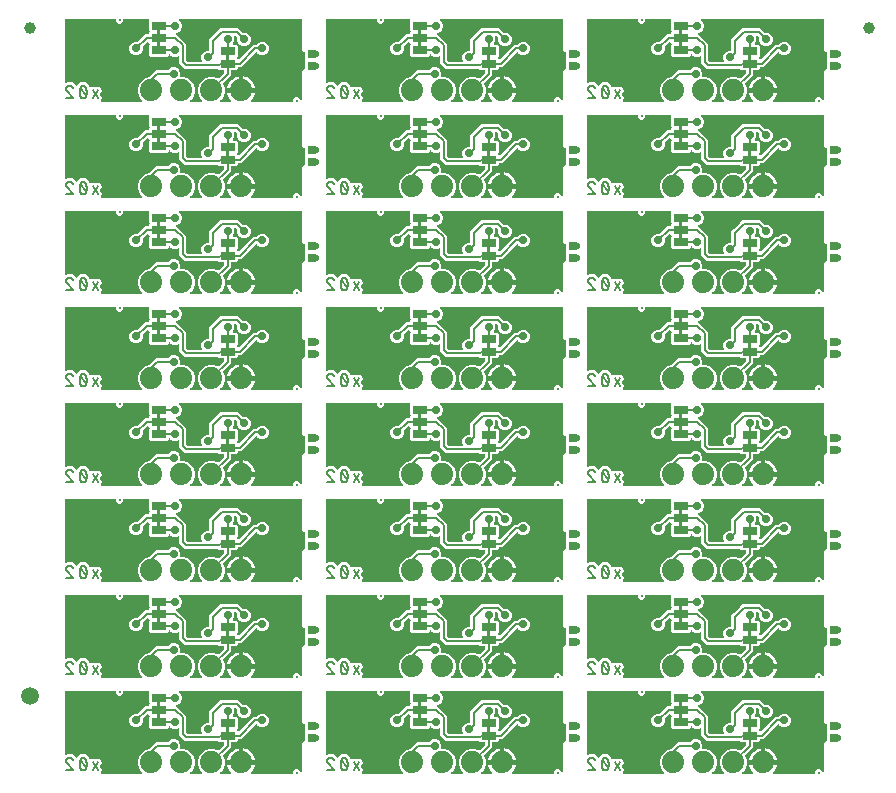
<source format=gbl>
G04 EAGLE Gerber RS-274X export*
G75*
%MOMM*%
%FSLAX34Y34*%
%LPD*%
%INBottom Copper*%
%IPPOS*%
%AMOC8*
5,1,8,0,0,1.08239X$1,22.5*%
G01*
%ADD10C,0.203200*%
%ADD11C,1.879600*%
%ADD12C,0.200000*%
%ADD13R,1.270000X0.660400*%
%ADD14C,0.558800*%
%ADD15R,0.762000X0.762000*%
%ADD16C,1.000000*%
%ADD17C,1.500000*%
%ADD18C,0.177800*%
%ADD19C,0.736600*%

G36*
X67719Y409329D02*
X67719Y409329D01*
X67771Y409328D01*
X67850Y409349D01*
X67931Y409362D01*
X67978Y409384D01*
X68027Y409398D01*
X68097Y409442D01*
X68170Y409477D01*
X68208Y409512D01*
X68252Y409540D01*
X68305Y409603D01*
X68365Y409659D01*
X68390Y409703D01*
X68424Y409743D01*
X68456Y409818D01*
X68497Y409889D01*
X68508Y409940D01*
X68528Y409987D01*
X68537Y410069D01*
X68555Y410149D01*
X68550Y410200D01*
X68556Y410252D01*
X68540Y410332D01*
X68533Y410414D01*
X68514Y410462D01*
X68504Y410512D01*
X68476Y410556D01*
X68434Y410661D01*
X68321Y410800D01*
X68296Y410838D01*
X66509Y412625D01*
X64769Y416826D01*
X64769Y421374D01*
X66509Y425575D01*
X69725Y428791D01*
X73926Y430531D01*
X74241Y430531D01*
X74262Y430534D01*
X74282Y430532D01*
X74393Y430554D01*
X74504Y430571D01*
X74522Y430580D01*
X74543Y430584D01*
X74582Y430608D01*
X74743Y430686D01*
X74825Y430763D01*
X74869Y430791D01*
X80070Y435992D01*
X89721Y435992D01*
X89741Y435995D01*
X89762Y435993D01*
X89873Y436015D01*
X89983Y436032D01*
X90002Y436041D01*
X90023Y436045D01*
X90061Y436069D01*
X90223Y436147D01*
X90305Y436224D01*
X90349Y436252D01*
X92012Y437916D01*
X94113Y438786D01*
X96387Y438786D01*
X98488Y437916D01*
X100096Y436308D01*
X100966Y434207D01*
X100966Y431933D01*
X100894Y431759D01*
X100891Y431749D01*
X100886Y431740D01*
X100859Y431620D01*
X100830Y431501D01*
X100830Y431490D01*
X100828Y431480D01*
X100838Y431358D01*
X100845Y431236D01*
X100849Y431226D01*
X100850Y431215D01*
X100896Y431101D01*
X100938Y430987D01*
X100945Y430978D01*
X100949Y430968D01*
X101026Y430873D01*
X101101Y430776D01*
X101110Y430770D01*
X101116Y430762D01*
X101219Y430694D01*
X101319Y430624D01*
X101329Y430620D01*
X101337Y430615D01*
X101368Y430608D01*
X101572Y430542D01*
X101667Y430541D01*
X101714Y430531D01*
X103874Y430531D01*
X108075Y428791D01*
X111291Y425575D01*
X113031Y421374D01*
X113031Y416826D01*
X111291Y412625D01*
X109504Y410838D01*
X109473Y410797D01*
X109435Y410761D01*
X109395Y410690D01*
X109346Y410624D01*
X109329Y410575D01*
X109303Y410531D01*
X109285Y410451D01*
X109258Y410373D01*
X109257Y410321D01*
X109245Y410271D01*
X109252Y410189D01*
X109249Y410107D01*
X109263Y410058D01*
X109267Y410006D01*
X109298Y409930D01*
X109319Y409851D01*
X109347Y409807D01*
X109366Y409759D01*
X109418Y409696D01*
X109462Y409627D01*
X109501Y409593D01*
X109534Y409553D01*
X109602Y409508D01*
X109664Y409455D01*
X109712Y409434D01*
X109755Y409406D01*
X109805Y409394D01*
X109909Y409350D01*
X110087Y409332D01*
X110132Y409322D01*
X118468Y409322D01*
X118519Y409329D01*
X118571Y409328D01*
X118650Y409349D01*
X118731Y409362D01*
X118778Y409384D01*
X118827Y409398D01*
X118897Y409442D01*
X118970Y409477D01*
X119008Y409512D01*
X119052Y409540D01*
X119105Y409603D01*
X119165Y409659D01*
X119190Y409703D01*
X119224Y409743D01*
X119256Y409818D01*
X119297Y409889D01*
X119308Y409940D01*
X119328Y409987D01*
X119337Y410069D01*
X119355Y410149D01*
X119350Y410200D01*
X119356Y410252D01*
X119340Y410332D01*
X119333Y410414D01*
X119314Y410462D01*
X119304Y410512D01*
X119276Y410556D01*
X119234Y410661D01*
X119121Y410800D01*
X119096Y410838D01*
X117309Y412625D01*
X115569Y416826D01*
X115569Y421374D01*
X117309Y425575D01*
X120525Y428791D01*
X124726Y430531D01*
X129274Y430531D01*
X132279Y429286D01*
X132339Y429271D01*
X132396Y429247D01*
X132467Y429239D01*
X132537Y429222D01*
X132599Y429226D01*
X132660Y429219D01*
X132731Y429233D01*
X132802Y429238D01*
X132860Y429259D01*
X132921Y429271D01*
X132962Y429297D01*
X133051Y429331D01*
X133220Y429462D01*
X133247Y429479D01*
X137788Y434020D01*
X137801Y434037D01*
X137817Y434050D01*
X137879Y434144D01*
X137946Y434234D01*
X137953Y434254D01*
X137964Y434271D01*
X137974Y434316D01*
X138033Y434485D01*
X138037Y434598D01*
X138048Y434648D01*
X138048Y435610D01*
X138033Y435712D01*
X138025Y435814D01*
X138013Y435842D01*
X138008Y435873D01*
X137964Y435965D01*
X137926Y436061D01*
X137906Y436084D01*
X137893Y436112D01*
X137823Y436187D01*
X137758Y436267D01*
X137732Y436284D01*
X137711Y436306D01*
X137622Y436357D01*
X137537Y436414D01*
X137513Y436420D01*
X137481Y436438D01*
X137221Y436496D01*
X137183Y436493D01*
X137160Y436498D01*
X133778Y436498D01*
X132895Y437381D01*
X132878Y437394D01*
X132865Y437410D01*
X132771Y437472D01*
X132681Y437539D01*
X132661Y437546D01*
X132644Y437557D01*
X132599Y437567D01*
X132430Y437626D01*
X132317Y437630D01*
X132267Y437641D01*
X104327Y437641D01*
X99948Y442020D01*
X99948Y447294D01*
X99947Y447304D01*
X99948Y447315D01*
X99927Y447436D01*
X99908Y447557D01*
X99904Y447566D01*
X99902Y447577D01*
X99846Y447686D01*
X99793Y447796D01*
X99786Y447804D01*
X99781Y447813D01*
X99695Y447900D01*
X99611Y447990D01*
X99602Y447996D01*
X99595Y448003D01*
X99487Y448062D01*
X99381Y448122D01*
X99370Y448125D01*
X99361Y448130D01*
X99241Y448154D01*
X99121Y448180D01*
X99111Y448179D01*
X99100Y448181D01*
X99070Y448176D01*
X98856Y448159D01*
X98768Y448123D01*
X98720Y448115D01*
X97657Y447674D01*
X95383Y447674D01*
X93282Y448544D01*
X92449Y449378D01*
X92408Y449408D01*
X92372Y449446D01*
X92301Y449487D01*
X92235Y449535D01*
X92186Y449552D01*
X92142Y449578D01*
X92062Y449596D01*
X91984Y449623D01*
X91932Y449625D01*
X91882Y449636D01*
X91800Y449629D01*
X91718Y449632D01*
X91669Y449618D01*
X91617Y449614D01*
X91541Y449584D01*
X91462Y449562D01*
X91418Y449534D01*
X91370Y449515D01*
X91307Y449463D01*
X91238Y449419D01*
X91204Y449380D01*
X91164Y449348D01*
X91119Y449279D01*
X91066Y449217D01*
X91045Y449169D01*
X91017Y449126D01*
X91005Y449076D01*
X90997Y449056D01*
X89742Y447801D01*
X75358Y447801D01*
X74167Y448992D01*
X74167Y457280D01*
X74602Y457715D01*
X74663Y457798D01*
X74730Y457876D01*
X74742Y457904D01*
X74760Y457929D01*
X74794Y458026D01*
X74834Y458120D01*
X74837Y458151D01*
X74847Y458180D01*
X74851Y458283D01*
X74861Y458385D01*
X74855Y458415D01*
X74856Y458446D01*
X74829Y458545D01*
X74809Y458645D01*
X74797Y458666D01*
X74787Y458702D01*
X74644Y458926D01*
X74615Y458951D01*
X74602Y458971D01*
X73966Y459607D01*
X73949Y459634D01*
X73886Y459687D01*
X73830Y459747D01*
X73786Y459773D01*
X73746Y459806D01*
X73671Y459839D01*
X73600Y459879D01*
X73549Y459890D01*
X73502Y459911D01*
X73420Y459919D01*
X73340Y459937D01*
X73289Y459933D01*
X73237Y459938D01*
X73157Y459922D01*
X73075Y459915D01*
X73027Y459896D01*
X72977Y459886D01*
X72933Y459858D01*
X72828Y459816D01*
X72689Y459703D01*
X72651Y459679D01*
X69476Y456504D01*
X69463Y456487D01*
X69447Y456474D01*
X69385Y456380D01*
X69318Y456290D01*
X69311Y456270D01*
X69300Y456253D01*
X69290Y456208D01*
X69231Y456039D01*
X69227Y455926D01*
X69216Y455876D01*
X69216Y453523D01*
X68346Y451422D01*
X66738Y449814D01*
X64637Y448944D01*
X62363Y448944D01*
X60262Y449814D01*
X58654Y451422D01*
X57784Y453523D01*
X57784Y455797D01*
X58654Y457898D01*
X60262Y459506D01*
X62363Y460376D01*
X64716Y460376D01*
X64737Y460379D01*
X64757Y460377D01*
X64868Y460399D01*
X64979Y460416D01*
X64997Y460425D01*
X65018Y460429D01*
X65057Y460453D01*
X65218Y460531D01*
X65300Y460608D01*
X65344Y460636D01*
X71180Y466472D01*
X73279Y466472D01*
X73381Y466487D01*
X73483Y466495D01*
X73511Y466507D01*
X73542Y466512D01*
X73634Y466556D01*
X73730Y466594D01*
X73753Y466614D01*
X73781Y466627D01*
X73856Y466697D01*
X73936Y466762D01*
X73953Y466788D01*
X73975Y466809D01*
X74026Y466898D01*
X74083Y466983D01*
X74089Y467007D01*
X74107Y467039D01*
X74165Y467299D01*
X74162Y467337D01*
X74167Y467360D01*
X74167Y467694D01*
X74602Y468129D01*
X74663Y468212D01*
X74730Y468290D01*
X74742Y468318D01*
X74760Y468343D01*
X74794Y468440D01*
X74834Y468534D01*
X74837Y468565D01*
X74847Y468594D01*
X74851Y468697D01*
X74861Y468799D01*
X74855Y468829D01*
X74856Y468860D01*
X74829Y468959D01*
X74809Y469059D01*
X74797Y469080D01*
X74787Y469116D01*
X74644Y469340D01*
X74615Y469365D01*
X74602Y469385D01*
X74167Y469820D01*
X74167Y478108D01*
X74221Y478162D01*
X74252Y478203D01*
X74290Y478239D01*
X74330Y478310D01*
X74379Y478376D01*
X74396Y478425D01*
X74422Y478469D01*
X74439Y478549D01*
X74466Y478627D01*
X74468Y478679D01*
X74479Y478729D01*
X74473Y478811D01*
X74475Y478893D01*
X74462Y478942D01*
X74458Y478994D01*
X74427Y479070D01*
X74406Y479149D01*
X74378Y479193D01*
X74359Y479241D01*
X74307Y479304D01*
X74263Y479373D01*
X74224Y479407D01*
X74191Y479447D01*
X74123Y479492D01*
X74060Y479545D01*
X74013Y479566D01*
X73970Y479594D01*
X73919Y479606D01*
X73816Y479650D01*
X73638Y479668D01*
X73593Y479678D01*
X53451Y479678D01*
X53349Y479663D01*
X53247Y479655D01*
X53219Y479643D01*
X53188Y479638D01*
X53096Y479594D01*
X53000Y479556D01*
X52977Y479536D01*
X52949Y479523D01*
X52874Y479453D01*
X52794Y479388D01*
X52777Y479362D01*
X52755Y479341D01*
X52704Y479252D01*
X52647Y479167D01*
X52641Y479143D01*
X52623Y479111D01*
X52565Y478851D01*
X52568Y478813D01*
X52563Y478790D01*
X52563Y477534D01*
X50786Y475757D01*
X48274Y475757D01*
X46497Y477534D01*
X46497Y478790D01*
X46482Y478892D01*
X46474Y478994D01*
X46462Y479022D01*
X46457Y479053D01*
X46413Y479145D01*
X46375Y479241D01*
X46355Y479264D01*
X46342Y479292D01*
X46272Y479367D01*
X46207Y479447D01*
X46181Y479464D01*
X46160Y479486D01*
X46071Y479537D01*
X45986Y479594D01*
X45962Y479600D01*
X45930Y479618D01*
X45670Y479676D01*
X45632Y479673D01*
X45609Y479678D01*
X3810Y479678D01*
X3708Y479663D01*
X3606Y479655D01*
X3578Y479643D01*
X3547Y479638D01*
X3455Y479594D01*
X3359Y479556D01*
X3336Y479536D01*
X3308Y479523D01*
X3233Y479453D01*
X3153Y479388D01*
X3136Y479362D01*
X3114Y479341D01*
X3063Y479252D01*
X3006Y479167D01*
X3000Y479143D01*
X2982Y479111D01*
X2924Y478851D01*
X2927Y478813D01*
X2922Y478790D01*
X2922Y426326D01*
X2932Y426258D01*
X2932Y426190D01*
X2952Y426128D01*
X2962Y426063D01*
X2991Y426002D01*
X3012Y425936D01*
X3049Y425883D01*
X3077Y425824D01*
X3124Y425774D01*
X3163Y425717D01*
X3214Y425677D01*
X3259Y425630D01*
X3318Y425596D01*
X3372Y425553D01*
X3433Y425530D01*
X3489Y425498D01*
X3556Y425483D01*
X3621Y425458D01*
X3685Y425454D01*
X3749Y425440D01*
X3817Y425446D01*
X3886Y425441D01*
X3929Y425455D01*
X4014Y425462D01*
X4241Y425553D01*
X4254Y425557D01*
X5390Y426213D01*
X6922Y426213D01*
X7216Y426213D01*
X8552Y426213D01*
X9027Y426213D01*
X12460Y423716D01*
X12497Y423632D01*
X12510Y423618D01*
X12518Y423601D01*
X12598Y423518D01*
X12673Y423433D01*
X12689Y423423D01*
X12702Y423409D01*
X12802Y423353D01*
X12899Y423294D01*
X12918Y423289D01*
X12935Y423280D01*
X13046Y423256D01*
X13157Y423228D01*
X13176Y423229D01*
X13195Y423225D01*
X13308Y423236D01*
X13423Y423242D01*
X13440Y423249D01*
X13459Y423250D01*
X13565Y423294D01*
X13672Y423334D01*
X13687Y423345D01*
X13705Y423352D01*
X13792Y423425D01*
X13883Y423495D01*
X13891Y423508D01*
X13909Y423523D01*
X14054Y423746D01*
X14068Y423797D01*
X14085Y423824D01*
X14234Y424260D01*
X16968Y426213D01*
X20328Y426213D01*
X23061Y424260D01*
X23527Y422901D01*
X23560Y422838D01*
X23569Y422800D01*
X23685Y422563D01*
X23701Y422539D01*
X23712Y422511D01*
X23776Y422430D01*
X23835Y422344D01*
X23858Y422326D01*
X23877Y422303D01*
X23962Y422244D01*
X24044Y422180D01*
X24072Y422169D01*
X24096Y422153D01*
X24195Y422122D01*
X24293Y422085D01*
X24322Y422083D01*
X24350Y422074D01*
X24454Y422074D01*
X24558Y422067D01*
X24586Y422074D01*
X24616Y422074D01*
X24663Y422092D01*
X24816Y422129D01*
X24926Y422194D01*
X24976Y422213D01*
X25924Y422845D01*
X28761Y422278D01*
X29026Y422265D01*
X29077Y422278D01*
X29109Y422278D01*
X31946Y422845D01*
X34047Y421444D01*
X34543Y418968D01*
X32927Y416545D01*
X32902Y416489D01*
X32867Y416439D01*
X32845Y416370D01*
X32815Y416304D01*
X32806Y416244D01*
X32788Y416185D01*
X32788Y416113D01*
X32778Y416041D01*
X32788Y415980D01*
X32788Y415919D01*
X32806Y415874D01*
X32821Y415778D01*
X32916Y415590D01*
X32927Y415559D01*
X34543Y413136D01*
X33992Y410384D01*
X33990Y410327D01*
X33977Y410271D01*
X33983Y410195D01*
X33980Y410119D01*
X33994Y410063D01*
X33999Y410006D01*
X34027Y409935D01*
X34046Y409861D01*
X34076Y409813D01*
X34098Y409759D01*
X34146Y409700D01*
X34186Y409635D01*
X34229Y409598D01*
X34265Y409553D01*
X34329Y409511D01*
X34386Y409461D01*
X34439Y409437D01*
X34486Y409406D01*
X34535Y409395D01*
X34629Y409353D01*
X34825Y409330D01*
X34863Y409322D01*
X67668Y409322D01*
X67719Y409329D01*
G37*
G36*
X67719Y84209D02*
X67719Y84209D01*
X67771Y84208D01*
X67850Y84229D01*
X67931Y84242D01*
X67978Y84264D01*
X68027Y84278D01*
X68097Y84322D01*
X68170Y84357D01*
X68208Y84392D01*
X68252Y84420D01*
X68305Y84483D01*
X68365Y84539D01*
X68390Y84583D01*
X68424Y84623D01*
X68456Y84698D01*
X68497Y84769D01*
X68508Y84820D01*
X68528Y84867D01*
X68537Y84949D01*
X68555Y85029D01*
X68550Y85080D01*
X68556Y85132D01*
X68540Y85212D01*
X68533Y85294D01*
X68514Y85342D01*
X68504Y85392D01*
X68476Y85436D01*
X68434Y85541D01*
X68321Y85680D01*
X68296Y85718D01*
X66509Y87505D01*
X64769Y91706D01*
X64769Y96254D01*
X66509Y100455D01*
X69725Y103671D01*
X73926Y105411D01*
X74241Y105411D01*
X74262Y105414D01*
X74282Y105412D01*
X74393Y105434D01*
X74504Y105451D01*
X74522Y105460D01*
X74543Y105464D01*
X74582Y105488D01*
X74743Y105566D01*
X74825Y105643D01*
X74869Y105671D01*
X80070Y110872D01*
X89721Y110872D01*
X89741Y110875D01*
X89762Y110873D01*
X89873Y110895D01*
X89983Y110912D01*
X90002Y110921D01*
X90023Y110925D01*
X90061Y110949D01*
X90223Y111027D01*
X90305Y111104D01*
X90349Y111132D01*
X92012Y112796D01*
X94113Y113666D01*
X96387Y113666D01*
X98488Y112796D01*
X100096Y111188D01*
X100966Y109087D01*
X100966Y106813D01*
X100894Y106639D01*
X100891Y106629D01*
X100886Y106620D01*
X100859Y106500D01*
X100830Y106381D01*
X100830Y106370D01*
X100828Y106360D01*
X100838Y106238D01*
X100845Y106115D01*
X100849Y106106D01*
X100850Y106095D01*
X100895Y105981D01*
X100938Y105867D01*
X100945Y105858D01*
X100949Y105848D01*
X101026Y105753D01*
X101101Y105656D01*
X101110Y105650D01*
X101116Y105642D01*
X101219Y105574D01*
X101319Y105504D01*
X101329Y105500D01*
X101337Y105495D01*
X101368Y105488D01*
X101572Y105422D01*
X101667Y105421D01*
X101714Y105411D01*
X103874Y105411D01*
X108075Y103671D01*
X111291Y100455D01*
X113031Y96254D01*
X113031Y91706D01*
X111291Y87505D01*
X109504Y85718D01*
X109473Y85677D01*
X109435Y85641D01*
X109395Y85570D01*
X109346Y85504D01*
X109329Y85455D01*
X109303Y85411D01*
X109285Y85331D01*
X109258Y85253D01*
X109257Y85201D01*
X109245Y85151D01*
X109252Y85069D01*
X109249Y84987D01*
X109263Y84938D01*
X109267Y84886D01*
X109298Y84810D01*
X109319Y84731D01*
X109347Y84687D01*
X109366Y84639D01*
X109418Y84576D01*
X109462Y84507D01*
X109501Y84473D01*
X109534Y84433D01*
X109602Y84388D01*
X109664Y84335D01*
X109712Y84314D01*
X109755Y84286D01*
X109805Y84274D01*
X109909Y84230D01*
X110087Y84212D01*
X110132Y84202D01*
X118468Y84202D01*
X118519Y84209D01*
X118571Y84208D01*
X118650Y84229D01*
X118731Y84242D01*
X118778Y84264D01*
X118827Y84278D01*
X118897Y84322D01*
X118970Y84357D01*
X119008Y84392D01*
X119052Y84420D01*
X119105Y84483D01*
X119165Y84539D01*
X119190Y84583D01*
X119224Y84623D01*
X119256Y84698D01*
X119297Y84769D01*
X119308Y84820D01*
X119328Y84867D01*
X119337Y84949D01*
X119355Y85029D01*
X119350Y85080D01*
X119356Y85132D01*
X119340Y85212D01*
X119333Y85294D01*
X119314Y85342D01*
X119304Y85392D01*
X119276Y85436D01*
X119234Y85541D01*
X119121Y85680D01*
X119096Y85718D01*
X117309Y87505D01*
X115569Y91706D01*
X115569Y96254D01*
X117309Y100455D01*
X120525Y103671D01*
X124726Y105411D01*
X129274Y105411D01*
X132279Y104166D01*
X132339Y104151D01*
X132396Y104127D01*
X132467Y104119D01*
X132537Y104102D01*
X132599Y104106D01*
X132660Y104099D01*
X132731Y104113D01*
X132802Y104118D01*
X132860Y104139D01*
X132921Y104151D01*
X132962Y104177D01*
X133051Y104211D01*
X133220Y104342D01*
X133247Y104359D01*
X137788Y108900D01*
X137801Y108917D01*
X137817Y108930D01*
X137879Y109024D01*
X137946Y109114D01*
X137953Y109134D01*
X137964Y109151D01*
X137974Y109196D01*
X138033Y109365D01*
X138037Y109478D01*
X138048Y109528D01*
X138048Y110490D01*
X138033Y110592D01*
X138025Y110694D01*
X138013Y110722D01*
X138008Y110753D01*
X137964Y110845D01*
X137926Y110941D01*
X137906Y110964D01*
X137893Y110992D01*
X137823Y111067D01*
X137758Y111147D01*
X137732Y111164D01*
X137711Y111186D01*
X137622Y111237D01*
X137537Y111294D01*
X137513Y111300D01*
X137481Y111318D01*
X137221Y111376D01*
X137183Y111373D01*
X137160Y111378D01*
X133778Y111378D01*
X132895Y112261D01*
X132878Y112274D01*
X132865Y112290D01*
X132771Y112352D01*
X132681Y112419D01*
X132661Y112426D01*
X132644Y112437D01*
X132599Y112447D01*
X132430Y112506D01*
X132317Y112510D01*
X132267Y112521D01*
X104327Y112521D01*
X99948Y116900D01*
X99948Y122174D01*
X99947Y122184D01*
X99948Y122195D01*
X99927Y122316D01*
X99908Y122437D01*
X99904Y122446D01*
X99902Y122457D01*
X99846Y122566D01*
X99793Y122676D01*
X99786Y122684D01*
X99781Y122693D01*
X99695Y122780D01*
X99611Y122870D01*
X99602Y122876D01*
X99595Y122883D01*
X99487Y122942D01*
X99381Y123002D01*
X99370Y123005D01*
X99361Y123010D01*
X99241Y123034D01*
X99121Y123060D01*
X99111Y123059D01*
X99100Y123061D01*
X99070Y123056D01*
X98856Y123039D01*
X98768Y123003D01*
X98720Y122995D01*
X97657Y122554D01*
X95383Y122554D01*
X93282Y123424D01*
X92449Y124258D01*
X92408Y124288D01*
X92372Y124326D01*
X92301Y124367D01*
X92235Y124415D01*
X92186Y124432D01*
X92142Y124458D01*
X92062Y124476D01*
X91984Y124503D01*
X91932Y124505D01*
X91882Y124516D01*
X91800Y124509D01*
X91718Y124512D01*
X91669Y124498D01*
X91617Y124494D01*
X91541Y124464D01*
X91462Y124442D01*
X91418Y124414D01*
X91370Y124395D01*
X91307Y124343D01*
X91238Y124299D01*
X91204Y124260D01*
X91164Y124228D01*
X91119Y124159D01*
X91066Y124097D01*
X91045Y124049D01*
X91017Y124006D01*
X91005Y123956D01*
X90997Y123936D01*
X89742Y122681D01*
X75358Y122681D01*
X74167Y123872D01*
X74167Y132160D01*
X74602Y132595D01*
X74663Y132678D01*
X74730Y132756D01*
X74742Y132784D01*
X74760Y132809D01*
X74794Y132906D01*
X74834Y133000D01*
X74837Y133031D01*
X74847Y133060D01*
X74851Y133163D01*
X74861Y133265D01*
X74855Y133295D01*
X74856Y133326D01*
X74829Y133425D01*
X74809Y133525D01*
X74797Y133546D01*
X74787Y133582D01*
X74644Y133806D01*
X74615Y133831D01*
X74602Y133851D01*
X73966Y134487D01*
X73949Y134514D01*
X73886Y134567D01*
X73830Y134627D01*
X73786Y134653D01*
X73746Y134686D01*
X73671Y134719D01*
X73600Y134759D01*
X73549Y134770D01*
X73502Y134791D01*
X73420Y134799D01*
X73340Y134817D01*
X73289Y134813D01*
X73237Y134818D01*
X73157Y134802D01*
X73075Y134795D01*
X73027Y134776D01*
X72977Y134766D01*
X72933Y134738D01*
X72828Y134696D01*
X72689Y134583D01*
X72651Y134559D01*
X69476Y131384D01*
X69463Y131367D01*
X69447Y131354D01*
X69385Y131260D01*
X69318Y131170D01*
X69311Y131150D01*
X69300Y131133D01*
X69290Y131088D01*
X69231Y130919D01*
X69227Y130806D01*
X69216Y130756D01*
X69216Y128403D01*
X68346Y126302D01*
X66738Y124694D01*
X64637Y123824D01*
X62363Y123824D01*
X60262Y124694D01*
X58654Y126302D01*
X57784Y128403D01*
X57784Y130677D01*
X58654Y132778D01*
X60262Y134386D01*
X62363Y135256D01*
X64716Y135256D01*
X64737Y135259D01*
X64757Y135257D01*
X64868Y135279D01*
X64979Y135296D01*
X64997Y135305D01*
X65018Y135309D01*
X65057Y135333D01*
X65218Y135411D01*
X65300Y135488D01*
X65344Y135516D01*
X71180Y141352D01*
X73279Y141352D01*
X73381Y141367D01*
X73483Y141375D01*
X73511Y141387D01*
X73542Y141392D01*
X73634Y141436D01*
X73730Y141474D01*
X73753Y141494D01*
X73781Y141507D01*
X73856Y141577D01*
X73936Y141642D01*
X73953Y141668D01*
X73975Y141689D01*
X74026Y141778D01*
X74083Y141863D01*
X74089Y141887D01*
X74107Y141919D01*
X74165Y142179D01*
X74162Y142217D01*
X74167Y142240D01*
X74167Y142574D01*
X74602Y143009D01*
X74663Y143092D01*
X74730Y143170D01*
X74742Y143198D01*
X74760Y143223D01*
X74794Y143320D01*
X74834Y143414D01*
X74837Y143445D01*
X74847Y143474D01*
X74851Y143577D01*
X74861Y143679D01*
X74855Y143709D01*
X74856Y143740D01*
X74829Y143839D01*
X74809Y143939D01*
X74797Y143960D01*
X74787Y143996D01*
X74644Y144220D01*
X74615Y144245D01*
X74602Y144265D01*
X74167Y144700D01*
X74167Y152988D01*
X74221Y153042D01*
X74252Y153083D01*
X74290Y153119D01*
X74330Y153190D01*
X74379Y153256D01*
X74396Y153305D01*
X74422Y153349D01*
X74439Y153429D01*
X74466Y153507D01*
X74468Y153559D01*
X74479Y153609D01*
X74473Y153691D01*
X74475Y153773D01*
X74462Y153822D01*
X74458Y153874D01*
X74427Y153950D01*
X74406Y154029D01*
X74378Y154073D01*
X74359Y154121D01*
X74307Y154184D01*
X74263Y154253D01*
X74224Y154287D01*
X74191Y154327D01*
X74123Y154372D01*
X74060Y154425D01*
X74013Y154446D01*
X73970Y154474D01*
X73919Y154486D01*
X73816Y154530D01*
X73638Y154548D01*
X73593Y154558D01*
X53451Y154558D01*
X53349Y154543D01*
X53247Y154535D01*
X53219Y154523D01*
X53188Y154518D01*
X53096Y154474D01*
X53000Y154436D01*
X52977Y154416D01*
X52949Y154403D01*
X52874Y154333D01*
X52794Y154268D01*
X52777Y154242D01*
X52755Y154221D01*
X52704Y154132D01*
X52647Y154047D01*
X52641Y154023D01*
X52623Y153991D01*
X52565Y153731D01*
X52568Y153693D01*
X52563Y153670D01*
X52563Y152414D01*
X50786Y150637D01*
X48274Y150637D01*
X46497Y152414D01*
X46497Y153670D01*
X46482Y153772D01*
X46474Y153874D01*
X46462Y153902D01*
X46457Y153933D01*
X46413Y154025D01*
X46375Y154121D01*
X46355Y154144D01*
X46342Y154172D01*
X46272Y154247D01*
X46207Y154327D01*
X46181Y154344D01*
X46160Y154366D01*
X46071Y154417D01*
X45986Y154474D01*
X45962Y154480D01*
X45930Y154498D01*
X45670Y154556D01*
X45632Y154553D01*
X45609Y154558D01*
X3810Y154558D01*
X3708Y154543D01*
X3606Y154535D01*
X3578Y154523D01*
X3547Y154518D01*
X3455Y154474D01*
X3359Y154436D01*
X3336Y154416D01*
X3308Y154403D01*
X3233Y154333D01*
X3153Y154268D01*
X3136Y154242D01*
X3114Y154221D01*
X3063Y154132D01*
X3006Y154047D01*
X3000Y154023D01*
X2982Y153991D01*
X2924Y153731D01*
X2927Y153693D01*
X2922Y153670D01*
X2922Y101206D01*
X2932Y101138D01*
X2932Y101070D01*
X2952Y101008D01*
X2962Y100943D01*
X2991Y100882D01*
X3012Y100816D01*
X3049Y100763D01*
X3077Y100704D01*
X3124Y100654D01*
X3163Y100597D01*
X3214Y100557D01*
X3259Y100510D01*
X3318Y100476D01*
X3372Y100433D01*
X3433Y100410D01*
X3489Y100378D01*
X3556Y100363D01*
X3621Y100338D01*
X3685Y100334D01*
X3749Y100320D01*
X3817Y100326D01*
X3886Y100321D01*
X3929Y100335D01*
X4014Y100342D01*
X4241Y100433D01*
X4254Y100437D01*
X5390Y101093D01*
X6922Y101093D01*
X7214Y101093D01*
X8552Y101093D01*
X9027Y101093D01*
X12460Y98596D01*
X12497Y98512D01*
X12510Y98498D01*
X12518Y98481D01*
X12598Y98398D01*
X12673Y98313D01*
X12689Y98303D01*
X12702Y98289D01*
X12802Y98233D01*
X12899Y98174D01*
X12918Y98169D01*
X12935Y98160D01*
X13046Y98136D01*
X13157Y98108D01*
X13176Y98109D01*
X13195Y98105D01*
X13308Y98116D01*
X13423Y98122D01*
X13440Y98129D01*
X13459Y98130D01*
X13565Y98174D01*
X13672Y98214D01*
X13687Y98225D01*
X13705Y98232D01*
X13792Y98305D01*
X13883Y98375D01*
X13891Y98388D01*
X13909Y98403D01*
X14054Y98626D01*
X14068Y98677D01*
X14085Y98704D01*
X14234Y99140D01*
X16968Y101093D01*
X20328Y101093D01*
X23061Y99140D01*
X23527Y97781D01*
X23560Y97718D01*
X23569Y97680D01*
X23685Y97443D01*
X23701Y97419D01*
X23712Y97391D01*
X23776Y97310D01*
X23835Y97224D01*
X23858Y97206D01*
X23877Y97183D01*
X23962Y97124D01*
X24044Y97060D01*
X24072Y97049D01*
X24096Y97033D01*
X24195Y97002D01*
X24293Y96965D01*
X24322Y96963D01*
X24350Y96954D01*
X24454Y96954D01*
X24558Y96947D01*
X24586Y96954D01*
X24616Y96954D01*
X24663Y96972D01*
X24816Y97009D01*
X24926Y97074D01*
X24976Y97093D01*
X25924Y97725D01*
X28761Y97158D01*
X29026Y97145D01*
X29077Y97158D01*
X29109Y97158D01*
X31946Y97725D01*
X34047Y96324D01*
X34543Y93848D01*
X32927Y91425D01*
X32902Y91369D01*
X32867Y91319D01*
X32845Y91250D01*
X32815Y91184D01*
X32806Y91124D01*
X32788Y91065D01*
X32788Y90993D01*
X32778Y90921D01*
X32788Y90860D01*
X32788Y90799D01*
X32806Y90754D01*
X32821Y90658D01*
X32916Y90470D01*
X32927Y90439D01*
X34543Y88016D01*
X33992Y85264D01*
X33990Y85207D01*
X33977Y85151D01*
X33983Y85075D01*
X33980Y84999D01*
X33994Y84943D01*
X33999Y84886D01*
X34027Y84815D01*
X34046Y84741D01*
X34076Y84693D01*
X34098Y84639D01*
X34146Y84580D01*
X34186Y84515D01*
X34229Y84478D01*
X34265Y84433D01*
X34329Y84391D01*
X34386Y84341D01*
X34439Y84317D01*
X34486Y84286D01*
X34535Y84275D01*
X34629Y84233D01*
X34825Y84210D01*
X34863Y84202D01*
X67668Y84202D01*
X67719Y84209D01*
G37*
G36*
X288699Y2929D02*
X288699Y2929D01*
X288751Y2928D01*
X288830Y2949D01*
X288911Y2962D01*
X288958Y2984D01*
X289007Y2998D01*
X289077Y3042D01*
X289150Y3077D01*
X289188Y3112D01*
X289232Y3140D01*
X289285Y3203D01*
X289345Y3259D01*
X289370Y3303D01*
X289404Y3343D01*
X289436Y3418D01*
X289477Y3489D01*
X289488Y3540D01*
X289508Y3587D01*
X289517Y3669D01*
X289535Y3749D01*
X289530Y3800D01*
X289536Y3852D01*
X289520Y3932D01*
X289513Y4014D01*
X289494Y4062D01*
X289484Y4112D01*
X289456Y4156D01*
X289414Y4261D01*
X289301Y4400D01*
X289276Y4438D01*
X287489Y6225D01*
X285749Y10426D01*
X285749Y14974D01*
X287489Y19175D01*
X290705Y22391D01*
X294906Y24131D01*
X295221Y24131D01*
X295242Y24134D01*
X295262Y24132D01*
X295373Y24154D01*
X295484Y24171D01*
X295502Y24180D01*
X295523Y24184D01*
X295562Y24208D01*
X295723Y24286D01*
X295805Y24363D01*
X295849Y24391D01*
X301050Y29592D01*
X310701Y29592D01*
X310721Y29595D01*
X310742Y29593D01*
X310853Y29615D01*
X310963Y29632D01*
X310982Y29641D01*
X311003Y29645D01*
X311041Y29669D01*
X311203Y29747D01*
X311285Y29824D01*
X311329Y29852D01*
X312992Y31516D01*
X315093Y32386D01*
X317367Y32386D01*
X319468Y31516D01*
X321076Y29908D01*
X321946Y27807D01*
X321946Y25533D01*
X321874Y25359D01*
X321871Y25349D01*
X321866Y25340D01*
X321839Y25220D01*
X321810Y25101D01*
X321810Y25090D01*
X321808Y25080D01*
X321818Y24958D01*
X321825Y24836D01*
X321829Y24826D01*
X321830Y24815D01*
X321876Y24701D01*
X321918Y24587D01*
X321925Y24578D01*
X321929Y24568D01*
X322006Y24473D01*
X322081Y24376D01*
X322090Y24370D01*
X322096Y24362D01*
X322199Y24294D01*
X322299Y24224D01*
X322309Y24220D01*
X322317Y24215D01*
X322348Y24208D01*
X322552Y24142D01*
X322647Y24141D01*
X322694Y24131D01*
X324854Y24131D01*
X329055Y22391D01*
X332271Y19175D01*
X334011Y14974D01*
X334011Y10426D01*
X332271Y6225D01*
X330484Y4438D01*
X330453Y4397D01*
X330415Y4361D01*
X330375Y4290D01*
X330326Y4224D01*
X330309Y4175D01*
X330283Y4131D01*
X330265Y4051D01*
X330238Y3973D01*
X330237Y3921D01*
X330225Y3871D01*
X330232Y3789D01*
X330229Y3707D01*
X330243Y3658D01*
X330247Y3606D01*
X330278Y3530D01*
X330299Y3451D01*
X330327Y3407D01*
X330346Y3359D01*
X330398Y3296D01*
X330442Y3227D01*
X330481Y3193D01*
X330514Y3153D01*
X330582Y3108D01*
X330644Y3055D01*
X330692Y3034D01*
X330735Y3006D01*
X330785Y2994D01*
X330889Y2950D01*
X331067Y2932D01*
X331112Y2922D01*
X339448Y2922D01*
X339499Y2929D01*
X339551Y2928D01*
X339630Y2949D01*
X339711Y2962D01*
X339758Y2984D01*
X339807Y2998D01*
X339877Y3042D01*
X339950Y3077D01*
X339988Y3112D01*
X340032Y3140D01*
X340085Y3203D01*
X340145Y3259D01*
X340170Y3303D01*
X340204Y3343D01*
X340236Y3418D01*
X340277Y3489D01*
X340288Y3540D01*
X340308Y3587D01*
X340317Y3669D01*
X340335Y3749D01*
X340330Y3800D01*
X340336Y3852D01*
X340320Y3932D01*
X340313Y4014D01*
X340294Y4062D01*
X340284Y4112D01*
X340256Y4156D01*
X340214Y4261D01*
X340101Y4400D01*
X340076Y4438D01*
X338289Y6225D01*
X336549Y10426D01*
X336549Y14974D01*
X338289Y19175D01*
X341505Y22391D01*
X345706Y24131D01*
X350254Y24131D01*
X353259Y22886D01*
X353319Y22871D01*
X353376Y22847D01*
X353447Y22839D01*
X353517Y22822D01*
X353579Y22826D01*
X353640Y22819D01*
X353711Y22833D01*
X353782Y22838D01*
X353840Y22859D01*
X353901Y22871D01*
X353942Y22897D01*
X354031Y22931D01*
X354200Y23062D01*
X354227Y23079D01*
X358768Y27620D01*
X358781Y27637D01*
X358797Y27650D01*
X358859Y27744D01*
X358926Y27834D01*
X358933Y27854D01*
X358944Y27871D01*
X358954Y27916D01*
X359013Y28085D01*
X359017Y28198D01*
X359028Y28248D01*
X359028Y29210D01*
X359013Y29312D01*
X359005Y29414D01*
X358993Y29442D01*
X358988Y29473D01*
X358944Y29565D01*
X358906Y29661D01*
X358886Y29684D01*
X358873Y29712D01*
X358803Y29787D01*
X358738Y29867D01*
X358712Y29884D01*
X358691Y29906D01*
X358602Y29957D01*
X358517Y30014D01*
X358493Y30020D01*
X358461Y30038D01*
X358201Y30096D01*
X358163Y30093D01*
X358140Y30098D01*
X354758Y30098D01*
X353875Y30981D01*
X353858Y30994D01*
X353845Y31010D01*
X353751Y31072D01*
X353661Y31139D01*
X353641Y31146D01*
X353624Y31157D01*
X353579Y31167D01*
X353410Y31226D01*
X353297Y31230D01*
X353247Y31241D01*
X325307Y31241D01*
X320928Y35620D01*
X320928Y40894D01*
X320927Y40904D01*
X320928Y40915D01*
X320907Y41035D01*
X320888Y41157D01*
X320884Y41166D01*
X320882Y41177D01*
X320826Y41285D01*
X320773Y41396D01*
X320766Y41404D01*
X320761Y41413D01*
X320675Y41501D01*
X320591Y41590D01*
X320582Y41596D01*
X320575Y41603D01*
X320467Y41662D01*
X320361Y41722D01*
X320350Y41725D01*
X320341Y41730D01*
X320221Y41754D01*
X320101Y41780D01*
X320091Y41779D01*
X320080Y41781D01*
X320050Y41776D01*
X319836Y41759D01*
X319748Y41723D01*
X319700Y41715D01*
X318637Y41274D01*
X316363Y41274D01*
X314262Y42144D01*
X313429Y42978D01*
X313388Y43008D01*
X313352Y43046D01*
X313281Y43087D01*
X313215Y43135D01*
X313166Y43152D01*
X313122Y43178D01*
X313042Y43196D01*
X312964Y43223D01*
X312912Y43225D01*
X312862Y43236D01*
X312780Y43229D01*
X312698Y43232D01*
X312649Y43218D01*
X312597Y43214D01*
X312521Y43184D01*
X312442Y43162D01*
X312398Y43134D01*
X312350Y43115D01*
X312287Y43063D01*
X312218Y43019D01*
X312184Y42980D01*
X312144Y42948D01*
X312099Y42879D01*
X312046Y42817D01*
X312025Y42769D01*
X311997Y42726D01*
X311985Y42676D01*
X311977Y42656D01*
X310722Y41401D01*
X296338Y41401D01*
X295147Y42592D01*
X295147Y50880D01*
X295582Y51315D01*
X295643Y51398D01*
X295710Y51476D01*
X295722Y51504D01*
X295740Y51529D01*
X295774Y51626D01*
X295814Y51720D01*
X295817Y51751D01*
X295827Y51780D01*
X295831Y51883D01*
X295841Y51985D01*
X295835Y52015D01*
X295836Y52046D01*
X295809Y52145D01*
X295789Y52245D01*
X295777Y52266D01*
X295767Y52302D01*
X295624Y52526D01*
X295595Y52551D01*
X295582Y52571D01*
X294946Y53207D01*
X294929Y53234D01*
X294866Y53287D01*
X294810Y53347D01*
X294766Y53373D01*
X294726Y53406D01*
X294651Y53439D01*
X294580Y53479D01*
X294529Y53490D01*
X294482Y53511D01*
X294400Y53519D01*
X294320Y53537D01*
X294269Y53533D01*
X294217Y53538D01*
X294137Y53522D01*
X294055Y53515D01*
X294007Y53496D01*
X293957Y53486D01*
X293913Y53458D01*
X293808Y53416D01*
X293669Y53303D01*
X293631Y53279D01*
X290456Y50104D01*
X290443Y50087D01*
X290427Y50074D01*
X290365Y49980D01*
X290298Y49890D01*
X290291Y49870D01*
X290280Y49853D01*
X290270Y49808D01*
X290211Y49639D01*
X290207Y49526D01*
X290196Y49476D01*
X290196Y47123D01*
X289326Y45022D01*
X287718Y43414D01*
X285617Y42544D01*
X283343Y42544D01*
X281242Y43414D01*
X279634Y45022D01*
X278764Y47123D01*
X278764Y49397D01*
X279634Y51498D01*
X281242Y53106D01*
X283343Y53976D01*
X285696Y53976D01*
X285717Y53979D01*
X285737Y53977D01*
X285848Y53999D01*
X285959Y54016D01*
X285977Y54025D01*
X285998Y54029D01*
X286037Y54053D01*
X286198Y54131D01*
X286280Y54208D01*
X286324Y54236D01*
X292160Y60072D01*
X294259Y60072D01*
X294361Y60087D01*
X294463Y60095D01*
X294491Y60107D01*
X294522Y60112D01*
X294614Y60156D01*
X294710Y60194D01*
X294733Y60214D01*
X294761Y60227D01*
X294836Y60297D01*
X294916Y60362D01*
X294933Y60388D01*
X294955Y60409D01*
X295006Y60498D01*
X295063Y60583D01*
X295069Y60607D01*
X295087Y60639D01*
X295145Y60899D01*
X295142Y60937D01*
X295147Y60960D01*
X295147Y61294D01*
X295582Y61729D01*
X295643Y61812D01*
X295710Y61890D01*
X295722Y61918D01*
X295740Y61943D01*
X295774Y62040D01*
X295814Y62134D01*
X295817Y62165D01*
X295827Y62194D01*
X295831Y62297D01*
X295841Y62399D01*
X295835Y62429D01*
X295836Y62460D01*
X295809Y62559D01*
X295789Y62659D01*
X295777Y62680D01*
X295767Y62716D01*
X295624Y62940D01*
X295595Y62965D01*
X295582Y62985D01*
X295147Y63420D01*
X295147Y71708D01*
X295201Y71762D01*
X295232Y71803D01*
X295270Y71839D01*
X295310Y71910D01*
X295359Y71976D01*
X295376Y72025D01*
X295402Y72069D01*
X295419Y72149D01*
X295446Y72227D01*
X295448Y72279D01*
X295459Y72329D01*
X295453Y72411D01*
X295455Y72493D01*
X295442Y72542D01*
X295438Y72594D01*
X295407Y72670D01*
X295386Y72749D01*
X295358Y72793D01*
X295339Y72841D01*
X295287Y72904D01*
X295243Y72973D01*
X295204Y73007D01*
X295171Y73047D01*
X295103Y73092D01*
X295040Y73145D01*
X294993Y73166D01*
X294950Y73194D01*
X294899Y73206D01*
X294796Y73250D01*
X294618Y73268D01*
X294573Y73278D01*
X274431Y73278D01*
X274329Y73263D01*
X274227Y73255D01*
X274199Y73243D01*
X274168Y73238D01*
X274076Y73194D01*
X273980Y73156D01*
X273957Y73136D01*
X273929Y73123D01*
X273854Y73053D01*
X273774Y72988D01*
X273757Y72962D01*
X273735Y72941D01*
X273684Y72852D01*
X273627Y72767D01*
X273621Y72743D01*
X273603Y72711D01*
X273545Y72451D01*
X273548Y72413D01*
X273543Y72390D01*
X273543Y71134D01*
X271766Y69357D01*
X269254Y69357D01*
X267477Y71134D01*
X267477Y72390D01*
X267462Y72492D01*
X267454Y72594D01*
X267442Y72622D01*
X267437Y72653D01*
X267393Y72745D01*
X267355Y72841D01*
X267335Y72864D01*
X267322Y72892D01*
X267252Y72967D01*
X267187Y73047D01*
X267161Y73064D01*
X267140Y73086D01*
X267051Y73137D01*
X266966Y73194D01*
X266942Y73200D01*
X266910Y73218D01*
X266650Y73276D01*
X266612Y73273D01*
X266589Y73278D01*
X224790Y73278D01*
X224688Y73263D01*
X224586Y73255D01*
X224558Y73243D01*
X224527Y73238D01*
X224435Y73194D01*
X224339Y73156D01*
X224316Y73136D01*
X224288Y73123D01*
X224213Y73053D01*
X224133Y72988D01*
X224116Y72962D01*
X224094Y72941D01*
X224043Y72852D01*
X223986Y72767D01*
X223980Y72743D01*
X223962Y72711D01*
X223904Y72451D01*
X223907Y72413D01*
X223902Y72390D01*
X223902Y19926D01*
X223912Y19858D01*
X223912Y19790D01*
X223932Y19728D01*
X223942Y19663D01*
X223971Y19602D01*
X223992Y19536D01*
X224029Y19483D01*
X224057Y19424D01*
X224104Y19374D01*
X224143Y19317D01*
X224194Y19277D01*
X224239Y19230D01*
X224298Y19196D01*
X224352Y19153D01*
X224413Y19130D01*
X224469Y19098D01*
X224536Y19083D01*
X224601Y19058D01*
X224665Y19054D01*
X224729Y19040D01*
X224797Y19046D01*
X224866Y19041D01*
X224909Y19055D01*
X224994Y19062D01*
X225221Y19153D01*
X225234Y19157D01*
X226370Y19813D01*
X227902Y19813D01*
X228168Y19813D01*
X229532Y19813D01*
X230007Y19813D01*
X233440Y17316D01*
X233477Y17232D01*
X233490Y17218D01*
X233498Y17201D01*
X233578Y17118D01*
X233653Y17033D01*
X233669Y17023D01*
X233682Y17009D01*
X233782Y16953D01*
X233879Y16894D01*
X233898Y16889D01*
X233915Y16880D01*
X234026Y16856D01*
X234137Y16828D01*
X234156Y16829D01*
X234175Y16825D01*
X234288Y16836D01*
X234403Y16842D01*
X234420Y16849D01*
X234439Y16850D01*
X234545Y16894D01*
X234652Y16934D01*
X234667Y16945D01*
X234685Y16952D01*
X234772Y17025D01*
X234863Y17095D01*
X234871Y17108D01*
X234889Y17123D01*
X235034Y17346D01*
X235048Y17397D01*
X235065Y17424D01*
X235214Y17860D01*
X237948Y19813D01*
X241308Y19813D01*
X244041Y17860D01*
X244507Y16501D01*
X244540Y16438D01*
X244549Y16400D01*
X244665Y16163D01*
X244681Y16139D01*
X244692Y16111D01*
X244756Y16030D01*
X244815Y15944D01*
X244838Y15926D01*
X244857Y15903D01*
X244942Y15844D01*
X245024Y15780D01*
X245052Y15769D01*
X245076Y15753D01*
X245175Y15722D01*
X245273Y15685D01*
X245302Y15683D01*
X245330Y15674D01*
X245434Y15674D01*
X245538Y15667D01*
X245566Y15674D01*
X245596Y15674D01*
X245643Y15692D01*
X245796Y15729D01*
X245906Y15794D01*
X245956Y15813D01*
X246904Y16445D01*
X249741Y15878D01*
X250006Y15865D01*
X250057Y15878D01*
X250089Y15878D01*
X252926Y16445D01*
X255027Y15044D01*
X255523Y12568D01*
X253907Y10145D01*
X253882Y10089D01*
X253847Y10039D01*
X253825Y9970D01*
X253795Y9904D01*
X253786Y9844D01*
X253768Y9785D01*
X253768Y9713D01*
X253758Y9641D01*
X253768Y9580D01*
X253768Y9519D01*
X253786Y9474D01*
X253801Y9378D01*
X253896Y9190D01*
X253907Y9159D01*
X255523Y6736D01*
X254972Y3984D01*
X254970Y3927D01*
X254957Y3871D01*
X254963Y3795D01*
X254960Y3719D01*
X254974Y3663D01*
X254979Y3606D01*
X255007Y3535D01*
X255026Y3461D01*
X255056Y3413D01*
X255078Y3359D01*
X255126Y3300D01*
X255166Y3235D01*
X255209Y3198D01*
X255245Y3153D01*
X255309Y3111D01*
X255366Y3061D01*
X255419Y3037D01*
X255466Y3006D01*
X255515Y2995D01*
X255609Y2953D01*
X255805Y2930D01*
X255843Y2922D01*
X288648Y2922D01*
X288699Y2929D01*
G37*
G36*
X288699Y165489D02*
X288699Y165489D01*
X288751Y165488D01*
X288830Y165509D01*
X288911Y165522D01*
X288958Y165544D01*
X289007Y165558D01*
X289077Y165602D01*
X289150Y165637D01*
X289188Y165672D01*
X289232Y165700D01*
X289285Y165763D01*
X289345Y165819D01*
X289370Y165863D01*
X289404Y165903D01*
X289436Y165978D01*
X289477Y166049D01*
X289488Y166100D01*
X289508Y166147D01*
X289517Y166229D01*
X289535Y166309D01*
X289530Y166360D01*
X289536Y166412D01*
X289520Y166492D01*
X289513Y166574D01*
X289494Y166622D01*
X289484Y166672D01*
X289456Y166716D01*
X289414Y166821D01*
X289301Y166960D01*
X289276Y166998D01*
X287489Y168785D01*
X285749Y172986D01*
X285749Y177534D01*
X287489Y181735D01*
X290705Y184951D01*
X294906Y186691D01*
X295221Y186691D01*
X295242Y186694D01*
X295262Y186692D01*
X295373Y186714D01*
X295484Y186731D01*
X295502Y186740D01*
X295523Y186744D01*
X295562Y186768D01*
X295723Y186846D01*
X295805Y186923D01*
X295849Y186951D01*
X296230Y187332D01*
X301050Y192152D01*
X310701Y192152D01*
X310721Y192155D01*
X310742Y192153D01*
X310853Y192175D01*
X310963Y192192D01*
X310982Y192201D01*
X311003Y192205D01*
X311041Y192229D01*
X311203Y192307D01*
X311285Y192384D01*
X311329Y192412D01*
X312992Y194076D01*
X315093Y194946D01*
X317367Y194946D01*
X319468Y194076D01*
X321076Y192468D01*
X321946Y190367D01*
X321946Y188093D01*
X321874Y187919D01*
X321871Y187909D01*
X321866Y187900D01*
X321839Y187780D01*
X321810Y187661D01*
X321810Y187650D01*
X321808Y187640D01*
X321818Y187518D01*
X321825Y187396D01*
X321829Y187386D01*
X321830Y187375D01*
X321876Y187261D01*
X321918Y187147D01*
X321925Y187138D01*
X321929Y187128D01*
X322006Y187033D01*
X322081Y186936D01*
X322090Y186930D01*
X322096Y186922D01*
X322199Y186854D01*
X322299Y186784D01*
X322309Y186780D01*
X322317Y186775D01*
X322348Y186768D01*
X322552Y186702D01*
X322647Y186701D01*
X322694Y186691D01*
X324854Y186691D01*
X329055Y184951D01*
X332271Y181735D01*
X334011Y177534D01*
X334011Y172986D01*
X332271Y168785D01*
X330484Y166998D01*
X330453Y166957D01*
X330415Y166921D01*
X330375Y166850D01*
X330326Y166784D01*
X330309Y166735D01*
X330283Y166691D01*
X330265Y166611D01*
X330238Y166533D01*
X330237Y166481D01*
X330225Y166431D01*
X330232Y166349D01*
X330229Y166267D01*
X330243Y166218D01*
X330247Y166166D01*
X330278Y166090D01*
X330299Y166011D01*
X330327Y165967D01*
X330346Y165919D01*
X330398Y165856D01*
X330442Y165787D01*
X330481Y165753D01*
X330514Y165713D01*
X330582Y165668D01*
X330644Y165615D01*
X330692Y165594D01*
X330735Y165566D01*
X330785Y165554D01*
X330889Y165510D01*
X331067Y165492D01*
X331112Y165482D01*
X339448Y165482D01*
X339499Y165489D01*
X339551Y165488D01*
X339630Y165509D01*
X339711Y165522D01*
X339758Y165544D01*
X339807Y165558D01*
X339877Y165602D01*
X339950Y165637D01*
X339988Y165672D01*
X340032Y165700D01*
X340085Y165763D01*
X340145Y165819D01*
X340170Y165863D01*
X340204Y165903D01*
X340236Y165978D01*
X340277Y166049D01*
X340288Y166100D01*
X340308Y166147D01*
X340317Y166229D01*
X340335Y166309D01*
X340330Y166360D01*
X340336Y166412D01*
X340320Y166492D01*
X340313Y166574D01*
X340294Y166622D01*
X340284Y166672D01*
X340256Y166716D01*
X340214Y166821D01*
X340101Y166960D01*
X340076Y166998D01*
X338289Y168785D01*
X336549Y172986D01*
X336549Y177534D01*
X338289Y181735D01*
X341505Y184951D01*
X345706Y186691D01*
X350254Y186691D01*
X353259Y185446D01*
X353319Y185431D01*
X353376Y185407D01*
X353447Y185399D01*
X353517Y185382D01*
X353579Y185386D01*
X353640Y185379D01*
X353711Y185393D01*
X353782Y185398D01*
X353840Y185419D01*
X353901Y185431D01*
X353942Y185457D01*
X354031Y185491D01*
X354200Y185622D01*
X354227Y185639D01*
X358768Y190180D01*
X358781Y190197D01*
X358797Y190210D01*
X358859Y190304D01*
X358926Y190394D01*
X358933Y190414D01*
X358944Y190431D01*
X358954Y190476D01*
X359013Y190645D01*
X359017Y190758D01*
X359028Y190808D01*
X359028Y191770D01*
X359013Y191872D01*
X359005Y191974D01*
X358993Y192002D01*
X358988Y192033D01*
X358944Y192125D01*
X358906Y192221D01*
X358886Y192244D01*
X358873Y192272D01*
X358803Y192347D01*
X358738Y192427D01*
X358712Y192444D01*
X358691Y192466D01*
X358602Y192517D01*
X358517Y192574D01*
X358493Y192580D01*
X358461Y192598D01*
X358201Y192656D01*
X358163Y192653D01*
X358140Y192658D01*
X354758Y192658D01*
X353875Y193541D01*
X353858Y193554D01*
X353845Y193570D01*
X353752Y193632D01*
X353661Y193699D01*
X353641Y193706D01*
X353624Y193717D01*
X353579Y193727D01*
X353410Y193786D01*
X353297Y193790D01*
X353247Y193801D01*
X325307Y193801D01*
X320928Y198180D01*
X320928Y203454D01*
X320927Y203464D01*
X320928Y203475D01*
X320907Y203595D01*
X320888Y203717D01*
X320884Y203726D01*
X320882Y203737D01*
X320826Y203845D01*
X320773Y203956D01*
X320766Y203964D01*
X320761Y203973D01*
X320675Y204061D01*
X320591Y204150D01*
X320582Y204156D01*
X320575Y204163D01*
X320467Y204222D01*
X320361Y204282D01*
X320350Y204285D01*
X320341Y204290D01*
X320221Y204314D01*
X320101Y204340D01*
X320091Y204339D01*
X320080Y204341D01*
X320050Y204336D01*
X319836Y204319D01*
X319748Y204283D01*
X319700Y204275D01*
X318637Y203834D01*
X316363Y203834D01*
X314262Y204704D01*
X313429Y205538D01*
X313388Y205568D01*
X313352Y205606D01*
X313281Y205647D01*
X313215Y205695D01*
X313166Y205712D01*
X313122Y205738D01*
X313042Y205756D01*
X312964Y205783D01*
X312912Y205785D01*
X312862Y205796D01*
X312780Y205789D01*
X312698Y205792D01*
X312649Y205778D01*
X312597Y205774D01*
X312521Y205744D01*
X312442Y205722D01*
X312398Y205694D01*
X312350Y205675D01*
X312287Y205623D01*
X312218Y205579D01*
X312184Y205540D01*
X312144Y205508D01*
X312099Y205439D01*
X312046Y205377D01*
X312025Y205329D01*
X311997Y205286D01*
X311985Y205236D01*
X311977Y205216D01*
X310722Y203961D01*
X296338Y203961D01*
X295147Y205152D01*
X295147Y213440D01*
X295582Y213875D01*
X295643Y213958D01*
X295710Y214036D01*
X295722Y214064D01*
X295740Y214089D01*
X295774Y214186D01*
X295814Y214280D01*
X295817Y214311D01*
X295827Y214340D01*
X295831Y214443D01*
X295841Y214545D01*
X295835Y214575D01*
X295836Y214606D01*
X295809Y214705D01*
X295789Y214805D01*
X295777Y214826D01*
X295767Y214862D01*
X295624Y215086D01*
X295595Y215111D01*
X295582Y215131D01*
X294946Y215767D01*
X294929Y215794D01*
X294866Y215847D01*
X294810Y215907D01*
X294766Y215933D01*
X294726Y215966D01*
X294651Y215999D01*
X294580Y216039D01*
X294529Y216050D01*
X294482Y216071D01*
X294400Y216079D01*
X294320Y216097D01*
X294269Y216093D01*
X294217Y216098D01*
X294137Y216082D01*
X294055Y216075D01*
X294007Y216056D01*
X293957Y216046D01*
X293913Y216018D01*
X293808Y215976D01*
X293669Y215863D01*
X293631Y215839D01*
X290456Y212664D01*
X290443Y212647D01*
X290427Y212634D01*
X290365Y212540D01*
X290298Y212450D01*
X290291Y212430D01*
X290280Y212413D01*
X290270Y212368D01*
X290211Y212199D01*
X290207Y212086D01*
X290196Y212036D01*
X290196Y209683D01*
X289326Y207582D01*
X287718Y205974D01*
X285617Y205104D01*
X283343Y205104D01*
X281242Y205974D01*
X279634Y207582D01*
X278764Y209683D01*
X278764Y211957D01*
X279634Y214058D01*
X281242Y215666D01*
X283343Y216536D01*
X285696Y216536D01*
X285717Y216539D01*
X285737Y216537D01*
X285848Y216559D01*
X285959Y216576D01*
X285977Y216585D01*
X285998Y216589D01*
X286037Y216613D01*
X286198Y216691D01*
X286280Y216768D01*
X286324Y216796D01*
X292160Y222632D01*
X294259Y222632D01*
X294361Y222647D01*
X294463Y222655D01*
X294491Y222667D01*
X294522Y222672D01*
X294614Y222716D01*
X294710Y222754D01*
X294733Y222774D01*
X294761Y222787D01*
X294836Y222857D01*
X294916Y222922D01*
X294933Y222948D01*
X294955Y222969D01*
X295006Y223058D01*
X295063Y223143D01*
X295069Y223167D01*
X295087Y223199D01*
X295145Y223459D01*
X295142Y223497D01*
X295147Y223520D01*
X295147Y223854D01*
X295582Y224289D01*
X295643Y224372D01*
X295710Y224450D01*
X295722Y224478D01*
X295740Y224503D01*
X295774Y224600D01*
X295814Y224694D01*
X295817Y224725D01*
X295827Y224754D01*
X295831Y224857D01*
X295841Y224959D01*
X295835Y224989D01*
X295836Y225020D01*
X295809Y225119D01*
X295789Y225219D01*
X295777Y225240D01*
X295767Y225276D01*
X295624Y225500D01*
X295595Y225525D01*
X295582Y225545D01*
X295147Y225980D01*
X295147Y234268D01*
X295201Y234322D01*
X295232Y234363D01*
X295270Y234399D01*
X295310Y234470D01*
X295359Y234536D01*
X295376Y234585D01*
X295402Y234629D01*
X295419Y234709D01*
X295446Y234787D01*
X295448Y234839D01*
X295459Y234889D01*
X295453Y234971D01*
X295455Y235053D01*
X295442Y235102D01*
X295438Y235154D01*
X295407Y235230D01*
X295386Y235309D01*
X295358Y235353D01*
X295339Y235401D01*
X295287Y235464D01*
X295243Y235533D01*
X295204Y235567D01*
X295171Y235607D01*
X295103Y235652D01*
X295040Y235705D01*
X294993Y235726D01*
X294950Y235754D01*
X294899Y235766D01*
X294796Y235810D01*
X294618Y235828D01*
X294573Y235838D01*
X274431Y235838D01*
X274329Y235823D01*
X274227Y235815D01*
X274199Y235803D01*
X274168Y235798D01*
X274076Y235754D01*
X273980Y235716D01*
X273957Y235696D01*
X273929Y235683D01*
X273854Y235613D01*
X273774Y235548D01*
X273757Y235522D01*
X273735Y235501D01*
X273684Y235412D01*
X273627Y235327D01*
X273621Y235303D01*
X273603Y235271D01*
X273545Y235011D01*
X273548Y234973D01*
X273543Y234950D01*
X273543Y233694D01*
X271766Y231917D01*
X269254Y231917D01*
X267477Y233694D01*
X267477Y234950D01*
X267462Y235052D01*
X267454Y235154D01*
X267442Y235182D01*
X267437Y235213D01*
X267393Y235305D01*
X267355Y235401D01*
X267335Y235424D01*
X267322Y235452D01*
X267252Y235527D01*
X267187Y235607D01*
X267161Y235624D01*
X267140Y235646D01*
X267051Y235697D01*
X266966Y235754D01*
X266942Y235760D01*
X266910Y235778D01*
X266650Y235836D01*
X266612Y235833D01*
X266589Y235838D01*
X224790Y235838D01*
X224688Y235823D01*
X224586Y235815D01*
X224558Y235803D01*
X224527Y235798D01*
X224435Y235754D01*
X224339Y235716D01*
X224316Y235696D01*
X224288Y235683D01*
X224213Y235613D01*
X224133Y235548D01*
X224116Y235522D01*
X224094Y235501D01*
X224043Y235412D01*
X223986Y235327D01*
X223980Y235303D01*
X223962Y235271D01*
X223904Y235011D01*
X223907Y234973D01*
X223902Y234950D01*
X223902Y182486D01*
X223912Y182418D01*
X223912Y182350D01*
X223932Y182288D01*
X223942Y182223D01*
X223971Y182162D01*
X223992Y182096D01*
X224029Y182043D01*
X224057Y181984D01*
X224104Y181934D01*
X224143Y181877D01*
X224194Y181837D01*
X224239Y181790D01*
X224298Y181756D01*
X224352Y181713D01*
X224413Y181690D01*
X224469Y181658D01*
X224536Y181643D01*
X224601Y181618D01*
X224665Y181614D01*
X224729Y181600D01*
X224797Y181606D01*
X224866Y181601D01*
X224909Y181615D01*
X224994Y181622D01*
X225221Y181713D01*
X225234Y181717D01*
X226370Y182373D01*
X227902Y182373D01*
X229532Y182373D01*
X230007Y182373D01*
X233440Y179876D01*
X233477Y179792D01*
X233490Y179778D01*
X233498Y179761D01*
X233578Y179678D01*
X233653Y179593D01*
X233669Y179583D01*
X233682Y179569D01*
X233782Y179513D01*
X233879Y179454D01*
X233898Y179449D01*
X233915Y179440D01*
X234026Y179416D01*
X234137Y179388D01*
X234156Y179389D01*
X234175Y179385D01*
X234288Y179396D01*
X234403Y179402D01*
X234420Y179409D01*
X234439Y179410D01*
X234545Y179454D01*
X234652Y179494D01*
X234667Y179505D01*
X234685Y179512D01*
X234772Y179585D01*
X234863Y179655D01*
X234871Y179668D01*
X234889Y179683D01*
X235034Y179906D01*
X235048Y179957D01*
X235065Y179984D01*
X235214Y180420D01*
X237948Y182373D01*
X241308Y182373D01*
X244041Y180420D01*
X244507Y179061D01*
X244540Y178998D01*
X244549Y178960D01*
X244665Y178723D01*
X244681Y178699D01*
X244692Y178671D01*
X244756Y178590D01*
X244815Y178504D01*
X244838Y178486D01*
X244857Y178463D01*
X244942Y178404D01*
X245024Y178340D01*
X245052Y178329D01*
X245076Y178313D01*
X245175Y178282D01*
X245273Y178245D01*
X245302Y178243D01*
X245330Y178234D01*
X245434Y178234D01*
X245538Y178227D01*
X245566Y178234D01*
X245596Y178234D01*
X245643Y178252D01*
X245796Y178289D01*
X245906Y178354D01*
X245956Y178373D01*
X246904Y179005D01*
X249741Y178438D01*
X250006Y178425D01*
X250057Y178438D01*
X250089Y178438D01*
X252926Y179005D01*
X255027Y177604D01*
X255523Y175128D01*
X253907Y172705D01*
X253882Y172649D01*
X253847Y172599D01*
X253825Y172530D01*
X253795Y172464D01*
X253786Y172404D01*
X253768Y172345D01*
X253768Y172273D01*
X253758Y172201D01*
X253768Y172140D01*
X253768Y172079D01*
X253786Y172034D01*
X253801Y171938D01*
X253896Y171750D01*
X253907Y171719D01*
X255523Y169296D01*
X254972Y166544D01*
X254970Y166487D01*
X254957Y166431D01*
X254963Y166355D01*
X254960Y166279D01*
X254974Y166223D01*
X254979Y166166D01*
X255007Y166095D01*
X255026Y166021D01*
X255056Y165973D01*
X255078Y165919D01*
X255126Y165860D01*
X255166Y165795D01*
X255209Y165758D01*
X255245Y165713D01*
X255309Y165671D01*
X255366Y165621D01*
X255419Y165597D01*
X255466Y165566D01*
X255515Y165555D01*
X255609Y165513D01*
X255805Y165490D01*
X255843Y165482D01*
X288648Y165482D01*
X288699Y165489D01*
G37*
G36*
X67719Y490609D02*
X67719Y490609D01*
X67771Y490608D01*
X67850Y490629D01*
X67931Y490642D01*
X67978Y490664D01*
X68027Y490678D01*
X68097Y490722D01*
X68170Y490757D01*
X68208Y490792D01*
X68252Y490820D01*
X68305Y490883D01*
X68365Y490939D01*
X68390Y490983D01*
X68424Y491023D01*
X68456Y491098D01*
X68497Y491169D01*
X68508Y491220D01*
X68528Y491267D01*
X68537Y491349D01*
X68555Y491429D01*
X68550Y491480D01*
X68556Y491532D01*
X68540Y491612D01*
X68533Y491694D01*
X68514Y491742D01*
X68504Y491792D01*
X68476Y491836D01*
X68434Y491941D01*
X68321Y492080D01*
X68296Y492118D01*
X66509Y493905D01*
X64769Y498106D01*
X64769Y502654D01*
X66509Y506855D01*
X69725Y510071D01*
X73926Y511811D01*
X74241Y511811D01*
X74262Y511814D01*
X74282Y511812D01*
X74393Y511834D01*
X74504Y511851D01*
X74522Y511860D01*
X74543Y511864D01*
X74582Y511888D01*
X74743Y511966D01*
X74825Y512043D01*
X74869Y512071D01*
X80070Y517272D01*
X89721Y517272D01*
X89741Y517275D01*
X89762Y517273D01*
X89873Y517295D01*
X89983Y517312D01*
X90002Y517321D01*
X90023Y517325D01*
X90061Y517349D01*
X90223Y517427D01*
X90305Y517504D01*
X90349Y517532D01*
X92012Y519196D01*
X94113Y520066D01*
X96387Y520066D01*
X98488Y519196D01*
X100096Y517588D01*
X100966Y515487D01*
X100966Y513213D01*
X100894Y513039D01*
X100891Y513029D01*
X100886Y513020D01*
X100859Y512900D01*
X100830Y512781D01*
X100830Y512770D01*
X100828Y512760D01*
X100838Y512638D01*
X100845Y512515D01*
X100849Y512506D01*
X100850Y512495D01*
X100895Y512381D01*
X100938Y512267D01*
X100945Y512258D01*
X100949Y512248D01*
X101026Y512153D01*
X101101Y512056D01*
X101110Y512050D01*
X101116Y512042D01*
X101219Y511974D01*
X101319Y511904D01*
X101329Y511900D01*
X101337Y511895D01*
X101368Y511888D01*
X101572Y511822D01*
X101667Y511821D01*
X101714Y511811D01*
X103874Y511811D01*
X108075Y510071D01*
X111291Y506855D01*
X113031Y502654D01*
X113031Y498106D01*
X111291Y493905D01*
X109504Y492118D01*
X109473Y492077D01*
X109435Y492041D01*
X109395Y491970D01*
X109346Y491904D01*
X109329Y491855D01*
X109303Y491811D01*
X109285Y491731D01*
X109258Y491653D01*
X109257Y491601D01*
X109245Y491551D01*
X109252Y491469D01*
X109249Y491387D01*
X109263Y491338D01*
X109267Y491286D01*
X109298Y491210D01*
X109319Y491131D01*
X109347Y491087D01*
X109366Y491039D01*
X109418Y490976D01*
X109462Y490907D01*
X109501Y490873D01*
X109534Y490833D01*
X109602Y490788D01*
X109664Y490735D01*
X109712Y490714D01*
X109755Y490686D01*
X109805Y490674D01*
X109909Y490630D01*
X110087Y490612D01*
X110132Y490602D01*
X118468Y490602D01*
X118519Y490609D01*
X118571Y490608D01*
X118650Y490629D01*
X118731Y490642D01*
X118778Y490664D01*
X118827Y490678D01*
X118897Y490722D01*
X118970Y490757D01*
X119008Y490792D01*
X119052Y490820D01*
X119105Y490883D01*
X119165Y490939D01*
X119190Y490983D01*
X119224Y491023D01*
X119256Y491098D01*
X119297Y491169D01*
X119308Y491220D01*
X119328Y491267D01*
X119337Y491349D01*
X119355Y491429D01*
X119350Y491480D01*
X119356Y491532D01*
X119340Y491612D01*
X119333Y491694D01*
X119314Y491742D01*
X119304Y491792D01*
X119276Y491836D01*
X119234Y491941D01*
X119121Y492080D01*
X119096Y492118D01*
X117309Y493905D01*
X115569Y498106D01*
X115569Y502654D01*
X117309Y506855D01*
X120525Y510071D01*
X124726Y511811D01*
X129274Y511811D01*
X132279Y510566D01*
X132339Y510551D01*
X132396Y510527D01*
X132467Y510519D01*
X132537Y510502D01*
X132599Y510506D01*
X132660Y510499D01*
X132731Y510513D01*
X132802Y510518D01*
X132860Y510539D01*
X132921Y510551D01*
X132962Y510577D01*
X133051Y510611D01*
X133220Y510742D01*
X133247Y510759D01*
X137788Y515300D01*
X137801Y515317D01*
X137817Y515330D01*
X137879Y515424D01*
X137946Y515514D01*
X137953Y515534D01*
X137964Y515551D01*
X137974Y515596D01*
X138033Y515765D01*
X138037Y515878D01*
X138048Y515928D01*
X138048Y516890D01*
X138033Y516992D01*
X138025Y517094D01*
X138013Y517122D01*
X138008Y517153D01*
X137964Y517245D01*
X137926Y517341D01*
X137906Y517364D01*
X137893Y517392D01*
X137823Y517467D01*
X137758Y517547D01*
X137732Y517564D01*
X137711Y517586D01*
X137622Y517637D01*
X137537Y517694D01*
X137513Y517700D01*
X137481Y517718D01*
X137221Y517776D01*
X137183Y517773D01*
X137160Y517778D01*
X133778Y517778D01*
X132895Y518661D01*
X132878Y518674D01*
X132865Y518690D01*
X132772Y518752D01*
X132681Y518819D01*
X132661Y518826D01*
X132644Y518837D01*
X132599Y518847D01*
X132430Y518906D01*
X132317Y518910D01*
X132267Y518921D01*
X104327Y518921D01*
X99948Y523300D01*
X99948Y528574D01*
X99947Y528584D01*
X99948Y528595D01*
X99927Y528715D01*
X99908Y528837D01*
X99904Y528846D01*
X99902Y528857D01*
X99846Y528965D01*
X99793Y529076D01*
X99786Y529084D01*
X99781Y529093D01*
X99695Y529181D01*
X99611Y529270D01*
X99602Y529276D01*
X99595Y529283D01*
X99487Y529342D01*
X99381Y529402D01*
X99370Y529405D01*
X99361Y529410D01*
X99241Y529434D01*
X99121Y529460D01*
X99111Y529459D01*
X99100Y529461D01*
X99070Y529456D01*
X98856Y529439D01*
X98768Y529403D01*
X98720Y529395D01*
X97657Y528954D01*
X95383Y528954D01*
X93282Y529824D01*
X92449Y530658D01*
X92408Y530688D01*
X92372Y530726D01*
X92301Y530767D01*
X92235Y530815D01*
X92186Y530832D01*
X92142Y530858D01*
X92062Y530876D01*
X91984Y530903D01*
X91932Y530905D01*
X91882Y530916D01*
X91800Y530909D01*
X91718Y530912D01*
X91669Y530898D01*
X91617Y530894D01*
X91541Y530864D01*
X91462Y530842D01*
X91418Y530814D01*
X91370Y530795D01*
X91307Y530743D01*
X91238Y530699D01*
X91204Y530660D01*
X91164Y530628D01*
X91119Y530559D01*
X91066Y530497D01*
X91045Y530449D01*
X91017Y530406D01*
X91005Y530356D01*
X90997Y530336D01*
X89742Y529081D01*
X75358Y529081D01*
X74167Y530272D01*
X74167Y538560D01*
X74602Y538995D01*
X74663Y539078D01*
X74730Y539156D01*
X74742Y539184D01*
X74760Y539209D01*
X74794Y539306D01*
X74834Y539400D01*
X74837Y539431D01*
X74847Y539460D01*
X74851Y539563D01*
X74861Y539665D01*
X74855Y539695D01*
X74856Y539726D01*
X74829Y539825D01*
X74809Y539925D01*
X74797Y539946D01*
X74787Y539982D01*
X74644Y540206D01*
X74615Y540231D01*
X74602Y540251D01*
X73966Y540887D01*
X73949Y540914D01*
X73886Y540967D01*
X73830Y541027D01*
X73786Y541053D01*
X73746Y541086D01*
X73671Y541119D01*
X73600Y541159D01*
X73549Y541170D01*
X73502Y541191D01*
X73420Y541199D01*
X73340Y541217D01*
X73289Y541213D01*
X73237Y541218D01*
X73157Y541202D01*
X73075Y541195D01*
X73027Y541176D01*
X72977Y541166D01*
X72933Y541138D01*
X72828Y541096D01*
X72689Y540983D01*
X72651Y540959D01*
X69476Y537784D01*
X69463Y537767D01*
X69447Y537754D01*
X69385Y537660D01*
X69318Y537570D01*
X69311Y537550D01*
X69300Y537533D01*
X69290Y537488D01*
X69231Y537319D01*
X69227Y537206D01*
X69216Y537156D01*
X69216Y534803D01*
X68346Y532702D01*
X66738Y531094D01*
X64637Y530224D01*
X62363Y530224D01*
X60262Y531094D01*
X58654Y532702D01*
X57784Y534803D01*
X57784Y537077D01*
X58654Y539178D01*
X60262Y540786D01*
X62363Y541656D01*
X64716Y541656D01*
X64737Y541659D01*
X64757Y541657D01*
X64868Y541679D01*
X64979Y541696D01*
X64997Y541705D01*
X65018Y541709D01*
X65057Y541733D01*
X65218Y541811D01*
X65300Y541888D01*
X65344Y541916D01*
X71180Y547752D01*
X73279Y547752D01*
X73381Y547767D01*
X73483Y547775D01*
X73511Y547787D01*
X73542Y547792D01*
X73634Y547836D01*
X73730Y547874D01*
X73753Y547894D01*
X73781Y547907D01*
X73856Y547977D01*
X73936Y548042D01*
X73953Y548068D01*
X73975Y548089D01*
X74026Y548178D01*
X74083Y548263D01*
X74089Y548287D01*
X74107Y548319D01*
X74165Y548579D01*
X74162Y548617D01*
X74167Y548640D01*
X74167Y548974D01*
X74602Y549409D01*
X74663Y549492D01*
X74730Y549570D01*
X74742Y549598D01*
X74760Y549623D01*
X74794Y549720D01*
X74834Y549814D01*
X74837Y549845D01*
X74847Y549874D01*
X74851Y549977D01*
X74861Y550079D01*
X74855Y550109D01*
X74856Y550140D01*
X74829Y550239D01*
X74809Y550339D01*
X74797Y550360D01*
X74787Y550396D01*
X74644Y550620D01*
X74615Y550645D01*
X74602Y550665D01*
X74167Y551100D01*
X74167Y559388D01*
X74221Y559442D01*
X74252Y559483D01*
X74290Y559519D01*
X74330Y559590D01*
X74379Y559656D01*
X74396Y559705D01*
X74422Y559749D01*
X74439Y559829D01*
X74466Y559907D01*
X74468Y559959D01*
X74479Y560009D01*
X74473Y560091D01*
X74475Y560173D01*
X74462Y560222D01*
X74458Y560274D01*
X74427Y560350D01*
X74406Y560429D01*
X74378Y560473D01*
X74359Y560521D01*
X74307Y560584D01*
X74263Y560653D01*
X74224Y560687D01*
X74191Y560727D01*
X74123Y560772D01*
X74060Y560825D01*
X74013Y560846D01*
X73970Y560874D01*
X73919Y560886D01*
X73816Y560930D01*
X73638Y560948D01*
X73593Y560958D01*
X53451Y560958D01*
X53349Y560943D01*
X53247Y560935D01*
X53219Y560923D01*
X53188Y560918D01*
X53096Y560874D01*
X53000Y560836D01*
X52977Y560816D01*
X52949Y560803D01*
X52874Y560733D01*
X52794Y560668D01*
X52777Y560642D01*
X52755Y560621D01*
X52704Y560532D01*
X52647Y560447D01*
X52641Y560423D01*
X52623Y560391D01*
X52565Y560131D01*
X52568Y560093D01*
X52563Y560070D01*
X52563Y558814D01*
X50786Y557037D01*
X48274Y557037D01*
X46497Y558814D01*
X46497Y560070D01*
X46482Y560172D01*
X46474Y560274D01*
X46462Y560302D01*
X46457Y560333D01*
X46413Y560425D01*
X46375Y560521D01*
X46355Y560544D01*
X46342Y560572D01*
X46272Y560647D01*
X46207Y560727D01*
X46181Y560744D01*
X46160Y560766D01*
X46071Y560817D01*
X45986Y560874D01*
X45962Y560880D01*
X45930Y560898D01*
X45670Y560956D01*
X45632Y560953D01*
X45609Y560958D01*
X3810Y560958D01*
X3708Y560943D01*
X3606Y560935D01*
X3578Y560923D01*
X3547Y560918D01*
X3455Y560874D01*
X3359Y560836D01*
X3336Y560816D01*
X3308Y560803D01*
X3233Y560733D01*
X3153Y560668D01*
X3136Y560642D01*
X3114Y560621D01*
X3063Y560532D01*
X3006Y560447D01*
X3000Y560423D01*
X2982Y560391D01*
X2924Y560131D01*
X2927Y560093D01*
X2922Y560070D01*
X2922Y507606D01*
X2932Y507538D01*
X2932Y507470D01*
X2952Y507408D01*
X2962Y507343D01*
X2991Y507282D01*
X3012Y507216D01*
X3049Y507163D01*
X3077Y507104D01*
X3124Y507054D01*
X3163Y506997D01*
X3214Y506957D01*
X3259Y506910D01*
X3318Y506876D01*
X3372Y506833D01*
X3433Y506810D01*
X3489Y506778D01*
X3556Y506763D01*
X3621Y506738D01*
X3685Y506734D01*
X3749Y506720D01*
X3817Y506726D01*
X3886Y506721D01*
X3929Y506735D01*
X4014Y506742D01*
X4241Y506833D01*
X4254Y506837D01*
X5390Y507493D01*
X6922Y507493D01*
X7178Y507493D01*
X8552Y507493D01*
X9027Y507493D01*
X12460Y504996D01*
X12497Y504912D01*
X12510Y504898D01*
X12518Y504881D01*
X12598Y504798D01*
X12673Y504713D01*
X12689Y504703D01*
X12702Y504689D01*
X12802Y504633D01*
X12899Y504574D01*
X12918Y504569D01*
X12935Y504560D01*
X13046Y504536D01*
X13157Y504508D01*
X13176Y504509D01*
X13195Y504505D01*
X13308Y504516D01*
X13423Y504522D01*
X13440Y504529D01*
X13459Y504530D01*
X13565Y504574D01*
X13672Y504614D01*
X13687Y504625D01*
X13705Y504632D01*
X13792Y504705D01*
X13883Y504775D01*
X13891Y504788D01*
X13909Y504803D01*
X14054Y505026D01*
X14068Y505077D01*
X14085Y505104D01*
X14234Y505540D01*
X16968Y507493D01*
X20328Y507493D01*
X23061Y505540D01*
X23527Y504181D01*
X23560Y504118D01*
X23569Y504080D01*
X23685Y503843D01*
X23701Y503819D01*
X23712Y503791D01*
X23776Y503710D01*
X23835Y503624D01*
X23858Y503606D01*
X23877Y503583D01*
X23962Y503524D01*
X24044Y503460D01*
X24072Y503449D01*
X24096Y503433D01*
X24195Y503402D01*
X24293Y503365D01*
X24322Y503363D01*
X24350Y503354D01*
X24454Y503354D01*
X24558Y503347D01*
X24586Y503354D01*
X24616Y503354D01*
X24663Y503372D01*
X24816Y503409D01*
X24926Y503474D01*
X24976Y503493D01*
X25924Y504125D01*
X28761Y503558D01*
X29026Y503545D01*
X29077Y503558D01*
X29109Y503558D01*
X31946Y504125D01*
X34047Y502724D01*
X34543Y500248D01*
X32927Y497825D01*
X32902Y497769D01*
X32867Y497719D01*
X32845Y497650D01*
X32815Y497584D01*
X32806Y497524D01*
X32788Y497465D01*
X32788Y497393D01*
X32778Y497321D01*
X32788Y497260D01*
X32788Y497199D01*
X32806Y497154D01*
X32821Y497058D01*
X32916Y496870D01*
X32927Y496839D01*
X34543Y494416D01*
X33992Y491664D01*
X33990Y491607D01*
X33977Y491551D01*
X33983Y491475D01*
X33980Y491399D01*
X33994Y491343D01*
X33999Y491286D01*
X34027Y491215D01*
X34046Y491141D01*
X34076Y491093D01*
X34098Y491039D01*
X34146Y490980D01*
X34186Y490915D01*
X34229Y490878D01*
X34265Y490833D01*
X34329Y490791D01*
X34386Y490741D01*
X34439Y490717D01*
X34486Y490686D01*
X34535Y490675D01*
X34629Y490633D01*
X34825Y490610D01*
X34863Y490602D01*
X67668Y490602D01*
X67719Y490609D01*
G37*
G36*
X509679Y409329D02*
X509679Y409329D01*
X509731Y409328D01*
X509810Y409349D01*
X509891Y409362D01*
X509938Y409384D01*
X509987Y409398D01*
X510057Y409442D01*
X510130Y409477D01*
X510168Y409512D01*
X510212Y409540D01*
X510265Y409603D01*
X510325Y409659D01*
X510350Y409703D01*
X510384Y409743D01*
X510416Y409818D01*
X510457Y409889D01*
X510468Y409940D01*
X510488Y409987D01*
X510497Y410069D01*
X510515Y410149D01*
X510510Y410200D01*
X510516Y410252D01*
X510500Y410332D01*
X510493Y410414D01*
X510474Y410462D01*
X510464Y410512D01*
X510436Y410556D01*
X510394Y410661D01*
X510281Y410800D01*
X510256Y410838D01*
X508469Y412625D01*
X506729Y416826D01*
X506729Y421374D01*
X508469Y425575D01*
X511685Y428791D01*
X515886Y430531D01*
X516201Y430531D01*
X516222Y430534D01*
X516242Y430532D01*
X516353Y430554D01*
X516464Y430571D01*
X516482Y430580D01*
X516503Y430584D01*
X516542Y430608D01*
X516703Y430686D01*
X516785Y430763D01*
X516829Y430791D01*
X522030Y435992D01*
X531681Y435992D01*
X531701Y435995D01*
X531722Y435993D01*
X531833Y436015D01*
X531943Y436032D01*
X531962Y436041D01*
X531983Y436045D01*
X532021Y436069D01*
X532183Y436147D01*
X532265Y436224D01*
X532309Y436252D01*
X533972Y437916D01*
X536073Y438786D01*
X538347Y438786D01*
X540448Y437916D01*
X542056Y436308D01*
X542926Y434207D01*
X542926Y431933D01*
X542854Y431759D01*
X542851Y431749D01*
X542846Y431740D01*
X542819Y431620D01*
X542790Y431501D01*
X542790Y431490D01*
X542788Y431480D01*
X542798Y431358D01*
X542805Y431235D01*
X542809Y431226D01*
X542810Y431215D01*
X542855Y431101D01*
X542898Y430987D01*
X542905Y430978D01*
X542909Y430968D01*
X542986Y430873D01*
X543061Y430776D01*
X543070Y430770D01*
X543076Y430762D01*
X543179Y430694D01*
X543279Y430624D01*
X543289Y430620D01*
X543297Y430615D01*
X543328Y430608D01*
X543532Y430542D01*
X543627Y430541D01*
X543674Y430531D01*
X545834Y430531D01*
X550035Y428791D01*
X553251Y425575D01*
X554991Y421374D01*
X554991Y416826D01*
X553251Y412625D01*
X551464Y410838D01*
X551433Y410797D01*
X551395Y410761D01*
X551355Y410690D01*
X551306Y410624D01*
X551289Y410575D01*
X551263Y410531D01*
X551245Y410451D01*
X551218Y410373D01*
X551217Y410321D01*
X551205Y410271D01*
X551212Y410189D01*
X551209Y410107D01*
X551223Y410058D01*
X551227Y410006D01*
X551258Y409930D01*
X551279Y409851D01*
X551307Y409807D01*
X551326Y409759D01*
X551378Y409696D01*
X551422Y409627D01*
X551461Y409593D01*
X551494Y409553D01*
X551562Y409508D01*
X551624Y409455D01*
X551672Y409434D01*
X551715Y409406D01*
X551765Y409394D01*
X551869Y409350D01*
X552047Y409332D01*
X552092Y409322D01*
X560428Y409322D01*
X560479Y409329D01*
X560531Y409328D01*
X560610Y409349D01*
X560691Y409362D01*
X560738Y409384D01*
X560787Y409398D01*
X560857Y409442D01*
X560930Y409477D01*
X560968Y409512D01*
X561012Y409540D01*
X561065Y409603D01*
X561125Y409659D01*
X561150Y409703D01*
X561184Y409743D01*
X561216Y409818D01*
X561257Y409889D01*
X561268Y409940D01*
X561288Y409987D01*
X561297Y410069D01*
X561315Y410149D01*
X561310Y410200D01*
X561316Y410252D01*
X561300Y410332D01*
X561293Y410414D01*
X561274Y410462D01*
X561264Y410512D01*
X561236Y410556D01*
X561194Y410661D01*
X561081Y410800D01*
X561056Y410838D01*
X559269Y412625D01*
X557529Y416826D01*
X557529Y421374D01*
X559269Y425575D01*
X562485Y428791D01*
X566686Y430531D01*
X571234Y430531D01*
X574239Y429286D01*
X574299Y429271D01*
X574356Y429247D01*
X574427Y429239D01*
X574497Y429222D01*
X574559Y429226D01*
X574620Y429219D01*
X574691Y429233D01*
X574762Y429238D01*
X574820Y429259D01*
X574881Y429271D01*
X574922Y429297D01*
X575011Y429331D01*
X575180Y429462D01*
X575207Y429479D01*
X579748Y434020D01*
X579761Y434037D01*
X579777Y434050D01*
X579839Y434144D01*
X579906Y434234D01*
X579913Y434254D01*
X579924Y434271D01*
X579934Y434316D01*
X579993Y434485D01*
X579997Y434598D01*
X580008Y434648D01*
X580008Y435610D01*
X579993Y435712D01*
X579985Y435814D01*
X579973Y435842D01*
X579968Y435873D01*
X579924Y435965D01*
X579886Y436061D01*
X579866Y436084D01*
X579853Y436112D01*
X579783Y436187D01*
X579718Y436267D01*
X579692Y436284D01*
X579671Y436306D01*
X579582Y436357D01*
X579497Y436414D01*
X579473Y436420D01*
X579441Y436438D01*
X579181Y436496D01*
X579143Y436493D01*
X579120Y436498D01*
X575738Y436498D01*
X574855Y437381D01*
X574838Y437394D01*
X574825Y437410D01*
X574731Y437472D01*
X574641Y437539D01*
X574621Y437546D01*
X574604Y437557D01*
X574559Y437567D01*
X574390Y437626D01*
X574277Y437630D01*
X574227Y437641D01*
X546287Y437641D01*
X541908Y442020D01*
X541908Y447294D01*
X541907Y447304D01*
X541908Y447315D01*
X541887Y447435D01*
X541868Y447557D01*
X541864Y447566D01*
X541862Y447577D01*
X541806Y447685D01*
X541753Y447796D01*
X541746Y447804D01*
X541741Y447813D01*
X541655Y447901D01*
X541571Y447990D01*
X541562Y447996D01*
X541555Y448003D01*
X541447Y448062D01*
X541341Y448122D01*
X541330Y448125D01*
X541321Y448130D01*
X541201Y448154D01*
X541081Y448180D01*
X541071Y448179D01*
X541060Y448181D01*
X541030Y448176D01*
X540816Y448159D01*
X540728Y448123D01*
X540680Y448115D01*
X539617Y447674D01*
X537343Y447674D01*
X535242Y448544D01*
X534409Y449378D01*
X534368Y449408D01*
X534332Y449446D01*
X534261Y449487D01*
X534195Y449535D01*
X534146Y449552D01*
X534102Y449578D01*
X534022Y449596D01*
X533944Y449623D01*
X533892Y449625D01*
X533842Y449636D01*
X533760Y449629D01*
X533678Y449632D01*
X533629Y449618D01*
X533577Y449614D01*
X533501Y449584D01*
X533422Y449562D01*
X533378Y449534D01*
X533330Y449515D01*
X533267Y449463D01*
X533198Y449419D01*
X533164Y449380D01*
X533124Y449348D01*
X533079Y449279D01*
X533026Y449217D01*
X533005Y449169D01*
X532977Y449126D01*
X532965Y449076D01*
X532957Y449056D01*
X531702Y447801D01*
X517318Y447801D01*
X516127Y448992D01*
X516127Y457280D01*
X516562Y457715D01*
X516623Y457798D01*
X516690Y457876D01*
X516702Y457904D01*
X516720Y457929D01*
X516754Y458026D01*
X516794Y458120D01*
X516797Y458151D01*
X516807Y458180D01*
X516811Y458283D01*
X516821Y458385D01*
X516815Y458415D01*
X516816Y458446D01*
X516789Y458545D01*
X516769Y458645D01*
X516757Y458666D01*
X516747Y458702D01*
X516604Y458926D01*
X516575Y458951D01*
X516562Y458971D01*
X515926Y459607D01*
X515909Y459634D01*
X515846Y459687D01*
X515790Y459747D01*
X515746Y459773D01*
X515706Y459806D01*
X515631Y459839D01*
X515560Y459879D01*
X515509Y459890D01*
X515462Y459911D01*
X515380Y459919D01*
X515300Y459937D01*
X515249Y459933D01*
X515197Y459938D01*
X515117Y459922D01*
X515035Y459915D01*
X514987Y459896D01*
X514937Y459886D01*
X514893Y459858D01*
X514788Y459816D01*
X514649Y459703D01*
X514611Y459679D01*
X511436Y456504D01*
X511423Y456487D01*
X511407Y456474D01*
X511345Y456380D01*
X511278Y456290D01*
X511271Y456270D01*
X511260Y456253D01*
X511250Y456208D01*
X511191Y456039D01*
X511187Y455926D01*
X511176Y455876D01*
X511176Y453523D01*
X510306Y451422D01*
X508698Y449814D01*
X506597Y448944D01*
X504323Y448944D01*
X502222Y449814D01*
X500614Y451422D01*
X499744Y453523D01*
X499744Y455797D01*
X500614Y457898D01*
X502222Y459506D01*
X504323Y460376D01*
X506676Y460376D01*
X506697Y460379D01*
X506717Y460377D01*
X506828Y460399D01*
X506939Y460416D01*
X506957Y460425D01*
X506978Y460429D01*
X507017Y460453D01*
X507178Y460531D01*
X507260Y460608D01*
X507304Y460636D01*
X513140Y466472D01*
X515239Y466472D01*
X515341Y466487D01*
X515443Y466495D01*
X515471Y466507D01*
X515502Y466512D01*
X515594Y466556D01*
X515690Y466594D01*
X515713Y466614D01*
X515741Y466627D01*
X515816Y466697D01*
X515896Y466762D01*
X515913Y466788D01*
X515935Y466809D01*
X515986Y466898D01*
X516043Y466983D01*
X516049Y467007D01*
X516067Y467039D01*
X516125Y467299D01*
X516122Y467337D01*
X516127Y467360D01*
X516127Y467694D01*
X516562Y468129D01*
X516623Y468212D01*
X516690Y468290D01*
X516702Y468318D01*
X516720Y468343D01*
X516754Y468440D01*
X516794Y468534D01*
X516797Y468565D01*
X516807Y468594D01*
X516811Y468697D01*
X516821Y468799D01*
X516815Y468829D01*
X516816Y468860D01*
X516789Y468959D01*
X516769Y469059D01*
X516757Y469080D01*
X516747Y469116D01*
X516604Y469340D01*
X516575Y469365D01*
X516562Y469385D01*
X516127Y469820D01*
X516127Y478108D01*
X516181Y478162D01*
X516212Y478203D01*
X516250Y478239D01*
X516290Y478310D01*
X516339Y478376D01*
X516356Y478425D01*
X516382Y478469D01*
X516399Y478549D01*
X516426Y478627D01*
X516428Y478679D01*
X516439Y478729D01*
X516433Y478811D01*
X516435Y478893D01*
X516422Y478942D01*
X516418Y478994D01*
X516387Y479070D01*
X516366Y479149D01*
X516338Y479193D01*
X516319Y479241D01*
X516267Y479304D01*
X516223Y479373D01*
X516184Y479407D01*
X516151Y479447D01*
X516083Y479492D01*
X516020Y479545D01*
X515973Y479566D01*
X515930Y479594D01*
X515879Y479606D01*
X515776Y479650D01*
X515598Y479668D01*
X515553Y479678D01*
X495411Y479678D01*
X495309Y479663D01*
X495207Y479655D01*
X495179Y479643D01*
X495148Y479638D01*
X495056Y479594D01*
X494960Y479556D01*
X494937Y479536D01*
X494909Y479523D01*
X494834Y479453D01*
X494754Y479388D01*
X494737Y479362D01*
X494715Y479341D01*
X494664Y479252D01*
X494607Y479167D01*
X494601Y479143D01*
X494583Y479111D01*
X494525Y478851D01*
X494528Y478813D01*
X494523Y478790D01*
X494523Y477534D01*
X492746Y475757D01*
X490234Y475757D01*
X488457Y477534D01*
X488457Y478790D01*
X488442Y478892D01*
X488434Y478994D01*
X488422Y479022D01*
X488417Y479053D01*
X488373Y479145D01*
X488335Y479241D01*
X488315Y479264D01*
X488302Y479292D01*
X488232Y479367D01*
X488167Y479447D01*
X488141Y479464D01*
X488120Y479486D01*
X488031Y479537D01*
X487946Y479594D01*
X487922Y479600D01*
X487890Y479618D01*
X487630Y479676D01*
X487592Y479673D01*
X487569Y479678D01*
X445770Y479678D01*
X445668Y479663D01*
X445566Y479655D01*
X445538Y479643D01*
X445507Y479638D01*
X445415Y479594D01*
X445319Y479556D01*
X445296Y479536D01*
X445268Y479523D01*
X445193Y479453D01*
X445113Y479388D01*
X445096Y479362D01*
X445074Y479341D01*
X445023Y479252D01*
X444966Y479167D01*
X444960Y479143D01*
X444942Y479111D01*
X444884Y478851D01*
X444887Y478813D01*
X444882Y478790D01*
X444882Y426326D01*
X444892Y426258D01*
X444892Y426190D01*
X444912Y426128D01*
X444922Y426063D01*
X444951Y426002D01*
X444972Y425936D01*
X445009Y425883D01*
X445037Y425824D01*
X445084Y425774D01*
X445123Y425717D01*
X445174Y425677D01*
X445219Y425630D01*
X445278Y425596D01*
X445332Y425553D01*
X445393Y425530D01*
X445449Y425498D01*
X445516Y425483D01*
X445581Y425458D01*
X445645Y425454D01*
X445709Y425440D01*
X445777Y425446D01*
X445846Y425441D01*
X445889Y425455D01*
X445974Y425462D01*
X446201Y425553D01*
X446214Y425557D01*
X447350Y426213D01*
X448882Y426213D01*
X449205Y426213D01*
X450512Y426213D01*
X450987Y426213D01*
X454420Y423716D01*
X454457Y423632D01*
X454470Y423618D01*
X454478Y423601D01*
X454558Y423518D01*
X454633Y423433D01*
X454649Y423423D01*
X454662Y423409D01*
X454762Y423353D01*
X454859Y423294D01*
X454878Y423289D01*
X454895Y423280D01*
X455006Y423256D01*
X455117Y423228D01*
X455136Y423229D01*
X455155Y423225D01*
X455268Y423236D01*
X455383Y423242D01*
X455400Y423249D01*
X455419Y423250D01*
X455525Y423294D01*
X455632Y423334D01*
X455647Y423345D01*
X455665Y423352D01*
X455752Y423425D01*
X455843Y423495D01*
X455851Y423508D01*
X455869Y423523D01*
X456014Y423746D01*
X456028Y423797D01*
X456045Y423824D01*
X456194Y424260D01*
X458928Y426213D01*
X462288Y426213D01*
X465021Y424260D01*
X465487Y422901D01*
X465520Y422838D01*
X465529Y422800D01*
X465645Y422563D01*
X465661Y422539D01*
X465672Y422511D01*
X465736Y422430D01*
X465795Y422344D01*
X465818Y422326D01*
X465837Y422303D01*
X465922Y422244D01*
X466004Y422180D01*
X466032Y422169D01*
X466056Y422153D01*
X466155Y422122D01*
X466253Y422085D01*
X466282Y422083D01*
X466310Y422074D01*
X466414Y422074D01*
X466518Y422067D01*
X466546Y422074D01*
X466576Y422074D01*
X466623Y422092D01*
X466776Y422129D01*
X466886Y422194D01*
X466936Y422213D01*
X467884Y422845D01*
X470721Y422278D01*
X470986Y422265D01*
X471037Y422278D01*
X471069Y422278D01*
X473906Y422845D01*
X476007Y421444D01*
X476503Y418968D01*
X474887Y416545D01*
X474862Y416489D01*
X474827Y416439D01*
X474805Y416370D01*
X474775Y416304D01*
X474766Y416244D01*
X474748Y416185D01*
X474748Y416113D01*
X474738Y416041D01*
X474748Y415980D01*
X474748Y415919D01*
X474766Y415874D01*
X474781Y415778D01*
X474876Y415590D01*
X474887Y415559D01*
X476503Y413136D01*
X475952Y410384D01*
X475950Y410327D01*
X475937Y410271D01*
X475943Y410195D01*
X475940Y410119D01*
X475954Y410063D01*
X475959Y410006D01*
X475987Y409935D01*
X476006Y409861D01*
X476036Y409813D01*
X476058Y409759D01*
X476106Y409700D01*
X476146Y409635D01*
X476189Y409598D01*
X476225Y409553D01*
X476289Y409511D01*
X476346Y409461D01*
X476399Y409437D01*
X476446Y409406D01*
X476495Y409395D01*
X476589Y409353D01*
X476785Y409330D01*
X476823Y409322D01*
X509628Y409322D01*
X509679Y409329D01*
G37*
G36*
X509679Y165489D02*
X509679Y165489D01*
X509731Y165488D01*
X509810Y165509D01*
X509891Y165522D01*
X509938Y165544D01*
X509987Y165558D01*
X510057Y165602D01*
X510130Y165637D01*
X510168Y165672D01*
X510212Y165700D01*
X510265Y165763D01*
X510325Y165819D01*
X510350Y165863D01*
X510384Y165903D01*
X510416Y165978D01*
X510457Y166049D01*
X510468Y166100D01*
X510488Y166147D01*
X510497Y166229D01*
X510515Y166309D01*
X510510Y166360D01*
X510516Y166412D01*
X510500Y166492D01*
X510493Y166574D01*
X510474Y166622D01*
X510464Y166672D01*
X510436Y166716D01*
X510394Y166821D01*
X510281Y166960D01*
X510256Y166998D01*
X508469Y168785D01*
X506729Y172986D01*
X506729Y177534D01*
X508469Y181735D01*
X511685Y184951D01*
X515886Y186691D01*
X516201Y186691D01*
X516222Y186694D01*
X516243Y186692D01*
X516353Y186714D01*
X516464Y186731D01*
X516483Y186740D01*
X516503Y186744D01*
X516542Y186768D01*
X516703Y186846D01*
X516785Y186923D01*
X516829Y186951D01*
X522030Y192152D01*
X531681Y192152D01*
X531701Y192155D01*
X531722Y192153D01*
X531833Y192175D01*
X531943Y192192D01*
X531962Y192201D01*
X531983Y192205D01*
X532021Y192229D01*
X532183Y192307D01*
X532265Y192384D01*
X532309Y192412D01*
X533972Y194076D01*
X536073Y194946D01*
X538347Y194946D01*
X540448Y194076D01*
X542056Y192468D01*
X542926Y190367D01*
X542926Y188093D01*
X542854Y187919D01*
X542851Y187909D01*
X542846Y187900D01*
X542819Y187780D01*
X542790Y187661D01*
X542790Y187650D01*
X542788Y187640D01*
X542798Y187518D01*
X542805Y187396D01*
X542809Y187386D01*
X542810Y187375D01*
X542856Y187261D01*
X542898Y187147D01*
X542905Y187138D01*
X542909Y187128D01*
X542986Y187033D01*
X543061Y186936D01*
X543070Y186930D01*
X543076Y186922D01*
X543179Y186854D01*
X543279Y186784D01*
X543289Y186780D01*
X543297Y186775D01*
X543328Y186768D01*
X543532Y186702D01*
X543627Y186701D01*
X543674Y186691D01*
X545834Y186691D01*
X550035Y184951D01*
X553251Y181735D01*
X554991Y177534D01*
X554991Y172986D01*
X553251Y168785D01*
X551464Y166998D01*
X551433Y166957D01*
X551395Y166921D01*
X551355Y166850D01*
X551306Y166784D01*
X551289Y166735D01*
X551263Y166691D01*
X551245Y166611D01*
X551218Y166533D01*
X551217Y166481D01*
X551205Y166431D01*
X551212Y166349D01*
X551209Y166267D01*
X551223Y166218D01*
X551227Y166166D01*
X551258Y166090D01*
X551279Y166011D01*
X551307Y165967D01*
X551326Y165919D01*
X551378Y165856D01*
X551422Y165787D01*
X551461Y165753D01*
X551494Y165713D01*
X551562Y165668D01*
X551624Y165615D01*
X551672Y165594D01*
X551715Y165566D01*
X551765Y165554D01*
X551869Y165510D01*
X552047Y165492D01*
X552092Y165482D01*
X560428Y165482D01*
X560479Y165489D01*
X560531Y165488D01*
X560610Y165509D01*
X560691Y165522D01*
X560738Y165544D01*
X560787Y165558D01*
X560857Y165602D01*
X560930Y165637D01*
X560968Y165672D01*
X561012Y165700D01*
X561065Y165763D01*
X561125Y165819D01*
X561150Y165863D01*
X561184Y165903D01*
X561216Y165978D01*
X561257Y166049D01*
X561268Y166100D01*
X561288Y166147D01*
X561297Y166229D01*
X561315Y166309D01*
X561310Y166360D01*
X561316Y166412D01*
X561300Y166492D01*
X561293Y166574D01*
X561274Y166622D01*
X561264Y166672D01*
X561236Y166716D01*
X561194Y166821D01*
X561081Y166960D01*
X561056Y166998D01*
X559269Y168785D01*
X557529Y172986D01*
X557529Y177534D01*
X559269Y181735D01*
X562485Y184951D01*
X566686Y186691D01*
X571234Y186691D01*
X574239Y185446D01*
X574299Y185431D01*
X574356Y185407D01*
X574427Y185399D01*
X574497Y185382D01*
X574559Y185386D01*
X574620Y185379D01*
X574691Y185393D01*
X574762Y185398D01*
X574820Y185419D01*
X574881Y185431D01*
X574922Y185457D01*
X575011Y185491D01*
X575180Y185622D01*
X575207Y185639D01*
X579748Y190180D01*
X579761Y190197D01*
X579777Y190210D01*
X579839Y190304D01*
X579906Y190394D01*
X579913Y190414D01*
X579924Y190431D01*
X579934Y190476D01*
X579993Y190645D01*
X579997Y190758D01*
X580008Y190808D01*
X580008Y191770D01*
X579993Y191872D01*
X579985Y191974D01*
X579973Y192002D01*
X579968Y192033D01*
X579924Y192125D01*
X579886Y192221D01*
X579866Y192244D01*
X579853Y192272D01*
X579783Y192347D01*
X579718Y192427D01*
X579692Y192444D01*
X579671Y192466D01*
X579582Y192517D01*
X579497Y192574D01*
X579473Y192580D01*
X579441Y192598D01*
X579181Y192656D01*
X579143Y192653D01*
X579120Y192658D01*
X575738Y192658D01*
X574855Y193541D01*
X574838Y193554D01*
X574825Y193570D01*
X574732Y193632D01*
X574641Y193699D01*
X574621Y193706D01*
X574604Y193717D01*
X574559Y193727D01*
X574390Y193786D01*
X574277Y193790D01*
X574227Y193801D01*
X546287Y193801D01*
X544315Y195773D01*
X543880Y196208D01*
X541908Y198180D01*
X541908Y203454D01*
X541907Y203464D01*
X541908Y203475D01*
X541887Y203595D01*
X541868Y203717D01*
X541864Y203726D01*
X541862Y203737D01*
X541806Y203845D01*
X541753Y203956D01*
X541746Y203964D01*
X541741Y203973D01*
X541655Y204061D01*
X541571Y204150D01*
X541562Y204156D01*
X541555Y204163D01*
X541447Y204222D01*
X541341Y204282D01*
X541330Y204285D01*
X541321Y204290D01*
X541201Y204314D01*
X541081Y204340D01*
X541071Y204339D01*
X541060Y204341D01*
X541030Y204336D01*
X540816Y204319D01*
X540728Y204283D01*
X540680Y204275D01*
X539617Y203834D01*
X537343Y203834D01*
X535242Y204704D01*
X534409Y205538D01*
X534368Y205568D01*
X534332Y205606D01*
X534261Y205647D01*
X534195Y205695D01*
X534146Y205712D01*
X534102Y205738D01*
X534022Y205756D01*
X533944Y205783D01*
X533892Y205785D01*
X533842Y205796D01*
X533760Y205789D01*
X533678Y205792D01*
X533629Y205778D01*
X533577Y205774D01*
X533501Y205744D01*
X533422Y205722D01*
X533378Y205694D01*
X533330Y205675D01*
X533267Y205623D01*
X533198Y205579D01*
X533164Y205540D01*
X533124Y205508D01*
X533079Y205439D01*
X533026Y205377D01*
X533005Y205329D01*
X532977Y205286D01*
X532965Y205236D01*
X532957Y205216D01*
X531702Y203961D01*
X517318Y203961D01*
X516127Y205152D01*
X516127Y213440D01*
X516562Y213875D01*
X516623Y213958D01*
X516690Y214036D01*
X516702Y214064D01*
X516720Y214089D01*
X516754Y214186D01*
X516794Y214280D01*
X516797Y214311D01*
X516807Y214340D01*
X516811Y214443D01*
X516821Y214545D01*
X516815Y214575D01*
X516816Y214606D01*
X516789Y214705D01*
X516769Y214805D01*
X516757Y214826D01*
X516747Y214862D01*
X516604Y215086D01*
X516575Y215111D01*
X516562Y215131D01*
X515926Y215767D01*
X515909Y215794D01*
X515846Y215847D01*
X515790Y215907D01*
X515746Y215933D01*
X515706Y215966D01*
X515631Y215999D01*
X515560Y216039D01*
X515509Y216050D01*
X515462Y216071D01*
X515380Y216079D01*
X515300Y216097D01*
X515249Y216093D01*
X515197Y216098D01*
X515117Y216082D01*
X515035Y216075D01*
X514987Y216056D01*
X514937Y216046D01*
X514893Y216018D01*
X514788Y215976D01*
X514649Y215863D01*
X514611Y215839D01*
X511436Y212664D01*
X511423Y212647D01*
X511407Y212634D01*
X511345Y212540D01*
X511278Y212450D01*
X511271Y212430D01*
X511260Y212413D01*
X511250Y212368D01*
X511191Y212199D01*
X511187Y212086D01*
X511176Y212036D01*
X511176Y209683D01*
X510306Y207582D01*
X508698Y205974D01*
X506597Y205104D01*
X504323Y205104D01*
X502222Y205974D01*
X500614Y207582D01*
X499744Y209683D01*
X499744Y211957D01*
X500614Y214058D01*
X502222Y215666D01*
X504323Y216536D01*
X506676Y216536D01*
X506697Y216539D01*
X506717Y216537D01*
X506828Y216559D01*
X506939Y216576D01*
X506957Y216585D01*
X506978Y216589D01*
X507017Y216613D01*
X507178Y216691D01*
X507260Y216768D01*
X507304Y216796D01*
X513140Y222632D01*
X515239Y222632D01*
X515341Y222647D01*
X515443Y222655D01*
X515471Y222667D01*
X515502Y222672D01*
X515594Y222716D01*
X515690Y222754D01*
X515713Y222774D01*
X515741Y222787D01*
X515816Y222857D01*
X515896Y222922D01*
X515913Y222948D01*
X515935Y222969D01*
X515986Y223058D01*
X516043Y223143D01*
X516049Y223167D01*
X516067Y223199D01*
X516125Y223459D01*
X516122Y223497D01*
X516127Y223520D01*
X516127Y223854D01*
X516562Y224289D01*
X516623Y224372D01*
X516690Y224450D01*
X516702Y224478D01*
X516720Y224503D01*
X516754Y224600D01*
X516794Y224694D01*
X516797Y224725D01*
X516807Y224754D01*
X516811Y224857D01*
X516821Y224959D01*
X516815Y224989D01*
X516816Y225020D01*
X516789Y225119D01*
X516769Y225219D01*
X516757Y225240D01*
X516747Y225276D01*
X516604Y225500D01*
X516575Y225525D01*
X516562Y225545D01*
X516127Y225980D01*
X516127Y234268D01*
X516181Y234322D01*
X516212Y234363D01*
X516250Y234399D01*
X516290Y234470D01*
X516339Y234536D01*
X516356Y234585D01*
X516382Y234629D01*
X516399Y234709D01*
X516426Y234787D01*
X516428Y234839D01*
X516439Y234889D01*
X516433Y234971D01*
X516435Y235053D01*
X516422Y235102D01*
X516418Y235154D01*
X516387Y235230D01*
X516366Y235309D01*
X516338Y235353D01*
X516319Y235401D01*
X516267Y235464D01*
X516223Y235533D01*
X516184Y235567D01*
X516151Y235607D01*
X516083Y235652D01*
X516020Y235705D01*
X515973Y235726D01*
X515930Y235754D01*
X515879Y235766D01*
X515776Y235810D01*
X515598Y235828D01*
X515553Y235838D01*
X495411Y235838D01*
X495309Y235823D01*
X495207Y235815D01*
X495179Y235803D01*
X495148Y235798D01*
X495056Y235754D01*
X494960Y235716D01*
X494937Y235696D01*
X494909Y235683D01*
X494834Y235613D01*
X494754Y235548D01*
X494737Y235522D01*
X494715Y235501D01*
X494664Y235412D01*
X494607Y235327D01*
X494601Y235303D01*
X494583Y235271D01*
X494525Y235011D01*
X494528Y234973D01*
X494523Y234950D01*
X494523Y233694D01*
X492746Y231917D01*
X490234Y231917D01*
X488457Y233694D01*
X488457Y234950D01*
X488442Y235052D01*
X488434Y235154D01*
X488422Y235182D01*
X488417Y235213D01*
X488373Y235305D01*
X488335Y235401D01*
X488315Y235424D01*
X488302Y235452D01*
X488232Y235527D01*
X488167Y235607D01*
X488141Y235624D01*
X488120Y235646D01*
X488031Y235697D01*
X487946Y235754D01*
X487922Y235760D01*
X487890Y235778D01*
X487630Y235836D01*
X487592Y235833D01*
X487569Y235838D01*
X445770Y235838D01*
X445668Y235823D01*
X445566Y235815D01*
X445538Y235803D01*
X445507Y235798D01*
X445415Y235754D01*
X445319Y235716D01*
X445296Y235696D01*
X445268Y235683D01*
X445193Y235613D01*
X445113Y235548D01*
X445096Y235522D01*
X445074Y235501D01*
X445023Y235412D01*
X444966Y235327D01*
X444960Y235303D01*
X444942Y235271D01*
X444884Y235011D01*
X444887Y234973D01*
X444882Y234950D01*
X444882Y182486D01*
X444892Y182418D01*
X444892Y182350D01*
X444912Y182288D01*
X444922Y182223D01*
X444951Y182162D01*
X444972Y182096D01*
X445009Y182043D01*
X445037Y181984D01*
X445084Y181934D01*
X445123Y181877D01*
X445174Y181837D01*
X445219Y181790D01*
X445278Y181756D01*
X445332Y181713D01*
X445393Y181690D01*
X445449Y181658D01*
X445516Y181643D01*
X445581Y181618D01*
X445645Y181614D01*
X445709Y181600D01*
X445777Y181606D01*
X445846Y181601D01*
X445889Y181615D01*
X445974Y181622D01*
X446201Y181713D01*
X446214Y181717D01*
X447350Y182373D01*
X448882Y182373D01*
X449162Y182373D01*
X450512Y182373D01*
X450987Y182373D01*
X454420Y179876D01*
X454457Y179792D01*
X454470Y179778D01*
X454478Y179761D01*
X454558Y179678D01*
X454633Y179593D01*
X454649Y179583D01*
X454662Y179569D01*
X454762Y179513D01*
X454859Y179454D01*
X454878Y179449D01*
X454895Y179440D01*
X455006Y179416D01*
X455117Y179388D01*
X455136Y179389D01*
X455155Y179385D01*
X455268Y179396D01*
X455383Y179402D01*
X455400Y179409D01*
X455419Y179410D01*
X455525Y179454D01*
X455632Y179494D01*
X455647Y179505D01*
X455665Y179512D01*
X455752Y179585D01*
X455843Y179655D01*
X455851Y179668D01*
X455869Y179683D01*
X456014Y179906D01*
X456028Y179957D01*
X456045Y179984D01*
X456194Y180420D01*
X458928Y182373D01*
X462288Y182373D01*
X465021Y180420D01*
X465487Y179061D01*
X465520Y178998D01*
X465529Y178960D01*
X465645Y178723D01*
X465661Y178699D01*
X465672Y178671D01*
X465736Y178590D01*
X465795Y178504D01*
X465818Y178486D01*
X465837Y178463D01*
X465922Y178404D01*
X466004Y178340D01*
X466032Y178329D01*
X466056Y178313D01*
X466155Y178282D01*
X466253Y178245D01*
X466282Y178243D01*
X466310Y178234D01*
X466414Y178234D01*
X466518Y178227D01*
X466546Y178234D01*
X466576Y178234D01*
X466623Y178252D01*
X466776Y178289D01*
X466886Y178354D01*
X466936Y178373D01*
X467884Y179005D01*
X470721Y178438D01*
X470986Y178425D01*
X471037Y178438D01*
X471069Y178438D01*
X473906Y179005D01*
X476007Y177604D01*
X476503Y175128D01*
X474887Y172705D01*
X474862Y172649D01*
X474827Y172599D01*
X474805Y172530D01*
X474775Y172464D01*
X474766Y172404D01*
X474748Y172345D01*
X474748Y172273D01*
X474738Y172201D01*
X474748Y172140D01*
X474748Y172079D01*
X474766Y172034D01*
X474781Y171938D01*
X474876Y171750D01*
X474887Y171719D01*
X476503Y169296D01*
X475952Y166544D01*
X475950Y166487D01*
X475937Y166431D01*
X475943Y166355D01*
X475940Y166279D01*
X475954Y166223D01*
X475959Y166166D01*
X475987Y166095D01*
X476006Y166021D01*
X476036Y165973D01*
X476058Y165919D01*
X476106Y165860D01*
X476146Y165795D01*
X476189Y165758D01*
X476225Y165713D01*
X476289Y165671D01*
X476346Y165621D01*
X476399Y165597D01*
X476446Y165566D01*
X476495Y165555D01*
X476589Y165513D01*
X476785Y165490D01*
X476823Y165482D01*
X509628Y165482D01*
X509679Y165489D01*
G37*
G36*
X67719Y246769D02*
X67719Y246769D01*
X67771Y246768D01*
X67850Y246789D01*
X67931Y246802D01*
X67978Y246824D01*
X68027Y246838D01*
X68097Y246882D01*
X68170Y246917D01*
X68208Y246952D01*
X68252Y246980D01*
X68305Y247043D01*
X68365Y247099D01*
X68390Y247143D01*
X68424Y247183D01*
X68456Y247258D01*
X68497Y247329D01*
X68508Y247380D01*
X68528Y247427D01*
X68537Y247509D01*
X68555Y247589D01*
X68550Y247640D01*
X68556Y247692D01*
X68540Y247772D01*
X68533Y247854D01*
X68514Y247902D01*
X68504Y247952D01*
X68476Y247996D01*
X68434Y248101D01*
X68321Y248240D01*
X68296Y248278D01*
X66509Y250065D01*
X64769Y254266D01*
X64769Y258814D01*
X66509Y263015D01*
X69725Y266231D01*
X73926Y267971D01*
X74241Y267971D01*
X74262Y267974D01*
X74283Y267972D01*
X74393Y267994D01*
X74504Y268011D01*
X74523Y268020D01*
X74543Y268024D01*
X74582Y268048D01*
X74743Y268126D01*
X74825Y268203D01*
X74869Y268231D01*
X80070Y273432D01*
X89721Y273432D01*
X89741Y273435D01*
X89762Y273433D01*
X89873Y273455D01*
X89983Y273472D01*
X90002Y273481D01*
X90023Y273485D01*
X90061Y273509D01*
X90223Y273587D01*
X90305Y273664D01*
X90349Y273692D01*
X92012Y275356D01*
X94113Y276226D01*
X96387Y276226D01*
X98488Y275356D01*
X100096Y273748D01*
X100966Y271647D01*
X100966Y269373D01*
X100894Y269199D01*
X100891Y269189D01*
X100886Y269180D01*
X100859Y269060D01*
X100830Y268941D01*
X100830Y268930D01*
X100828Y268920D01*
X100838Y268798D01*
X100845Y268676D01*
X100849Y268666D01*
X100850Y268655D01*
X100896Y268541D01*
X100938Y268427D01*
X100945Y268418D01*
X100949Y268408D01*
X101026Y268313D01*
X101101Y268216D01*
X101110Y268210D01*
X101116Y268202D01*
X101219Y268134D01*
X101319Y268064D01*
X101329Y268060D01*
X101337Y268055D01*
X101368Y268048D01*
X101572Y267982D01*
X101667Y267981D01*
X101714Y267971D01*
X103874Y267971D01*
X108075Y266231D01*
X111291Y263015D01*
X113031Y258814D01*
X113031Y254266D01*
X111291Y250065D01*
X109504Y248278D01*
X109473Y248237D01*
X109435Y248201D01*
X109395Y248130D01*
X109346Y248064D01*
X109329Y248015D01*
X109303Y247971D01*
X109285Y247891D01*
X109258Y247813D01*
X109257Y247761D01*
X109245Y247711D01*
X109252Y247629D01*
X109249Y247547D01*
X109263Y247498D01*
X109267Y247446D01*
X109298Y247370D01*
X109319Y247291D01*
X109347Y247247D01*
X109366Y247199D01*
X109418Y247136D01*
X109462Y247067D01*
X109501Y247033D01*
X109534Y246993D01*
X109602Y246948D01*
X109664Y246895D01*
X109712Y246874D01*
X109755Y246846D01*
X109805Y246834D01*
X109909Y246790D01*
X110087Y246772D01*
X110132Y246762D01*
X118468Y246762D01*
X118519Y246769D01*
X118571Y246768D01*
X118650Y246789D01*
X118731Y246802D01*
X118778Y246824D01*
X118827Y246838D01*
X118897Y246882D01*
X118970Y246917D01*
X119008Y246952D01*
X119052Y246980D01*
X119105Y247043D01*
X119165Y247099D01*
X119190Y247143D01*
X119224Y247183D01*
X119256Y247258D01*
X119297Y247329D01*
X119308Y247380D01*
X119328Y247427D01*
X119337Y247509D01*
X119355Y247589D01*
X119350Y247640D01*
X119356Y247692D01*
X119340Y247772D01*
X119333Y247854D01*
X119314Y247902D01*
X119304Y247952D01*
X119276Y247996D01*
X119234Y248101D01*
X119121Y248240D01*
X119096Y248278D01*
X117309Y250065D01*
X115569Y254266D01*
X115569Y258814D01*
X117309Y263015D01*
X120525Y266231D01*
X124726Y267971D01*
X129274Y267971D01*
X132279Y266726D01*
X132339Y266711D01*
X132396Y266687D01*
X132467Y266679D01*
X132537Y266662D01*
X132599Y266666D01*
X132660Y266659D01*
X132731Y266673D01*
X132802Y266678D01*
X132860Y266699D01*
X132921Y266711D01*
X132962Y266737D01*
X133051Y266771D01*
X133220Y266902D01*
X133247Y266919D01*
X137788Y271460D01*
X137801Y271477D01*
X137817Y271490D01*
X137879Y271584D01*
X137946Y271674D01*
X137953Y271694D01*
X137964Y271711D01*
X137974Y271756D01*
X138033Y271925D01*
X138037Y272038D01*
X138048Y272088D01*
X138048Y273050D01*
X138033Y273152D01*
X138025Y273254D01*
X138013Y273282D01*
X138008Y273313D01*
X137964Y273405D01*
X137926Y273501D01*
X137906Y273524D01*
X137893Y273552D01*
X137823Y273627D01*
X137758Y273707D01*
X137732Y273724D01*
X137711Y273746D01*
X137622Y273797D01*
X137537Y273854D01*
X137513Y273860D01*
X137481Y273878D01*
X137221Y273936D01*
X137183Y273933D01*
X137160Y273938D01*
X133778Y273938D01*
X132895Y274821D01*
X132878Y274834D01*
X132865Y274850D01*
X132771Y274912D01*
X132681Y274979D01*
X132661Y274986D01*
X132644Y274997D01*
X132599Y275007D01*
X132430Y275066D01*
X132317Y275070D01*
X132267Y275081D01*
X104327Y275081D01*
X101920Y277488D01*
X99948Y279460D01*
X99948Y284734D01*
X99947Y284744D01*
X99948Y284755D01*
X99927Y284875D01*
X99908Y284997D01*
X99904Y285006D01*
X99902Y285017D01*
X99846Y285125D01*
X99793Y285236D01*
X99786Y285244D01*
X99781Y285253D01*
X99695Y285341D01*
X99611Y285430D01*
X99602Y285436D01*
X99595Y285443D01*
X99487Y285502D01*
X99381Y285562D01*
X99370Y285565D01*
X99361Y285570D01*
X99241Y285594D01*
X99121Y285620D01*
X99111Y285619D01*
X99100Y285621D01*
X99070Y285616D01*
X98856Y285599D01*
X98768Y285563D01*
X98720Y285555D01*
X97657Y285114D01*
X95383Y285114D01*
X93282Y285984D01*
X92449Y286818D01*
X92408Y286848D01*
X92372Y286886D01*
X92301Y286927D01*
X92235Y286975D01*
X92186Y286992D01*
X92142Y287018D01*
X92062Y287036D01*
X91984Y287063D01*
X91932Y287065D01*
X91882Y287076D01*
X91800Y287069D01*
X91718Y287072D01*
X91669Y287058D01*
X91617Y287054D01*
X91541Y287024D01*
X91462Y287002D01*
X91418Y286974D01*
X91370Y286955D01*
X91307Y286903D01*
X91238Y286859D01*
X91204Y286820D01*
X91164Y286788D01*
X91119Y286719D01*
X91066Y286657D01*
X91045Y286609D01*
X91017Y286566D01*
X91005Y286516D01*
X90997Y286496D01*
X89742Y285241D01*
X75358Y285241D01*
X74167Y286432D01*
X74167Y294720D01*
X74602Y295155D01*
X74663Y295238D01*
X74730Y295316D01*
X74742Y295344D01*
X74760Y295369D01*
X74794Y295466D01*
X74834Y295560D01*
X74837Y295591D01*
X74847Y295620D01*
X74851Y295723D01*
X74861Y295825D01*
X74855Y295855D01*
X74856Y295886D01*
X74829Y295985D01*
X74809Y296085D01*
X74797Y296106D01*
X74787Y296142D01*
X74644Y296366D01*
X74615Y296391D01*
X74602Y296411D01*
X73966Y297047D01*
X73949Y297074D01*
X73886Y297127D01*
X73830Y297187D01*
X73786Y297213D01*
X73746Y297246D01*
X73671Y297279D01*
X73600Y297319D01*
X73549Y297330D01*
X73502Y297351D01*
X73420Y297359D01*
X73340Y297377D01*
X73289Y297373D01*
X73237Y297378D01*
X73157Y297362D01*
X73075Y297355D01*
X73027Y297336D01*
X72977Y297326D01*
X72933Y297298D01*
X72828Y297256D01*
X72689Y297143D01*
X72651Y297119D01*
X69476Y293944D01*
X69463Y293927D01*
X69447Y293914D01*
X69385Y293820D01*
X69318Y293730D01*
X69311Y293710D01*
X69300Y293693D01*
X69290Y293648D01*
X69231Y293479D01*
X69227Y293366D01*
X69216Y293316D01*
X69216Y290963D01*
X68346Y288862D01*
X66738Y287254D01*
X64637Y286384D01*
X62363Y286384D01*
X60262Y287254D01*
X58654Y288862D01*
X57784Y290963D01*
X57784Y293237D01*
X58654Y295338D01*
X60262Y296946D01*
X62363Y297816D01*
X64716Y297816D01*
X64737Y297819D01*
X64757Y297817D01*
X64868Y297839D01*
X64979Y297856D01*
X64997Y297865D01*
X65018Y297869D01*
X65057Y297893D01*
X65218Y297971D01*
X65300Y298048D01*
X65344Y298076D01*
X71180Y303912D01*
X73279Y303912D01*
X73381Y303927D01*
X73483Y303935D01*
X73511Y303947D01*
X73542Y303952D01*
X73634Y303996D01*
X73730Y304034D01*
X73753Y304054D01*
X73781Y304067D01*
X73856Y304137D01*
X73936Y304202D01*
X73953Y304228D01*
X73975Y304249D01*
X74026Y304338D01*
X74083Y304423D01*
X74089Y304447D01*
X74107Y304479D01*
X74165Y304739D01*
X74162Y304777D01*
X74167Y304800D01*
X74167Y305134D01*
X74602Y305569D01*
X74663Y305652D01*
X74730Y305730D01*
X74742Y305758D01*
X74760Y305783D01*
X74794Y305880D01*
X74834Y305974D01*
X74837Y306005D01*
X74847Y306034D01*
X74851Y306137D01*
X74861Y306239D01*
X74855Y306269D01*
X74856Y306300D01*
X74829Y306399D01*
X74809Y306499D01*
X74797Y306520D01*
X74787Y306556D01*
X74644Y306780D01*
X74615Y306805D01*
X74602Y306825D01*
X74167Y307260D01*
X74167Y315548D01*
X74221Y315602D01*
X74252Y315643D01*
X74290Y315679D01*
X74330Y315750D01*
X74379Y315816D01*
X74396Y315865D01*
X74422Y315909D01*
X74439Y315989D01*
X74466Y316067D01*
X74468Y316119D01*
X74479Y316169D01*
X74473Y316251D01*
X74475Y316333D01*
X74462Y316382D01*
X74458Y316434D01*
X74427Y316510D01*
X74406Y316589D01*
X74378Y316633D01*
X74359Y316681D01*
X74307Y316744D01*
X74263Y316813D01*
X74224Y316847D01*
X74191Y316887D01*
X74123Y316932D01*
X74060Y316985D01*
X74013Y317006D01*
X73970Y317034D01*
X73919Y317046D01*
X73816Y317090D01*
X73638Y317108D01*
X73593Y317118D01*
X53451Y317118D01*
X53349Y317103D01*
X53247Y317095D01*
X53219Y317083D01*
X53188Y317078D01*
X53096Y317034D01*
X53000Y316996D01*
X52977Y316976D01*
X52949Y316963D01*
X52874Y316893D01*
X52794Y316828D01*
X52777Y316802D01*
X52755Y316781D01*
X52704Y316692D01*
X52647Y316607D01*
X52641Y316583D01*
X52623Y316551D01*
X52565Y316291D01*
X52568Y316253D01*
X52563Y316230D01*
X52563Y314974D01*
X50786Y313197D01*
X48274Y313197D01*
X46497Y314974D01*
X46497Y316230D01*
X46482Y316332D01*
X46474Y316434D01*
X46462Y316462D01*
X46457Y316493D01*
X46413Y316585D01*
X46375Y316681D01*
X46355Y316704D01*
X46342Y316732D01*
X46272Y316807D01*
X46207Y316887D01*
X46181Y316904D01*
X46160Y316926D01*
X46071Y316977D01*
X45986Y317034D01*
X45962Y317040D01*
X45930Y317058D01*
X45670Y317116D01*
X45632Y317113D01*
X45609Y317118D01*
X3810Y317118D01*
X3708Y317103D01*
X3606Y317095D01*
X3578Y317083D01*
X3547Y317078D01*
X3455Y317034D01*
X3359Y316996D01*
X3336Y316976D01*
X3308Y316963D01*
X3233Y316893D01*
X3153Y316828D01*
X3136Y316802D01*
X3114Y316781D01*
X3063Y316692D01*
X3006Y316607D01*
X3000Y316583D01*
X2982Y316551D01*
X2924Y316291D01*
X2927Y316253D01*
X2922Y316230D01*
X2922Y263766D01*
X2932Y263698D01*
X2932Y263630D01*
X2952Y263568D01*
X2962Y263503D01*
X2991Y263442D01*
X3012Y263376D01*
X3049Y263323D01*
X3077Y263264D01*
X3124Y263214D01*
X3163Y263157D01*
X3214Y263117D01*
X3259Y263070D01*
X3318Y263036D01*
X3372Y262993D01*
X3433Y262970D01*
X3489Y262938D01*
X3556Y262923D01*
X3621Y262898D01*
X3685Y262894D01*
X3749Y262880D01*
X3817Y262886D01*
X3886Y262881D01*
X3929Y262895D01*
X4014Y262902D01*
X4241Y262993D01*
X4254Y262997D01*
X5390Y263653D01*
X6922Y263653D01*
X8552Y263653D01*
X9027Y263653D01*
X12460Y261156D01*
X12497Y261072D01*
X12510Y261058D01*
X12518Y261041D01*
X12598Y260958D01*
X12673Y260873D01*
X12689Y260863D01*
X12702Y260849D01*
X12802Y260793D01*
X12899Y260734D01*
X12918Y260729D01*
X12935Y260720D01*
X13046Y260696D01*
X13157Y260668D01*
X13176Y260669D01*
X13195Y260665D01*
X13308Y260676D01*
X13423Y260682D01*
X13440Y260689D01*
X13459Y260690D01*
X13565Y260734D01*
X13672Y260774D01*
X13687Y260785D01*
X13705Y260792D01*
X13792Y260865D01*
X13883Y260935D01*
X13891Y260948D01*
X13909Y260963D01*
X14054Y261186D01*
X14068Y261237D01*
X14085Y261264D01*
X14234Y261700D01*
X16968Y263653D01*
X20328Y263653D01*
X23061Y261700D01*
X23527Y260341D01*
X23560Y260278D01*
X23569Y260240D01*
X23685Y260003D01*
X23701Y259979D01*
X23712Y259951D01*
X23776Y259870D01*
X23835Y259784D01*
X23858Y259766D01*
X23877Y259743D01*
X23962Y259684D01*
X24044Y259620D01*
X24072Y259609D01*
X24096Y259593D01*
X24195Y259562D01*
X24293Y259525D01*
X24322Y259523D01*
X24350Y259514D01*
X24454Y259514D01*
X24558Y259507D01*
X24586Y259514D01*
X24616Y259514D01*
X24663Y259532D01*
X24816Y259569D01*
X24926Y259634D01*
X24976Y259653D01*
X25924Y260285D01*
X28761Y259718D01*
X29026Y259705D01*
X29077Y259718D01*
X29109Y259718D01*
X31946Y260285D01*
X34047Y258884D01*
X34543Y256408D01*
X32927Y253985D01*
X32902Y253929D01*
X32867Y253879D01*
X32845Y253810D01*
X32815Y253744D01*
X32806Y253684D01*
X32788Y253625D01*
X32788Y253553D01*
X32778Y253481D01*
X32788Y253420D01*
X32788Y253359D01*
X32806Y253314D01*
X32821Y253218D01*
X32916Y253030D01*
X32927Y252999D01*
X34543Y250576D01*
X33992Y247824D01*
X33990Y247767D01*
X33977Y247711D01*
X33983Y247635D01*
X33980Y247559D01*
X33994Y247503D01*
X33999Y247446D01*
X34027Y247375D01*
X34046Y247301D01*
X34076Y247253D01*
X34098Y247199D01*
X34146Y247140D01*
X34186Y247075D01*
X34229Y247038D01*
X34265Y246993D01*
X34329Y246951D01*
X34386Y246901D01*
X34439Y246877D01*
X34486Y246846D01*
X34535Y246835D01*
X34629Y246793D01*
X34825Y246770D01*
X34863Y246762D01*
X67668Y246762D01*
X67719Y246769D01*
G37*
G36*
X288699Y84209D02*
X288699Y84209D01*
X288751Y84208D01*
X288830Y84229D01*
X288911Y84242D01*
X288958Y84264D01*
X289007Y84278D01*
X289077Y84322D01*
X289150Y84357D01*
X289188Y84392D01*
X289232Y84420D01*
X289285Y84483D01*
X289345Y84539D01*
X289370Y84583D01*
X289404Y84623D01*
X289436Y84698D01*
X289477Y84769D01*
X289488Y84820D01*
X289508Y84867D01*
X289517Y84949D01*
X289535Y85029D01*
X289530Y85080D01*
X289536Y85132D01*
X289520Y85212D01*
X289513Y85294D01*
X289494Y85342D01*
X289484Y85392D01*
X289456Y85436D01*
X289414Y85541D01*
X289301Y85680D01*
X289276Y85718D01*
X287489Y87505D01*
X285749Y91706D01*
X285749Y96254D01*
X287489Y100455D01*
X290705Y103671D01*
X294906Y105411D01*
X295221Y105411D01*
X295242Y105414D01*
X295262Y105412D01*
X295373Y105434D01*
X295484Y105451D01*
X295502Y105460D01*
X295523Y105464D01*
X295562Y105488D01*
X295723Y105566D01*
X295805Y105643D01*
X295849Y105671D01*
X301050Y110872D01*
X310701Y110872D01*
X310721Y110875D01*
X310742Y110873D01*
X310853Y110895D01*
X310963Y110912D01*
X310982Y110921D01*
X311003Y110925D01*
X311041Y110949D01*
X311203Y111027D01*
X311285Y111104D01*
X311329Y111132D01*
X312992Y112796D01*
X315093Y113666D01*
X317367Y113666D01*
X319468Y112796D01*
X321076Y111188D01*
X321946Y109087D01*
X321946Y106813D01*
X321874Y106639D01*
X321871Y106629D01*
X321866Y106620D01*
X321839Y106500D01*
X321810Y106381D01*
X321810Y106370D01*
X321808Y106360D01*
X321818Y106238D01*
X321825Y106115D01*
X321829Y106106D01*
X321830Y106095D01*
X321875Y105981D01*
X321918Y105867D01*
X321925Y105858D01*
X321929Y105848D01*
X322006Y105753D01*
X322081Y105656D01*
X322090Y105650D01*
X322096Y105642D01*
X322199Y105574D01*
X322299Y105504D01*
X322309Y105500D01*
X322317Y105495D01*
X322348Y105488D01*
X322552Y105422D01*
X322647Y105421D01*
X322694Y105411D01*
X324854Y105411D01*
X329055Y103671D01*
X332271Y100455D01*
X334011Y96254D01*
X334011Y91706D01*
X332271Y87505D01*
X330484Y85718D01*
X330453Y85677D01*
X330415Y85641D01*
X330375Y85570D01*
X330326Y85504D01*
X330309Y85455D01*
X330283Y85411D01*
X330265Y85331D01*
X330238Y85253D01*
X330237Y85201D01*
X330225Y85151D01*
X330232Y85069D01*
X330229Y84987D01*
X330243Y84938D01*
X330247Y84886D01*
X330278Y84810D01*
X330299Y84731D01*
X330327Y84687D01*
X330346Y84639D01*
X330398Y84576D01*
X330442Y84507D01*
X330481Y84473D01*
X330514Y84433D01*
X330582Y84388D01*
X330644Y84335D01*
X330692Y84314D01*
X330735Y84286D01*
X330785Y84274D01*
X330889Y84230D01*
X331067Y84212D01*
X331112Y84202D01*
X339448Y84202D01*
X339499Y84209D01*
X339551Y84208D01*
X339630Y84229D01*
X339711Y84242D01*
X339758Y84264D01*
X339807Y84278D01*
X339877Y84322D01*
X339950Y84357D01*
X339988Y84392D01*
X340032Y84420D01*
X340085Y84483D01*
X340145Y84539D01*
X340170Y84583D01*
X340204Y84623D01*
X340236Y84698D01*
X340277Y84769D01*
X340288Y84820D01*
X340308Y84867D01*
X340317Y84949D01*
X340335Y85029D01*
X340330Y85080D01*
X340336Y85132D01*
X340320Y85212D01*
X340313Y85294D01*
X340294Y85342D01*
X340284Y85392D01*
X340256Y85436D01*
X340214Y85541D01*
X340101Y85680D01*
X340076Y85718D01*
X338289Y87505D01*
X336549Y91706D01*
X336549Y96254D01*
X338289Y100455D01*
X341505Y103671D01*
X345706Y105411D01*
X350254Y105411D01*
X353259Y104166D01*
X353319Y104151D01*
X353376Y104127D01*
X353447Y104119D01*
X353517Y104102D01*
X353579Y104106D01*
X353640Y104099D01*
X353711Y104113D01*
X353782Y104118D01*
X353840Y104139D01*
X353901Y104151D01*
X353942Y104177D01*
X354031Y104211D01*
X354200Y104342D01*
X354227Y104359D01*
X358768Y108900D01*
X358781Y108917D01*
X358797Y108930D01*
X358859Y109024D01*
X358926Y109114D01*
X358933Y109134D01*
X358944Y109151D01*
X358954Y109196D01*
X359013Y109365D01*
X359017Y109478D01*
X359028Y109528D01*
X359028Y110490D01*
X359013Y110592D01*
X359005Y110694D01*
X358993Y110722D01*
X358988Y110753D01*
X358944Y110845D01*
X358906Y110941D01*
X358886Y110964D01*
X358873Y110992D01*
X358803Y111067D01*
X358738Y111147D01*
X358712Y111164D01*
X358691Y111186D01*
X358602Y111237D01*
X358517Y111294D01*
X358493Y111300D01*
X358461Y111318D01*
X358201Y111376D01*
X358163Y111373D01*
X358140Y111378D01*
X354758Y111378D01*
X353875Y112261D01*
X353858Y112274D01*
X353845Y112290D01*
X353751Y112352D01*
X353661Y112419D01*
X353641Y112426D01*
X353624Y112437D01*
X353579Y112447D01*
X353410Y112506D01*
X353297Y112510D01*
X353247Y112521D01*
X325307Y112521D01*
X320928Y116900D01*
X320928Y122174D01*
X320927Y122184D01*
X320928Y122195D01*
X320907Y122316D01*
X320888Y122437D01*
X320884Y122446D01*
X320882Y122457D01*
X320826Y122566D01*
X320773Y122676D01*
X320766Y122684D01*
X320761Y122693D01*
X320675Y122780D01*
X320591Y122870D01*
X320582Y122876D01*
X320575Y122883D01*
X320467Y122942D01*
X320361Y123002D01*
X320350Y123005D01*
X320341Y123010D01*
X320221Y123034D01*
X320101Y123060D01*
X320091Y123059D01*
X320080Y123061D01*
X320050Y123056D01*
X319836Y123039D01*
X319748Y123003D01*
X319700Y122995D01*
X318637Y122554D01*
X316363Y122554D01*
X314262Y123424D01*
X313429Y124258D01*
X313388Y124288D01*
X313352Y124326D01*
X313281Y124367D01*
X313215Y124415D01*
X313166Y124432D01*
X313122Y124458D01*
X313042Y124476D01*
X312964Y124503D01*
X312912Y124505D01*
X312862Y124516D01*
X312780Y124509D01*
X312698Y124512D01*
X312649Y124498D01*
X312597Y124494D01*
X312521Y124464D01*
X312442Y124442D01*
X312398Y124414D01*
X312350Y124395D01*
X312287Y124343D01*
X312218Y124299D01*
X312184Y124260D01*
X312144Y124228D01*
X312099Y124159D01*
X312046Y124097D01*
X312025Y124049D01*
X311997Y124006D01*
X311985Y123956D01*
X311977Y123936D01*
X310722Y122681D01*
X296338Y122681D01*
X295147Y123872D01*
X295147Y132160D01*
X295582Y132595D01*
X295643Y132678D01*
X295710Y132756D01*
X295722Y132784D01*
X295740Y132809D01*
X295774Y132906D01*
X295814Y133000D01*
X295817Y133031D01*
X295827Y133060D01*
X295831Y133163D01*
X295841Y133265D01*
X295835Y133295D01*
X295836Y133326D01*
X295809Y133425D01*
X295789Y133525D01*
X295777Y133546D01*
X295767Y133582D01*
X295624Y133806D01*
X295595Y133831D01*
X295582Y133851D01*
X294946Y134487D01*
X294929Y134514D01*
X294866Y134567D01*
X294810Y134627D01*
X294766Y134653D01*
X294726Y134686D01*
X294651Y134719D01*
X294580Y134759D01*
X294529Y134770D01*
X294482Y134791D01*
X294400Y134799D01*
X294320Y134817D01*
X294269Y134813D01*
X294217Y134818D01*
X294137Y134802D01*
X294055Y134795D01*
X294007Y134776D01*
X293957Y134766D01*
X293913Y134738D01*
X293808Y134696D01*
X293669Y134583D01*
X293631Y134559D01*
X290456Y131384D01*
X290443Y131367D01*
X290427Y131354D01*
X290365Y131260D01*
X290298Y131170D01*
X290291Y131150D01*
X290280Y131133D01*
X290270Y131088D01*
X290211Y130919D01*
X290207Y130806D01*
X290196Y130756D01*
X290196Y128403D01*
X289326Y126302D01*
X287718Y124694D01*
X285617Y123824D01*
X283343Y123824D01*
X281242Y124694D01*
X279634Y126302D01*
X278764Y128403D01*
X278764Y130677D01*
X279634Y132778D01*
X281242Y134386D01*
X283343Y135256D01*
X285696Y135256D01*
X285717Y135259D01*
X285737Y135257D01*
X285848Y135279D01*
X285959Y135296D01*
X285977Y135305D01*
X285998Y135309D01*
X286037Y135333D01*
X286198Y135411D01*
X286280Y135488D01*
X286324Y135516D01*
X292160Y141352D01*
X294259Y141352D01*
X294361Y141367D01*
X294463Y141375D01*
X294491Y141387D01*
X294522Y141392D01*
X294614Y141436D01*
X294710Y141474D01*
X294733Y141494D01*
X294761Y141507D01*
X294836Y141577D01*
X294916Y141642D01*
X294933Y141668D01*
X294955Y141689D01*
X295006Y141778D01*
X295063Y141863D01*
X295069Y141887D01*
X295087Y141919D01*
X295145Y142179D01*
X295142Y142217D01*
X295147Y142240D01*
X295147Y142574D01*
X295582Y143009D01*
X295643Y143092D01*
X295710Y143170D01*
X295722Y143198D01*
X295740Y143223D01*
X295774Y143320D01*
X295814Y143414D01*
X295817Y143445D01*
X295827Y143474D01*
X295831Y143577D01*
X295841Y143679D01*
X295835Y143709D01*
X295836Y143740D01*
X295809Y143839D01*
X295789Y143939D01*
X295777Y143960D01*
X295767Y143996D01*
X295624Y144220D01*
X295595Y144245D01*
X295582Y144265D01*
X295147Y144700D01*
X295147Y152988D01*
X295201Y153042D01*
X295232Y153083D01*
X295270Y153119D01*
X295310Y153190D01*
X295359Y153256D01*
X295376Y153305D01*
X295402Y153349D01*
X295419Y153429D01*
X295446Y153507D01*
X295448Y153559D01*
X295459Y153609D01*
X295453Y153691D01*
X295455Y153773D01*
X295442Y153822D01*
X295438Y153874D01*
X295407Y153950D01*
X295386Y154029D01*
X295358Y154073D01*
X295339Y154121D01*
X295287Y154184D01*
X295243Y154253D01*
X295204Y154287D01*
X295171Y154327D01*
X295103Y154372D01*
X295040Y154425D01*
X294993Y154446D01*
X294950Y154474D01*
X294899Y154486D01*
X294796Y154530D01*
X294618Y154548D01*
X294573Y154558D01*
X274431Y154558D01*
X274329Y154543D01*
X274227Y154535D01*
X274199Y154523D01*
X274168Y154518D01*
X274076Y154474D01*
X273980Y154436D01*
X273957Y154416D01*
X273929Y154403D01*
X273854Y154333D01*
X273774Y154268D01*
X273757Y154242D01*
X273735Y154221D01*
X273684Y154132D01*
X273627Y154047D01*
X273621Y154023D01*
X273603Y153991D01*
X273545Y153731D01*
X273548Y153693D01*
X273543Y153670D01*
X273543Y152414D01*
X271766Y150637D01*
X269254Y150637D01*
X267477Y152414D01*
X267477Y153670D01*
X267462Y153772D01*
X267454Y153874D01*
X267442Y153902D01*
X267437Y153933D01*
X267393Y154025D01*
X267355Y154121D01*
X267335Y154144D01*
X267322Y154172D01*
X267252Y154247D01*
X267187Y154327D01*
X267161Y154344D01*
X267140Y154366D01*
X267051Y154417D01*
X266966Y154474D01*
X266942Y154480D01*
X266910Y154498D01*
X266650Y154556D01*
X266612Y154553D01*
X266589Y154558D01*
X224790Y154558D01*
X224688Y154543D01*
X224586Y154535D01*
X224558Y154523D01*
X224527Y154518D01*
X224435Y154474D01*
X224339Y154436D01*
X224316Y154416D01*
X224288Y154403D01*
X224213Y154333D01*
X224133Y154268D01*
X224116Y154242D01*
X224094Y154221D01*
X224043Y154132D01*
X223986Y154047D01*
X223980Y154023D01*
X223962Y153991D01*
X223904Y153731D01*
X223907Y153693D01*
X223902Y153670D01*
X223902Y101206D01*
X223912Y101138D01*
X223912Y101070D01*
X223932Y101008D01*
X223942Y100943D01*
X223971Y100882D01*
X223992Y100816D01*
X224029Y100763D01*
X224057Y100704D01*
X224104Y100654D01*
X224143Y100597D01*
X224194Y100557D01*
X224239Y100510D01*
X224298Y100476D01*
X224352Y100433D01*
X224413Y100410D01*
X224469Y100378D01*
X224536Y100363D01*
X224601Y100338D01*
X224665Y100334D01*
X224729Y100320D01*
X224797Y100326D01*
X224866Y100321D01*
X224909Y100335D01*
X224994Y100342D01*
X225221Y100433D01*
X225234Y100437D01*
X226370Y101093D01*
X227902Y101093D01*
X228134Y101093D01*
X229532Y101093D01*
X230007Y101093D01*
X233440Y98596D01*
X233477Y98512D01*
X233490Y98498D01*
X233498Y98481D01*
X233577Y98398D01*
X233653Y98313D01*
X233669Y98303D01*
X233682Y98289D01*
X233782Y98233D01*
X233879Y98174D01*
X233898Y98169D01*
X233915Y98160D01*
X234026Y98136D01*
X234137Y98108D01*
X234156Y98109D01*
X234175Y98105D01*
X234288Y98116D01*
X234403Y98122D01*
X234420Y98129D01*
X234439Y98130D01*
X234545Y98174D01*
X234652Y98214D01*
X234667Y98225D01*
X234685Y98232D01*
X234772Y98305D01*
X234863Y98375D01*
X234871Y98388D01*
X234889Y98403D01*
X235034Y98626D01*
X235048Y98677D01*
X235065Y98704D01*
X235214Y99140D01*
X237948Y101093D01*
X241308Y101093D01*
X244041Y99140D01*
X244507Y97781D01*
X244540Y97718D01*
X244549Y97680D01*
X244665Y97443D01*
X244681Y97419D01*
X244692Y97391D01*
X244756Y97310D01*
X244815Y97224D01*
X244838Y97206D01*
X244857Y97183D01*
X244942Y97124D01*
X245024Y97060D01*
X245052Y97049D01*
X245076Y97033D01*
X245175Y97002D01*
X245273Y96965D01*
X245302Y96963D01*
X245330Y96954D01*
X245434Y96954D01*
X245538Y96947D01*
X245566Y96954D01*
X245596Y96954D01*
X245643Y96972D01*
X245796Y97009D01*
X245906Y97074D01*
X245956Y97093D01*
X246904Y97725D01*
X249741Y97158D01*
X250006Y97145D01*
X250057Y97158D01*
X250089Y97158D01*
X252926Y97725D01*
X255027Y96324D01*
X255523Y93848D01*
X253907Y91425D01*
X253882Y91369D01*
X253847Y91319D01*
X253825Y91250D01*
X253795Y91184D01*
X253786Y91124D01*
X253768Y91065D01*
X253768Y90993D01*
X253758Y90921D01*
X253768Y90860D01*
X253768Y90799D01*
X253786Y90754D01*
X253801Y90658D01*
X253896Y90470D01*
X253907Y90439D01*
X255523Y88016D01*
X254972Y85264D01*
X254970Y85207D01*
X254957Y85151D01*
X254963Y85075D01*
X254960Y84999D01*
X254974Y84943D01*
X254979Y84886D01*
X255007Y84815D01*
X255026Y84741D01*
X255056Y84693D01*
X255078Y84639D01*
X255126Y84580D01*
X255166Y84515D01*
X255209Y84478D01*
X255245Y84433D01*
X255309Y84391D01*
X255366Y84341D01*
X255419Y84317D01*
X255466Y84286D01*
X255515Y84275D01*
X255609Y84233D01*
X255805Y84210D01*
X255843Y84202D01*
X288648Y84202D01*
X288699Y84209D01*
G37*
G36*
X288699Y571889D02*
X288699Y571889D01*
X288751Y571888D01*
X288830Y571909D01*
X288911Y571922D01*
X288958Y571944D01*
X289007Y571958D01*
X289077Y572002D01*
X289150Y572037D01*
X289188Y572072D01*
X289232Y572100D01*
X289285Y572163D01*
X289345Y572219D01*
X289370Y572263D01*
X289404Y572303D01*
X289436Y572378D01*
X289477Y572449D01*
X289488Y572500D01*
X289508Y572547D01*
X289517Y572629D01*
X289535Y572709D01*
X289530Y572760D01*
X289536Y572812D01*
X289520Y572892D01*
X289513Y572974D01*
X289494Y573022D01*
X289484Y573072D01*
X289456Y573116D01*
X289414Y573221D01*
X289301Y573360D01*
X289276Y573398D01*
X287489Y575185D01*
X285749Y579386D01*
X285749Y583934D01*
X287489Y588135D01*
X290705Y591351D01*
X294906Y593091D01*
X295221Y593091D01*
X295242Y593094D01*
X295263Y593092D01*
X295373Y593114D01*
X295484Y593131D01*
X295503Y593140D01*
X295523Y593144D01*
X295562Y593168D01*
X295723Y593246D01*
X295805Y593323D01*
X295849Y593351D01*
X301050Y598552D01*
X310701Y598552D01*
X310721Y598555D01*
X310742Y598553D01*
X310853Y598575D01*
X310963Y598592D01*
X310982Y598601D01*
X311003Y598605D01*
X311041Y598629D01*
X311203Y598707D01*
X311285Y598784D01*
X311329Y598812D01*
X312992Y600476D01*
X315093Y601346D01*
X317367Y601346D01*
X319468Y600476D01*
X321076Y598868D01*
X321946Y596767D01*
X321946Y594493D01*
X321874Y594319D01*
X321871Y594309D01*
X321866Y594300D01*
X321839Y594180D01*
X321810Y594061D01*
X321810Y594050D01*
X321808Y594040D01*
X321818Y593918D01*
X321825Y593796D01*
X321829Y593786D01*
X321830Y593775D01*
X321876Y593661D01*
X321918Y593547D01*
X321925Y593538D01*
X321929Y593528D01*
X322006Y593433D01*
X322081Y593336D01*
X322090Y593330D01*
X322096Y593322D01*
X322199Y593254D01*
X322299Y593184D01*
X322309Y593180D01*
X322317Y593175D01*
X322348Y593168D01*
X322552Y593102D01*
X322647Y593101D01*
X322694Y593091D01*
X324854Y593091D01*
X329055Y591351D01*
X332271Y588135D01*
X334011Y583934D01*
X334011Y579386D01*
X332271Y575185D01*
X330484Y573398D01*
X330453Y573357D01*
X330415Y573321D01*
X330375Y573250D01*
X330326Y573184D01*
X330309Y573135D01*
X330283Y573091D01*
X330265Y573011D01*
X330238Y572933D01*
X330237Y572881D01*
X330225Y572831D01*
X330232Y572749D01*
X330229Y572667D01*
X330243Y572618D01*
X330247Y572566D01*
X330278Y572490D01*
X330299Y572411D01*
X330327Y572367D01*
X330346Y572319D01*
X330398Y572256D01*
X330442Y572187D01*
X330481Y572153D01*
X330514Y572113D01*
X330582Y572068D01*
X330644Y572015D01*
X330692Y571994D01*
X330735Y571966D01*
X330785Y571954D01*
X330889Y571910D01*
X331067Y571892D01*
X331112Y571882D01*
X339448Y571882D01*
X339499Y571889D01*
X339551Y571888D01*
X339630Y571909D01*
X339711Y571922D01*
X339758Y571944D01*
X339807Y571958D01*
X339877Y572002D01*
X339950Y572037D01*
X339988Y572072D01*
X340032Y572100D01*
X340085Y572163D01*
X340145Y572219D01*
X340170Y572263D01*
X340204Y572303D01*
X340236Y572378D01*
X340277Y572449D01*
X340288Y572500D01*
X340308Y572547D01*
X340317Y572629D01*
X340335Y572709D01*
X340330Y572760D01*
X340336Y572812D01*
X340320Y572892D01*
X340313Y572974D01*
X340294Y573022D01*
X340284Y573072D01*
X340256Y573116D01*
X340214Y573221D01*
X340101Y573360D01*
X340076Y573398D01*
X338289Y575185D01*
X336549Y579386D01*
X336549Y583934D01*
X338289Y588135D01*
X341505Y591351D01*
X345706Y593091D01*
X350254Y593091D01*
X353259Y591846D01*
X353319Y591831D01*
X353376Y591807D01*
X353447Y591799D01*
X353517Y591782D01*
X353579Y591786D01*
X353640Y591779D01*
X353711Y591793D01*
X353782Y591798D01*
X353840Y591819D01*
X353901Y591831D01*
X353942Y591857D01*
X354031Y591891D01*
X354200Y592022D01*
X354227Y592039D01*
X358768Y596580D01*
X358781Y596597D01*
X358797Y596610D01*
X358859Y596704D01*
X358926Y596794D01*
X358933Y596814D01*
X358944Y596831D01*
X358954Y596876D01*
X359013Y597045D01*
X359017Y597158D01*
X359028Y597208D01*
X359028Y598170D01*
X359013Y598272D01*
X359005Y598374D01*
X358993Y598402D01*
X358988Y598433D01*
X358944Y598525D01*
X358906Y598621D01*
X358886Y598644D01*
X358873Y598672D01*
X358803Y598747D01*
X358738Y598827D01*
X358712Y598844D01*
X358691Y598866D01*
X358602Y598917D01*
X358517Y598974D01*
X358493Y598980D01*
X358461Y598998D01*
X358201Y599056D01*
X358163Y599053D01*
X358140Y599058D01*
X354758Y599058D01*
X353875Y599941D01*
X353858Y599954D01*
X353845Y599970D01*
X353752Y600032D01*
X353661Y600099D01*
X353641Y600106D01*
X353624Y600117D01*
X353579Y600127D01*
X353410Y600186D01*
X353297Y600190D01*
X353247Y600201D01*
X325307Y600201D01*
X320928Y604580D01*
X320928Y609854D01*
X320927Y609864D01*
X320928Y609875D01*
X320907Y609995D01*
X320888Y610117D01*
X320884Y610126D01*
X320882Y610137D01*
X320826Y610245D01*
X320773Y610356D01*
X320766Y610364D01*
X320761Y610373D01*
X320675Y610461D01*
X320591Y610550D01*
X320582Y610556D01*
X320575Y610563D01*
X320467Y610622D01*
X320361Y610682D01*
X320350Y610685D01*
X320341Y610690D01*
X320221Y610714D01*
X320101Y610740D01*
X320091Y610739D01*
X320080Y610741D01*
X320050Y610736D01*
X319836Y610719D01*
X319748Y610683D01*
X319700Y610675D01*
X318637Y610234D01*
X316363Y610234D01*
X314262Y611104D01*
X313429Y611938D01*
X313388Y611968D01*
X313352Y612006D01*
X313281Y612047D01*
X313215Y612095D01*
X313166Y612112D01*
X313122Y612138D01*
X313042Y612156D01*
X312964Y612183D01*
X312912Y612185D01*
X312862Y612196D01*
X312780Y612189D01*
X312698Y612192D01*
X312649Y612178D01*
X312597Y612174D01*
X312521Y612144D01*
X312442Y612122D01*
X312398Y612094D01*
X312350Y612075D01*
X312287Y612023D01*
X312218Y611979D01*
X312184Y611940D01*
X312144Y611908D01*
X312099Y611839D01*
X312046Y611777D01*
X312025Y611729D01*
X311997Y611686D01*
X311985Y611636D01*
X311977Y611616D01*
X310722Y610361D01*
X296338Y610361D01*
X295147Y611552D01*
X295147Y619840D01*
X295582Y620275D01*
X295643Y620358D01*
X295710Y620436D01*
X295722Y620464D01*
X295740Y620489D01*
X295774Y620586D01*
X295814Y620680D01*
X295817Y620711D01*
X295827Y620740D01*
X295831Y620843D01*
X295841Y620945D01*
X295835Y620975D01*
X295836Y621006D01*
X295809Y621105D01*
X295789Y621205D01*
X295777Y621226D01*
X295767Y621262D01*
X295624Y621486D01*
X295595Y621511D01*
X295582Y621531D01*
X294946Y622167D01*
X294929Y622194D01*
X294866Y622247D01*
X294810Y622307D01*
X294766Y622333D01*
X294726Y622366D01*
X294651Y622399D01*
X294580Y622439D01*
X294529Y622450D01*
X294482Y622471D01*
X294400Y622479D01*
X294320Y622497D01*
X294269Y622493D01*
X294217Y622498D01*
X294137Y622482D01*
X294055Y622475D01*
X294007Y622456D01*
X293957Y622446D01*
X293913Y622418D01*
X293808Y622376D01*
X293669Y622263D01*
X293631Y622239D01*
X290456Y619064D01*
X290443Y619047D01*
X290427Y619034D01*
X290365Y618940D01*
X290298Y618850D01*
X290291Y618830D01*
X290280Y618813D01*
X290270Y618768D01*
X290211Y618599D01*
X290207Y618486D01*
X290196Y618436D01*
X290196Y616083D01*
X289326Y613982D01*
X287718Y612374D01*
X285617Y611504D01*
X283343Y611504D01*
X281242Y612374D01*
X279634Y613982D01*
X278764Y616083D01*
X278764Y618357D01*
X279634Y620458D01*
X281242Y622066D01*
X283343Y622936D01*
X285696Y622936D01*
X285717Y622939D01*
X285737Y622937D01*
X285848Y622959D01*
X285959Y622976D01*
X285977Y622985D01*
X285998Y622989D01*
X286037Y623013D01*
X286198Y623091D01*
X286280Y623168D01*
X286324Y623196D01*
X292160Y629032D01*
X294259Y629032D01*
X294361Y629047D01*
X294463Y629055D01*
X294491Y629067D01*
X294522Y629072D01*
X294614Y629116D01*
X294710Y629154D01*
X294733Y629174D01*
X294761Y629187D01*
X294836Y629257D01*
X294916Y629322D01*
X294933Y629348D01*
X294955Y629369D01*
X295006Y629458D01*
X295063Y629543D01*
X295069Y629567D01*
X295087Y629599D01*
X295145Y629859D01*
X295142Y629897D01*
X295147Y629920D01*
X295147Y630254D01*
X295582Y630689D01*
X295643Y630772D01*
X295710Y630850D01*
X295722Y630878D01*
X295740Y630903D01*
X295774Y631000D01*
X295814Y631094D01*
X295817Y631125D01*
X295827Y631154D01*
X295831Y631257D01*
X295841Y631359D01*
X295835Y631389D01*
X295836Y631420D01*
X295809Y631519D01*
X295789Y631619D01*
X295777Y631640D01*
X295767Y631676D01*
X295624Y631900D01*
X295595Y631925D01*
X295582Y631945D01*
X295147Y632380D01*
X295147Y640668D01*
X295201Y640722D01*
X295232Y640763D01*
X295270Y640799D01*
X295310Y640870D01*
X295359Y640936D01*
X295376Y640985D01*
X295402Y641029D01*
X295419Y641109D01*
X295446Y641187D01*
X295448Y641239D01*
X295459Y641289D01*
X295453Y641371D01*
X295455Y641453D01*
X295442Y641502D01*
X295438Y641554D01*
X295407Y641630D01*
X295386Y641709D01*
X295358Y641753D01*
X295339Y641801D01*
X295287Y641864D01*
X295243Y641933D01*
X295204Y641967D01*
X295171Y642007D01*
X295103Y642052D01*
X295040Y642105D01*
X294993Y642126D01*
X294950Y642154D01*
X294899Y642166D01*
X294796Y642210D01*
X294618Y642228D01*
X294573Y642238D01*
X274431Y642238D01*
X274329Y642223D01*
X274227Y642215D01*
X274199Y642203D01*
X274168Y642198D01*
X274076Y642154D01*
X273980Y642116D01*
X273957Y642096D01*
X273929Y642083D01*
X273854Y642013D01*
X273774Y641948D01*
X273757Y641922D01*
X273735Y641901D01*
X273684Y641812D01*
X273627Y641727D01*
X273621Y641703D01*
X273603Y641671D01*
X273545Y641411D01*
X273548Y641373D01*
X273543Y641350D01*
X273543Y640094D01*
X271766Y638317D01*
X269254Y638317D01*
X267477Y640094D01*
X267477Y641350D01*
X267462Y641452D01*
X267454Y641554D01*
X267442Y641582D01*
X267437Y641613D01*
X267393Y641705D01*
X267355Y641801D01*
X267335Y641824D01*
X267322Y641852D01*
X267252Y641927D01*
X267187Y642007D01*
X267161Y642024D01*
X267140Y642046D01*
X267051Y642097D01*
X266966Y642154D01*
X266942Y642160D01*
X266910Y642178D01*
X266650Y642236D01*
X266612Y642233D01*
X266589Y642238D01*
X224790Y642238D01*
X224688Y642223D01*
X224586Y642215D01*
X224558Y642203D01*
X224527Y642198D01*
X224435Y642154D01*
X224339Y642116D01*
X224316Y642096D01*
X224288Y642083D01*
X224213Y642013D01*
X224133Y641948D01*
X224116Y641922D01*
X224094Y641901D01*
X224043Y641812D01*
X223986Y641727D01*
X223980Y641703D01*
X223962Y641671D01*
X223904Y641411D01*
X223907Y641373D01*
X223902Y641350D01*
X223902Y588886D01*
X223912Y588818D01*
X223912Y588750D01*
X223932Y588688D01*
X223942Y588623D01*
X223971Y588562D01*
X223992Y588496D01*
X224029Y588443D01*
X224057Y588384D01*
X224104Y588334D01*
X224143Y588277D01*
X224194Y588237D01*
X224239Y588190D01*
X224298Y588156D01*
X224352Y588113D01*
X224413Y588090D01*
X224469Y588058D01*
X224536Y588043D01*
X224601Y588018D01*
X224665Y588014D01*
X224729Y588000D01*
X224797Y588006D01*
X224866Y588001D01*
X224909Y588015D01*
X224994Y588022D01*
X225221Y588113D01*
X225234Y588117D01*
X226370Y588773D01*
X227902Y588773D01*
X228211Y588773D01*
X229532Y588773D01*
X230007Y588773D01*
X233440Y586276D01*
X233477Y586192D01*
X233490Y586178D01*
X233498Y586161D01*
X233578Y586078D01*
X233653Y585993D01*
X233669Y585983D01*
X233682Y585969D01*
X233782Y585913D01*
X233879Y585854D01*
X233898Y585849D01*
X233915Y585840D01*
X234026Y585816D01*
X234137Y585788D01*
X234156Y585789D01*
X234175Y585785D01*
X234288Y585796D01*
X234403Y585802D01*
X234420Y585809D01*
X234439Y585810D01*
X234545Y585854D01*
X234652Y585894D01*
X234667Y585905D01*
X234685Y585912D01*
X234772Y585985D01*
X234863Y586055D01*
X234871Y586068D01*
X234889Y586083D01*
X235034Y586306D01*
X235048Y586357D01*
X235065Y586384D01*
X235214Y586820D01*
X237948Y588773D01*
X241308Y588773D01*
X244041Y586820D01*
X244507Y585461D01*
X244540Y585398D01*
X244549Y585360D01*
X244665Y585123D01*
X244681Y585099D01*
X244692Y585071D01*
X244756Y584990D01*
X244815Y584904D01*
X244838Y584886D01*
X244857Y584863D01*
X244942Y584804D01*
X245024Y584740D01*
X245052Y584729D01*
X245076Y584713D01*
X245175Y584682D01*
X245273Y584645D01*
X245302Y584643D01*
X245330Y584634D01*
X245434Y584634D01*
X245538Y584627D01*
X245566Y584634D01*
X245596Y584634D01*
X245643Y584652D01*
X245796Y584689D01*
X245906Y584754D01*
X245956Y584773D01*
X246904Y585405D01*
X249741Y584838D01*
X250006Y584825D01*
X250057Y584838D01*
X250089Y584838D01*
X252926Y585405D01*
X255027Y584004D01*
X255523Y581528D01*
X253907Y579105D01*
X253882Y579049D01*
X253847Y578999D01*
X253825Y578930D01*
X253795Y578864D01*
X253786Y578804D01*
X253768Y578745D01*
X253768Y578673D01*
X253758Y578601D01*
X253768Y578540D01*
X253768Y578479D01*
X253786Y578434D01*
X253801Y578338D01*
X253896Y578150D01*
X253907Y578119D01*
X255523Y575696D01*
X254972Y572944D01*
X254970Y572887D01*
X254957Y572831D01*
X254963Y572755D01*
X254960Y572679D01*
X254974Y572623D01*
X254979Y572566D01*
X255007Y572495D01*
X255026Y572421D01*
X255056Y572373D01*
X255078Y572319D01*
X255126Y572260D01*
X255166Y572195D01*
X255209Y572158D01*
X255245Y572113D01*
X255309Y572071D01*
X255366Y572021D01*
X255419Y571997D01*
X255466Y571966D01*
X255515Y571955D01*
X255609Y571913D01*
X255805Y571890D01*
X255843Y571882D01*
X288648Y571882D01*
X288699Y571889D01*
G37*
G36*
X288699Y328049D02*
X288699Y328049D01*
X288751Y328048D01*
X288830Y328069D01*
X288911Y328082D01*
X288958Y328104D01*
X289007Y328118D01*
X289077Y328162D01*
X289150Y328197D01*
X289188Y328232D01*
X289232Y328260D01*
X289285Y328323D01*
X289345Y328379D01*
X289370Y328423D01*
X289404Y328463D01*
X289436Y328538D01*
X289477Y328609D01*
X289488Y328660D01*
X289508Y328707D01*
X289517Y328789D01*
X289535Y328869D01*
X289530Y328920D01*
X289536Y328972D01*
X289520Y329052D01*
X289513Y329134D01*
X289494Y329182D01*
X289484Y329232D01*
X289456Y329276D01*
X289414Y329381D01*
X289301Y329520D01*
X289276Y329558D01*
X287489Y331345D01*
X285749Y335546D01*
X285749Y340094D01*
X287489Y344295D01*
X290705Y347511D01*
X294906Y349251D01*
X295221Y349251D01*
X295242Y349254D01*
X295263Y349252D01*
X295373Y349274D01*
X295484Y349291D01*
X295503Y349300D01*
X295523Y349304D01*
X295562Y349328D01*
X295723Y349406D01*
X295805Y349483D01*
X295849Y349511D01*
X301050Y354712D01*
X310701Y354712D01*
X310721Y354715D01*
X310742Y354713D01*
X310853Y354735D01*
X310963Y354752D01*
X310982Y354761D01*
X311003Y354765D01*
X311041Y354789D01*
X311203Y354867D01*
X311285Y354944D01*
X311329Y354972D01*
X312992Y356636D01*
X315093Y357506D01*
X317367Y357506D01*
X319468Y356636D01*
X321076Y355028D01*
X321946Y352927D01*
X321946Y350653D01*
X321874Y350479D01*
X321871Y350469D01*
X321866Y350460D01*
X321839Y350340D01*
X321810Y350221D01*
X321810Y350210D01*
X321808Y350200D01*
X321818Y350078D01*
X321825Y349955D01*
X321829Y349946D01*
X321830Y349935D01*
X321875Y349821D01*
X321918Y349707D01*
X321925Y349698D01*
X321929Y349688D01*
X322006Y349593D01*
X322081Y349496D01*
X322090Y349490D01*
X322096Y349482D01*
X322199Y349414D01*
X322299Y349344D01*
X322309Y349340D01*
X322317Y349335D01*
X322348Y349328D01*
X322552Y349262D01*
X322647Y349261D01*
X322694Y349251D01*
X324854Y349251D01*
X329055Y347511D01*
X332271Y344295D01*
X334011Y340094D01*
X334011Y335546D01*
X332271Y331345D01*
X330484Y329558D01*
X330453Y329517D01*
X330415Y329481D01*
X330375Y329410D01*
X330326Y329344D01*
X330309Y329295D01*
X330283Y329251D01*
X330265Y329171D01*
X330238Y329093D01*
X330237Y329041D01*
X330225Y328991D01*
X330232Y328909D01*
X330229Y328827D01*
X330243Y328778D01*
X330247Y328726D01*
X330278Y328650D01*
X330299Y328571D01*
X330327Y328527D01*
X330346Y328479D01*
X330398Y328416D01*
X330442Y328347D01*
X330481Y328313D01*
X330514Y328273D01*
X330582Y328228D01*
X330644Y328175D01*
X330692Y328154D01*
X330735Y328126D01*
X330785Y328114D01*
X330889Y328070D01*
X331067Y328052D01*
X331112Y328042D01*
X339448Y328042D01*
X339499Y328049D01*
X339551Y328048D01*
X339630Y328069D01*
X339711Y328082D01*
X339758Y328104D01*
X339807Y328118D01*
X339877Y328162D01*
X339950Y328197D01*
X339988Y328232D01*
X340032Y328260D01*
X340085Y328323D01*
X340145Y328379D01*
X340170Y328423D01*
X340204Y328463D01*
X340236Y328538D01*
X340277Y328609D01*
X340288Y328660D01*
X340308Y328707D01*
X340317Y328789D01*
X340335Y328869D01*
X340330Y328920D01*
X340336Y328972D01*
X340320Y329052D01*
X340313Y329134D01*
X340294Y329182D01*
X340284Y329232D01*
X340256Y329276D01*
X340214Y329381D01*
X340101Y329520D01*
X340076Y329558D01*
X338289Y331345D01*
X336549Y335546D01*
X336549Y340094D01*
X338289Y344295D01*
X341505Y347511D01*
X345706Y349251D01*
X350254Y349251D01*
X353259Y348006D01*
X353319Y347991D01*
X353376Y347967D01*
X353447Y347959D01*
X353517Y347942D01*
X353579Y347946D01*
X353640Y347939D01*
X353711Y347953D01*
X353782Y347958D01*
X353840Y347979D01*
X353901Y347991D01*
X353942Y348017D01*
X354031Y348051D01*
X354200Y348182D01*
X354227Y348199D01*
X358768Y352740D01*
X358781Y352757D01*
X358797Y352770D01*
X358859Y352864D01*
X358926Y352954D01*
X358933Y352974D01*
X358944Y352991D01*
X358954Y353036D01*
X359013Y353205D01*
X359017Y353318D01*
X359028Y353368D01*
X359028Y354330D01*
X359013Y354432D01*
X359005Y354534D01*
X358993Y354562D01*
X358988Y354593D01*
X358944Y354685D01*
X358906Y354781D01*
X358886Y354804D01*
X358873Y354832D01*
X358803Y354907D01*
X358738Y354987D01*
X358712Y355004D01*
X358691Y355026D01*
X358602Y355077D01*
X358517Y355134D01*
X358493Y355140D01*
X358461Y355158D01*
X358201Y355216D01*
X358163Y355213D01*
X358140Y355218D01*
X354758Y355218D01*
X353875Y356101D01*
X353858Y356114D01*
X353845Y356130D01*
X353751Y356192D01*
X353661Y356259D01*
X353641Y356266D01*
X353624Y356277D01*
X353579Y356287D01*
X353410Y356346D01*
X353297Y356350D01*
X353247Y356361D01*
X325307Y356361D01*
X320928Y360740D01*
X320928Y366014D01*
X320927Y366024D01*
X320928Y366035D01*
X320907Y366155D01*
X320888Y366277D01*
X320884Y366286D01*
X320882Y366297D01*
X320826Y366405D01*
X320773Y366516D01*
X320766Y366524D01*
X320761Y366533D01*
X320675Y366621D01*
X320591Y366710D01*
X320582Y366716D01*
X320575Y366723D01*
X320467Y366782D01*
X320361Y366842D01*
X320350Y366845D01*
X320341Y366850D01*
X320221Y366874D01*
X320101Y366900D01*
X320091Y366899D01*
X320080Y366901D01*
X320050Y366896D01*
X319836Y366879D01*
X319748Y366843D01*
X319700Y366835D01*
X318637Y366394D01*
X316363Y366394D01*
X314262Y367264D01*
X313429Y368098D01*
X313388Y368128D01*
X313352Y368166D01*
X313281Y368207D01*
X313215Y368255D01*
X313166Y368272D01*
X313122Y368298D01*
X313042Y368316D01*
X312964Y368343D01*
X312912Y368345D01*
X312862Y368356D01*
X312780Y368349D01*
X312698Y368352D01*
X312649Y368338D01*
X312597Y368334D01*
X312521Y368304D01*
X312442Y368282D01*
X312398Y368254D01*
X312350Y368235D01*
X312287Y368183D01*
X312218Y368139D01*
X312184Y368100D01*
X312144Y368068D01*
X312099Y367999D01*
X312046Y367937D01*
X312025Y367889D01*
X311997Y367846D01*
X311985Y367796D01*
X311977Y367776D01*
X310722Y366521D01*
X296338Y366521D01*
X295147Y367712D01*
X295147Y376000D01*
X295582Y376435D01*
X295643Y376518D01*
X295710Y376596D01*
X295722Y376624D01*
X295740Y376649D01*
X295774Y376746D01*
X295814Y376840D01*
X295817Y376871D01*
X295827Y376900D01*
X295831Y377003D01*
X295841Y377105D01*
X295835Y377135D01*
X295836Y377166D01*
X295809Y377265D01*
X295789Y377365D01*
X295777Y377386D01*
X295767Y377422D01*
X295624Y377646D01*
X295595Y377671D01*
X295582Y377691D01*
X294946Y378327D01*
X294929Y378354D01*
X294866Y378407D01*
X294810Y378467D01*
X294766Y378493D01*
X294726Y378526D01*
X294651Y378559D01*
X294580Y378599D01*
X294529Y378610D01*
X294482Y378631D01*
X294400Y378639D01*
X294320Y378657D01*
X294269Y378653D01*
X294217Y378658D01*
X294137Y378642D01*
X294055Y378635D01*
X294007Y378616D01*
X293957Y378606D01*
X293913Y378578D01*
X293808Y378536D01*
X293669Y378423D01*
X293631Y378399D01*
X290456Y375224D01*
X290443Y375207D01*
X290427Y375194D01*
X290365Y375100D01*
X290298Y375010D01*
X290291Y374990D01*
X290280Y374973D01*
X290270Y374928D01*
X290211Y374759D01*
X290207Y374646D01*
X290196Y374596D01*
X290196Y372243D01*
X289326Y370142D01*
X287718Y368534D01*
X285617Y367664D01*
X283343Y367664D01*
X281242Y368534D01*
X279634Y370142D01*
X278764Y372243D01*
X278764Y374517D01*
X279634Y376618D01*
X281242Y378226D01*
X283343Y379096D01*
X285696Y379096D01*
X285717Y379099D01*
X285737Y379097D01*
X285848Y379119D01*
X285959Y379136D01*
X285977Y379145D01*
X285998Y379149D01*
X286037Y379173D01*
X286198Y379251D01*
X286280Y379328D01*
X286324Y379356D01*
X292160Y385192D01*
X294259Y385192D01*
X294361Y385207D01*
X294463Y385215D01*
X294491Y385227D01*
X294522Y385232D01*
X294614Y385276D01*
X294710Y385314D01*
X294733Y385334D01*
X294761Y385347D01*
X294836Y385417D01*
X294916Y385482D01*
X294933Y385508D01*
X294955Y385529D01*
X295006Y385618D01*
X295063Y385703D01*
X295069Y385727D01*
X295087Y385759D01*
X295145Y386019D01*
X295142Y386057D01*
X295147Y386080D01*
X295147Y386414D01*
X295582Y386849D01*
X295643Y386932D01*
X295710Y387010D01*
X295722Y387038D01*
X295740Y387063D01*
X295774Y387160D01*
X295814Y387254D01*
X295817Y387285D01*
X295827Y387314D01*
X295831Y387417D01*
X295841Y387519D01*
X295835Y387549D01*
X295836Y387580D01*
X295809Y387679D01*
X295789Y387779D01*
X295777Y387800D01*
X295767Y387836D01*
X295624Y388060D01*
X295595Y388085D01*
X295582Y388105D01*
X295147Y388540D01*
X295147Y396828D01*
X295201Y396882D01*
X295232Y396923D01*
X295270Y396959D01*
X295310Y397030D01*
X295359Y397096D01*
X295376Y397145D01*
X295402Y397189D01*
X295419Y397269D01*
X295446Y397347D01*
X295448Y397399D01*
X295459Y397449D01*
X295453Y397531D01*
X295455Y397613D01*
X295442Y397662D01*
X295438Y397714D01*
X295407Y397790D01*
X295386Y397869D01*
X295358Y397913D01*
X295339Y397961D01*
X295287Y398024D01*
X295243Y398093D01*
X295204Y398127D01*
X295171Y398167D01*
X295103Y398212D01*
X295040Y398265D01*
X294993Y398286D01*
X294950Y398314D01*
X294899Y398326D01*
X294796Y398370D01*
X294618Y398388D01*
X294573Y398398D01*
X274431Y398398D01*
X274329Y398383D01*
X274227Y398375D01*
X274199Y398363D01*
X274168Y398358D01*
X274076Y398314D01*
X273980Y398276D01*
X273957Y398256D01*
X273929Y398243D01*
X273854Y398173D01*
X273774Y398108D01*
X273757Y398082D01*
X273735Y398061D01*
X273684Y397972D01*
X273627Y397887D01*
X273621Y397863D01*
X273603Y397831D01*
X273545Y397571D01*
X273548Y397533D01*
X273543Y397510D01*
X273543Y396254D01*
X271766Y394477D01*
X269254Y394477D01*
X267477Y396254D01*
X267477Y397510D01*
X267462Y397612D01*
X267454Y397714D01*
X267442Y397742D01*
X267437Y397773D01*
X267393Y397865D01*
X267355Y397961D01*
X267335Y397984D01*
X267322Y398012D01*
X267252Y398087D01*
X267187Y398167D01*
X267161Y398184D01*
X267140Y398206D01*
X267051Y398257D01*
X266966Y398314D01*
X266942Y398320D01*
X266910Y398338D01*
X266650Y398396D01*
X266612Y398393D01*
X266589Y398398D01*
X224790Y398398D01*
X224688Y398383D01*
X224586Y398375D01*
X224558Y398363D01*
X224527Y398358D01*
X224435Y398314D01*
X224339Y398276D01*
X224316Y398256D01*
X224288Y398243D01*
X224213Y398173D01*
X224133Y398108D01*
X224116Y398082D01*
X224094Y398061D01*
X224043Y397972D01*
X223986Y397887D01*
X223980Y397863D01*
X223962Y397831D01*
X223904Y397571D01*
X223907Y397533D01*
X223902Y397510D01*
X223902Y345046D01*
X223912Y344978D01*
X223912Y344910D01*
X223932Y344848D01*
X223942Y344783D01*
X223971Y344722D01*
X223992Y344656D01*
X224029Y344603D01*
X224057Y344544D01*
X224104Y344494D01*
X224143Y344437D01*
X224194Y344397D01*
X224239Y344350D01*
X224298Y344316D01*
X224352Y344273D01*
X224413Y344250D01*
X224469Y344218D01*
X224536Y344203D01*
X224601Y344178D01*
X224665Y344174D01*
X224729Y344160D01*
X224797Y344166D01*
X224866Y344161D01*
X224909Y344175D01*
X224994Y344182D01*
X225221Y344273D01*
X225234Y344277D01*
X226370Y344933D01*
X227902Y344933D01*
X228170Y344933D01*
X229532Y344933D01*
X230007Y344933D01*
X233440Y342436D01*
X233477Y342352D01*
X233490Y342338D01*
X233498Y342321D01*
X233578Y342238D01*
X233653Y342153D01*
X233669Y342143D01*
X233682Y342129D01*
X233782Y342073D01*
X233879Y342014D01*
X233898Y342009D01*
X233915Y342000D01*
X234026Y341976D01*
X234137Y341948D01*
X234156Y341949D01*
X234175Y341945D01*
X234288Y341956D01*
X234403Y341962D01*
X234420Y341969D01*
X234439Y341970D01*
X234545Y342014D01*
X234652Y342054D01*
X234667Y342065D01*
X234685Y342072D01*
X234772Y342145D01*
X234863Y342215D01*
X234871Y342228D01*
X234889Y342243D01*
X235034Y342466D01*
X235048Y342517D01*
X235065Y342544D01*
X235214Y342980D01*
X237948Y344933D01*
X241308Y344933D01*
X244041Y342980D01*
X244507Y341621D01*
X244540Y341558D01*
X244549Y341520D01*
X244665Y341283D01*
X244681Y341259D01*
X244692Y341231D01*
X244756Y341150D01*
X244815Y341064D01*
X244838Y341046D01*
X244857Y341023D01*
X244942Y340964D01*
X245024Y340900D01*
X245052Y340889D01*
X245076Y340873D01*
X245175Y340842D01*
X245273Y340805D01*
X245302Y340803D01*
X245330Y340794D01*
X245434Y340794D01*
X245538Y340787D01*
X245566Y340794D01*
X245596Y340794D01*
X245643Y340812D01*
X245796Y340849D01*
X245906Y340914D01*
X245956Y340933D01*
X246904Y341565D01*
X249741Y340998D01*
X250006Y340985D01*
X250057Y340998D01*
X250089Y340998D01*
X252926Y341565D01*
X255027Y340164D01*
X255523Y337688D01*
X253907Y335265D01*
X253882Y335209D01*
X253847Y335159D01*
X253825Y335090D01*
X253795Y335024D01*
X253786Y334964D01*
X253768Y334905D01*
X253768Y334833D01*
X253758Y334761D01*
X253768Y334700D01*
X253768Y334639D01*
X253786Y334594D01*
X253801Y334498D01*
X253896Y334310D01*
X253907Y334279D01*
X255523Y331856D01*
X254972Y329104D01*
X254970Y329047D01*
X254957Y328991D01*
X254963Y328915D01*
X254960Y328839D01*
X254974Y328783D01*
X254979Y328726D01*
X255007Y328655D01*
X255026Y328581D01*
X255056Y328533D01*
X255078Y328479D01*
X255126Y328420D01*
X255166Y328355D01*
X255209Y328318D01*
X255245Y328273D01*
X255309Y328231D01*
X255366Y328181D01*
X255419Y328157D01*
X255466Y328126D01*
X255515Y328115D01*
X255609Y328073D01*
X255805Y328050D01*
X255843Y328042D01*
X288648Y328042D01*
X288699Y328049D01*
G37*
G36*
X509679Y490609D02*
X509679Y490609D01*
X509731Y490608D01*
X509810Y490629D01*
X509891Y490642D01*
X509938Y490664D01*
X509987Y490678D01*
X510057Y490722D01*
X510130Y490757D01*
X510168Y490792D01*
X510212Y490820D01*
X510265Y490883D01*
X510325Y490939D01*
X510350Y490983D01*
X510384Y491023D01*
X510416Y491098D01*
X510457Y491169D01*
X510468Y491220D01*
X510488Y491267D01*
X510497Y491349D01*
X510515Y491429D01*
X510510Y491480D01*
X510516Y491532D01*
X510500Y491612D01*
X510493Y491694D01*
X510474Y491742D01*
X510464Y491792D01*
X510436Y491836D01*
X510394Y491941D01*
X510281Y492080D01*
X510256Y492118D01*
X508469Y493905D01*
X506729Y498106D01*
X506729Y502654D01*
X508469Y506855D01*
X511685Y510071D01*
X515886Y511811D01*
X516201Y511811D01*
X516222Y511814D01*
X516243Y511812D01*
X516353Y511834D01*
X516464Y511851D01*
X516483Y511860D01*
X516503Y511864D01*
X516542Y511888D01*
X516703Y511966D01*
X516785Y512043D01*
X516829Y512071D01*
X522030Y517272D01*
X531681Y517272D01*
X531701Y517275D01*
X531722Y517273D01*
X531833Y517295D01*
X531943Y517312D01*
X531962Y517321D01*
X531983Y517325D01*
X532021Y517349D01*
X532183Y517427D01*
X532265Y517504D01*
X532309Y517532D01*
X533972Y519196D01*
X536073Y520066D01*
X538347Y520066D01*
X540448Y519196D01*
X542056Y517588D01*
X542926Y515487D01*
X542926Y513213D01*
X542854Y513039D01*
X542851Y513029D01*
X542846Y513020D01*
X542819Y512900D01*
X542790Y512781D01*
X542790Y512770D01*
X542788Y512760D01*
X542798Y512638D01*
X542805Y512516D01*
X542809Y512506D01*
X542810Y512495D01*
X542856Y512381D01*
X542898Y512267D01*
X542905Y512258D01*
X542909Y512248D01*
X542986Y512153D01*
X543061Y512056D01*
X543070Y512050D01*
X543076Y512042D01*
X543179Y511974D01*
X543279Y511904D01*
X543289Y511900D01*
X543297Y511895D01*
X543328Y511888D01*
X543532Y511822D01*
X543627Y511821D01*
X543674Y511811D01*
X545834Y511811D01*
X550035Y510071D01*
X553251Y506855D01*
X554991Y502654D01*
X554991Y498106D01*
X553251Y493905D01*
X551464Y492118D01*
X551433Y492077D01*
X551395Y492041D01*
X551355Y491970D01*
X551306Y491904D01*
X551289Y491855D01*
X551263Y491811D01*
X551245Y491731D01*
X551218Y491653D01*
X551217Y491601D01*
X551205Y491551D01*
X551212Y491469D01*
X551209Y491387D01*
X551223Y491338D01*
X551227Y491286D01*
X551258Y491210D01*
X551279Y491131D01*
X551307Y491087D01*
X551326Y491039D01*
X551378Y490976D01*
X551422Y490907D01*
X551461Y490873D01*
X551494Y490833D01*
X551562Y490788D01*
X551624Y490735D01*
X551672Y490714D01*
X551715Y490686D01*
X551765Y490674D01*
X551869Y490630D01*
X552047Y490612D01*
X552092Y490602D01*
X560428Y490602D01*
X560479Y490609D01*
X560531Y490608D01*
X560610Y490629D01*
X560691Y490642D01*
X560738Y490664D01*
X560787Y490678D01*
X560857Y490722D01*
X560930Y490757D01*
X560968Y490792D01*
X561012Y490820D01*
X561065Y490883D01*
X561125Y490939D01*
X561150Y490983D01*
X561184Y491023D01*
X561216Y491098D01*
X561257Y491169D01*
X561268Y491220D01*
X561288Y491267D01*
X561297Y491349D01*
X561315Y491429D01*
X561310Y491480D01*
X561316Y491532D01*
X561300Y491612D01*
X561293Y491694D01*
X561274Y491742D01*
X561264Y491792D01*
X561236Y491836D01*
X561194Y491941D01*
X561081Y492080D01*
X561056Y492118D01*
X559269Y493905D01*
X557529Y498106D01*
X557529Y502654D01*
X559269Y506855D01*
X562485Y510071D01*
X566686Y511811D01*
X571234Y511811D01*
X574239Y510566D01*
X574299Y510551D01*
X574356Y510527D01*
X574427Y510519D01*
X574497Y510502D01*
X574559Y510506D01*
X574620Y510499D01*
X574691Y510513D01*
X574762Y510518D01*
X574820Y510539D01*
X574881Y510551D01*
X574922Y510577D01*
X575011Y510611D01*
X575180Y510742D01*
X575207Y510759D01*
X579748Y515300D01*
X579761Y515317D01*
X579777Y515330D01*
X579839Y515424D01*
X579906Y515514D01*
X579913Y515534D01*
X579924Y515551D01*
X579934Y515596D01*
X579993Y515765D01*
X579997Y515878D01*
X580008Y515928D01*
X580008Y516890D01*
X579993Y516992D01*
X579985Y517094D01*
X579973Y517122D01*
X579968Y517153D01*
X579924Y517245D01*
X579886Y517341D01*
X579866Y517364D01*
X579853Y517392D01*
X579783Y517467D01*
X579718Y517547D01*
X579692Y517564D01*
X579671Y517586D01*
X579582Y517637D01*
X579497Y517694D01*
X579473Y517700D01*
X579441Y517718D01*
X579181Y517776D01*
X579143Y517773D01*
X579120Y517778D01*
X575738Y517778D01*
X574855Y518661D01*
X574838Y518674D01*
X574825Y518690D01*
X574731Y518752D01*
X574641Y518819D01*
X574621Y518826D01*
X574604Y518837D01*
X574559Y518847D01*
X574390Y518906D01*
X574277Y518910D01*
X574227Y518921D01*
X546287Y518921D01*
X544315Y520893D01*
X543880Y521328D01*
X541908Y523300D01*
X541908Y528574D01*
X541907Y528584D01*
X541908Y528595D01*
X541887Y528715D01*
X541868Y528837D01*
X541864Y528846D01*
X541862Y528857D01*
X541806Y528965D01*
X541753Y529076D01*
X541746Y529084D01*
X541741Y529093D01*
X541655Y529181D01*
X541571Y529270D01*
X541562Y529276D01*
X541555Y529283D01*
X541447Y529342D01*
X541341Y529402D01*
X541330Y529405D01*
X541321Y529410D01*
X541201Y529434D01*
X541081Y529460D01*
X541071Y529459D01*
X541060Y529461D01*
X541030Y529456D01*
X540816Y529439D01*
X540728Y529403D01*
X540680Y529395D01*
X539617Y528954D01*
X537343Y528954D01*
X535242Y529824D01*
X534409Y530658D01*
X534368Y530688D01*
X534332Y530726D01*
X534261Y530767D01*
X534195Y530815D01*
X534146Y530832D01*
X534102Y530858D01*
X534022Y530876D01*
X533944Y530903D01*
X533892Y530905D01*
X533842Y530916D01*
X533760Y530909D01*
X533678Y530912D01*
X533629Y530898D01*
X533577Y530894D01*
X533501Y530864D01*
X533422Y530842D01*
X533378Y530814D01*
X533330Y530795D01*
X533267Y530743D01*
X533198Y530699D01*
X533164Y530660D01*
X533124Y530628D01*
X533079Y530559D01*
X533026Y530497D01*
X533005Y530449D01*
X532977Y530406D01*
X532965Y530356D01*
X532957Y530336D01*
X531702Y529081D01*
X517318Y529081D01*
X516127Y530272D01*
X516127Y538560D01*
X516562Y538995D01*
X516623Y539078D01*
X516690Y539156D01*
X516702Y539184D01*
X516720Y539209D01*
X516754Y539306D01*
X516794Y539400D01*
X516797Y539431D01*
X516807Y539460D01*
X516811Y539563D01*
X516821Y539665D01*
X516815Y539695D01*
X516816Y539726D01*
X516789Y539825D01*
X516769Y539925D01*
X516757Y539946D01*
X516747Y539982D01*
X516604Y540206D01*
X516575Y540231D01*
X516562Y540251D01*
X515926Y540887D01*
X515909Y540914D01*
X515846Y540967D01*
X515790Y541027D01*
X515746Y541053D01*
X515706Y541086D01*
X515631Y541119D01*
X515560Y541159D01*
X515509Y541170D01*
X515462Y541191D01*
X515380Y541199D01*
X515300Y541217D01*
X515249Y541213D01*
X515197Y541218D01*
X515117Y541202D01*
X515035Y541195D01*
X514987Y541176D01*
X514937Y541166D01*
X514893Y541138D01*
X514788Y541096D01*
X514649Y540983D01*
X514611Y540959D01*
X511436Y537784D01*
X511423Y537767D01*
X511407Y537754D01*
X511345Y537660D01*
X511278Y537570D01*
X511271Y537550D01*
X511260Y537533D01*
X511250Y537488D01*
X511191Y537319D01*
X511187Y537206D01*
X511176Y537156D01*
X511176Y534803D01*
X510306Y532702D01*
X508698Y531094D01*
X506597Y530224D01*
X504323Y530224D01*
X502222Y531094D01*
X500614Y532702D01*
X499744Y534803D01*
X499744Y537077D01*
X500614Y539178D01*
X502222Y540786D01*
X504323Y541656D01*
X506676Y541656D01*
X506697Y541659D01*
X506717Y541657D01*
X506828Y541679D01*
X506939Y541696D01*
X506957Y541705D01*
X506978Y541709D01*
X507017Y541733D01*
X507178Y541811D01*
X507260Y541888D01*
X507304Y541916D01*
X513140Y547752D01*
X515239Y547752D01*
X515341Y547767D01*
X515443Y547775D01*
X515471Y547787D01*
X515502Y547792D01*
X515594Y547836D01*
X515690Y547874D01*
X515713Y547894D01*
X515741Y547907D01*
X515816Y547977D01*
X515896Y548042D01*
X515913Y548068D01*
X515935Y548089D01*
X515986Y548178D01*
X516043Y548263D01*
X516049Y548287D01*
X516067Y548319D01*
X516125Y548579D01*
X516122Y548617D01*
X516127Y548640D01*
X516127Y548974D01*
X516562Y549409D01*
X516623Y549492D01*
X516690Y549570D01*
X516702Y549598D01*
X516720Y549623D01*
X516754Y549720D01*
X516794Y549814D01*
X516797Y549845D01*
X516807Y549874D01*
X516811Y549977D01*
X516821Y550079D01*
X516815Y550109D01*
X516816Y550140D01*
X516789Y550239D01*
X516769Y550339D01*
X516757Y550360D01*
X516747Y550396D01*
X516604Y550620D01*
X516575Y550645D01*
X516562Y550665D01*
X516127Y551100D01*
X516127Y559388D01*
X516181Y559442D01*
X516212Y559483D01*
X516250Y559519D01*
X516290Y559590D01*
X516339Y559656D01*
X516356Y559705D01*
X516382Y559749D01*
X516399Y559829D01*
X516426Y559907D01*
X516428Y559959D01*
X516439Y560009D01*
X516433Y560091D01*
X516435Y560173D01*
X516422Y560222D01*
X516418Y560274D01*
X516387Y560350D01*
X516366Y560429D01*
X516338Y560473D01*
X516319Y560521D01*
X516267Y560584D01*
X516223Y560653D01*
X516184Y560687D01*
X516151Y560727D01*
X516083Y560772D01*
X516020Y560825D01*
X515973Y560846D01*
X515930Y560874D01*
X515879Y560886D01*
X515776Y560930D01*
X515598Y560948D01*
X515553Y560958D01*
X495411Y560958D01*
X495309Y560943D01*
X495207Y560935D01*
X495179Y560923D01*
X495148Y560918D01*
X495056Y560874D01*
X494960Y560836D01*
X494937Y560816D01*
X494909Y560803D01*
X494834Y560733D01*
X494754Y560668D01*
X494737Y560642D01*
X494715Y560621D01*
X494664Y560532D01*
X494607Y560447D01*
X494601Y560423D01*
X494583Y560391D01*
X494525Y560131D01*
X494528Y560093D01*
X494523Y560070D01*
X494523Y558814D01*
X492746Y557037D01*
X490234Y557037D01*
X488457Y558814D01*
X488457Y560070D01*
X488442Y560172D01*
X488434Y560274D01*
X488422Y560302D01*
X488417Y560333D01*
X488373Y560425D01*
X488335Y560521D01*
X488315Y560544D01*
X488302Y560572D01*
X488232Y560647D01*
X488167Y560727D01*
X488141Y560744D01*
X488120Y560766D01*
X488031Y560817D01*
X487946Y560874D01*
X487922Y560880D01*
X487890Y560898D01*
X487630Y560956D01*
X487592Y560953D01*
X487569Y560958D01*
X445770Y560958D01*
X445668Y560943D01*
X445566Y560935D01*
X445538Y560923D01*
X445507Y560918D01*
X445415Y560874D01*
X445319Y560836D01*
X445296Y560816D01*
X445268Y560803D01*
X445193Y560733D01*
X445113Y560668D01*
X445096Y560642D01*
X445074Y560621D01*
X445023Y560532D01*
X444966Y560447D01*
X444960Y560423D01*
X444942Y560391D01*
X444884Y560131D01*
X444887Y560093D01*
X444882Y560070D01*
X444882Y507606D01*
X444892Y507538D01*
X444892Y507470D01*
X444912Y507408D01*
X444922Y507343D01*
X444951Y507282D01*
X444972Y507216D01*
X445009Y507163D01*
X445037Y507104D01*
X445084Y507054D01*
X445123Y506997D01*
X445174Y506957D01*
X445219Y506910D01*
X445278Y506876D01*
X445332Y506833D01*
X445393Y506810D01*
X445449Y506778D01*
X445516Y506763D01*
X445581Y506738D01*
X445645Y506734D01*
X445709Y506720D01*
X445777Y506726D01*
X445846Y506721D01*
X445889Y506735D01*
X445974Y506742D01*
X446201Y506833D01*
X446214Y506837D01*
X447350Y507493D01*
X448882Y507493D01*
X449163Y507493D01*
X450512Y507493D01*
X450987Y507493D01*
X454420Y504996D01*
X454457Y504912D01*
X454470Y504898D01*
X454478Y504881D01*
X454558Y504798D01*
X454633Y504713D01*
X454649Y504703D01*
X454662Y504689D01*
X454762Y504633D01*
X454859Y504574D01*
X454878Y504569D01*
X454895Y504560D01*
X455006Y504536D01*
X455117Y504508D01*
X455136Y504509D01*
X455155Y504505D01*
X455268Y504516D01*
X455383Y504522D01*
X455400Y504529D01*
X455419Y504530D01*
X455525Y504574D01*
X455632Y504614D01*
X455647Y504625D01*
X455665Y504632D01*
X455752Y504705D01*
X455843Y504775D01*
X455851Y504788D01*
X455869Y504803D01*
X456014Y505026D01*
X456028Y505077D01*
X456045Y505104D01*
X456194Y505540D01*
X458928Y507493D01*
X462288Y507493D01*
X465021Y505540D01*
X465487Y504181D01*
X465520Y504118D01*
X465529Y504080D01*
X465645Y503843D01*
X465661Y503819D01*
X465672Y503791D01*
X465736Y503710D01*
X465795Y503624D01*
X465818Y503606D01*
X465837Y503583D01*
X465922Y503524D01*
X466004Y503460D01*
X466032Y503449D01*
X466056Y503433D01*
X466155Y503402D01*
X466253Y503365D01*
X466282Y503363D01*
X466310Y503354D01*
X466414Y503354D01*
X466518Y503347D01*
X466546Y503354D01*
X466576Y503354D01*
X466623Y503372D01*
X466776Y503409D01*
X466886Y503474D01*
X466936Y503493D01*
X467884Y504125D01*
X470721Y503558D01*
X470986Y503545D01*
X471037Y503558D01*
X471069Y503558D01*
X473906Y504125D01*
X476007Y502724D01*
X476503Y500248D01*
X474887Y497825D01*
X474862Y497769D01*
X474827Y497719D01*
X474805Y497650D01*
X474775Y497584D01*
X474766Y497524D01*
X474748Y497465D01*
X474748Y497393D01*
X474738Y497321D01*
X474748Y497260D01*
X474748Y497199D01*
X474766Y497154D01*
X474781Y497058D01*
X474876Y496870D01*
X474887Y496839D01*
X476503Y494416D01*
X475952Y491664D01*
X475950Y491607D01*
X475937Y491551D01*
X475943Y491475D01*
X475940Y491399D01*
X475954Y491343D01*
X475959Y491286D01*
X475987Y491215D01*
X476006Y491141D01*
X476036Y491093D01*
X476058Y491039D01*
X476106Y490980D01*
X476146Y490915D01*
X476189Y490878D01*
X476225Y490833D01*
X476289Y490791D01*
X476346Y490741D01*
X476399Y490717D01*
X476446Y490686D01*
X476495Y490675D01*
X476589Y490633D01*
X476785Y490610D01*
X476823Y490602D01*
X509628Y490602D01*
X509679Y490609D01*
G37*
G36*
X67719Y2929D02*
X67719Y2929D01*
X67771Y2928D01*
X67850Y2949D01*
X67931Y2962D01*
X67978Y2984D01*
X68027Y2998D01*
X68097Y3042D01*
X68170Y3077D01*
X68208Y3112D01*
X68252Y3140D01*
X68305Y3203D01*
X68365Y3259D01*
X68390Y3303D01*
X68424Y3343D01*
X68456Y3418D01*
X68497Y3489D01*
X68508Y3540D01*
X68528Y3587D01*
X68537Y3669D01*
X68555Y3749D01*
X68550Y3800D01*
X68556Y3852D01*
X68540Y3932D01*
X68533Y4014D01*
X68514Y4062D01*
X68504Y4112D01*
X68476Y4156D01*
X68434Y4261D01*
X68321Y4400D01*
X68296Y4438D01*
X66509Y6225D01*
X64769Y10426D01*
X64769Y14974D01*
X66509Y19175D01*
X69725Y22391D01*
X73926Y24131D01*
X74241Y24131D01*
X74262Y24134D01*
X74282Y24132D01*
X74393Y24154D01*
X74504Y24171D01*
X74522Y24180D01*
X74543Y24184D01*
X74582Y24208D01*
X74743Y24286D01*
X74825Y24363D01*
X74869Y24391D01*
X80070Y29592D01*
X89721Y29592D01*
X89741Y29595D01*
X89762Y29593D01*
X89873Y29615D01*
X89983Y29632D01*
X90002Y29641D01*
X90023Y29645D01*
X90061Y29669D01*
X90223Y29747D01*
X90305Y29824D01*
X90349Y29852D01*
X92012Y31516D01*
X94113Y32386D01*
X96387Y32386D01*
X98488Y31516D01*
X100096Y29908D01*
X100966Y27807D01*
X100966Y25533D01*
X100894Y25359D01*
X100891Y25349D01*
X100886Y25340D01*
X100859Y25220D01*
X100830Y25101D01*
X100830Y25090D01*
X100828Y25080D01*
X100838Y24958D01*
X100845Y24836D01*
X100849Y24826D01*
X100850Y24815D01*
X100896Y24701D01*
X100938Y24587D01*
X100945Y24578D01*
X100949Y24568D01*
X101026Y24473D01*
X101101Y24376D01*
X101110Y24370D01*
X101116Y24362D01*
X101219Y24294D01*
X101319Y24224D01*
X101329Y24220D01*
X101337Y24215D01*
X101368Y24208D01*
X101572Y24142D01*
X101667Y24141D01*
X101714Y24131D01*
X103874Y24131D01*
X108075Y22391D01*
X111291Y19175D01*
X113031Y14974D01*
X113031Y10426D01*
X111291Y6225D01*
X109504Y4438D01*
X109473Y4397D01*
X109435Y4361D01*
X109395Y4290D01*
X109346Y4224D01*
X109329Y4175D01*
X109303Y4131D01*
X109285Y4051D01*
X109258Y3973D01*
X109257Y3921D01*
X109245Y3871D01*
X109252Y3789D01*
X109249Y3707D01*
X109263Y3658D01*
X109267Y3606D01*
X109298Y3530D01*
X109319Y3451D01*
X109347Y3407D01*
X109366Y3359D01*
X109418Y3296D01*
X109462Y3227D01*
X109501Y3193D01*
X109534Y3153D01*
X109602Y3108D01*
X109664Y3055D01*
X109712Y3034D01*
X109755Y3006D01*
X109805Y2994D01*
X109909Y2950D01*
X110087Y2932D01*
X110132Y2922D01*
X118468Y2922D01*
X118519Y2929D01*
X118571Y2928D01*
X118650Y2949D01*
X118731Y2962D01*
X118778Y2984D01*
X118827Y2998D01*
X118897Y3042D01*
X118970Y3077D01*
X119008Y3112D01*
X119052Y3140D01*
X119105Y3203D01*
X119165Y3259D01*
X119190Y3303D01*
X119224Y3343D01*
X119256Y3418D01*
X119297Y3489D01*
X119308Y3540D01*
X119328Y3587D01*
X119337Y3669D01*
X119355Y3749D01*
X119350Y3800D01*
X119356Y3852D01*
X119340Y3932D01*
X119333Y4014D01*
X119314Y4062D01*
X119304Y4112D01*
X119276Y4156D01*
X119234Y4261D01*
X119121Y4400D01*
X119096Y4438D01*
X117309Y6225D01*
X115569Y10426D01*
X115569Y14974D01*
X117309Y19175D01*
X120525Y22391D01*
X124726Y24131D01*
X129274Y24131D01*
X132279Y22886D01*
X132339Y22871D01*
X132396Y22847D01*
X132467Y22839D01*
X132537Y22822D01*
X132599Y22826D01*
X132660Y22819D01*
X132731Y22833D01*
X132802Y22838D01*
X132860Y22859D01*
X132921Y22871D01*
X132962Y22897D01*
X133051Y22931D01*
X133220Y23062D01*
X133247Y23079D01*
X137788Y27620D01*
X137801Y27637D01*
X137817Y27650D01*
X137879Y27744D01*
X137946Y27834D01*
X137953Y27854D01*
X137964Y27871D01*
X137974Y27916D01*
X138033Y28085D01*
X138037Y28198D01*
X138048Y28248D01*
X138048Y29210D01*
X138033Y29312D01*
X138025Y29414D01*
X138013Y29442D01*
X138008Y29473D01*
X137964Y29565D01*
X137926Y29661D01*
X137906Y29684D01*
X137893Y29712D01*
X137823Y29787D01*
X137758Y29867D01*
X137732Y29884D01*
X137711Y29906D01*
X137622Y29957D01*
X137537Y30014D01*
X137513Y30020D01*
X137481Y30038D01*
X137221Y30096D01*
X137183Y30093D01*
X137160Y30098D01*
X133778Y30098D01*
X132895Y30981D01*
X132878Y30994D01*
X132865Y31010D01*
X132772Y31072D01*
X132681Y31139D01*
X132661Y31146D01*
X132644Y31157D01*
X132599Y31167D01*
X132430Y31226D01*
X132317Y31230D01*
X132267Y31241D01*
X104327Y31241D01*
X99948Y35620D01*
X99948Y40894D01*
X99947Y40904D01*
X99948Y40915D01*
X99927Y41035D01*
X99908Y41157D01*
X99904Y41166D01*
X99902Y41177D01*
X99846Y41285D01*
X99793Y41396D01*
X99786Y41404D01*
X99781Y41413D01*
X99695Y41501D01*
X99611Y41590D01*
X99602Y41596D01*
X99595Y41603D01*
X99487Y41662D01*
X99381Y41722D01*
X99370Y41725D01*
X99361Y41730D01*
X99241Y41754D01*
X99121Y41780D01*
X99111Y41779D01*
X99100Y41781D01*
X99070Y41776D01*
X98856Y41759D01*
X98768Y41723D01*
X98720Y41715D01*
X97657Y41274D01*
X95383Y41274D01*
X93282Y42144D01*
X92449Y42978D01*
X92408Y43008D01*
X92372Y43046D01*
X92301Y43087D01*
X92235Y43135D01*
X92186Y43152D01*
X92142Y43178D01*
X92062Y43196D01*
X91984Y43223D01*
X91932Y43225D01*
X91882Y43236D01*
X91800Y43229D01*
X91718Y43232D01*
X91669Y43218D01*
X91617Y43214D01*
X91541Y43184D01*
X91462Y43162D01*
X91418Y43134D01*
X91370Y43115D01*
X91307Y43063D01*
X91238Y43019D01*
X91204Y42980D01*
X91164Y42948D01*
X91119Y42879D01*
X91066Y42817D01*
X91045Y42769D01*
X91017Y42726D01*
X91005Y42676D01*
X90997Y42656D01*
X89742Y41401D01*
X75358Y41401D01*
X74167Y42592D01*
X74167Y50880D01*
X74602Y51315D01*
X74663Y51398D01*
X74730Y51476D01*
X74742Y51504D01*
X74760Y51529D01*
X74794Y51626D01*
X74834Y51720D01*
X74837Y51751D01*
X74847Y51780D01*
X74851Y51883D01*
X74861Y51985D01*
X74855Y52015D01*
X74856Y52046D01*
X74829Y52145D01*
X74809Y52245D01*
X74797Y52266D01*
X74787Y52302D01*
X74644Y52526D01*
X74615Y52551D01*
X74602Y52571D01*
X73966Y53207D01*
X73949Y53234D01*
X73886Y53287D01*
X73830Y53347D01*
X73786Y53373D01*
X73746Y53406D01*
X73671Y53439D01*
X73600Y53479D01*
X73549Y53490D01*
X73502Y53511D01*
X73420Y53519D01*
X73340Y53537D01*
X73289Y53533D01*
X73237Y53538D01*
X73157Y53522D01*
X73075Y53515D01*
X73027Y53496D01*
X72977Y53486D01*
X72933Y53458D01*
X72828Y53416D01*
X72689Y53303D01*
X72651Y53279D01*
X69476Y50104D01*
X69463Y50087D01*
X69447Y50074D01*
X69385Y49980D01*
X69318Y49890D01*
X69311Y49870D01*
X69300Y49853D01*
X69290Y49808D01*
X69231Y49639D01*
X69227Y49526D01*
X69216Y49476D01*
X69216Y47123D01*
X68346Y45022D01*
X66738Y43414D01*
X64637Y42544D01*
X62363Y42544D01*
X60262Y43414D01*
X58654Y45022D01*
X57784Y47123D01*
X57784Y49397D01*
X58654Y51498D01*
X60262Y53106D01*
X62363Y53976D01*
X64716Y53976D01*
X64737Y53979D01*
X64757Y53977D01*
X64868Y53999D01*
X64979Y54016D01*
X64997Y54025D01*
X65018Y54029D01*
X65057Y54053D01*
X65218Y54131D01*
X65300Y54208D01*
X65344Y54236D01*
X69208Y58100D01*
X71180Y60072D01*
X73279Y60072D01*
X73381Y60087D01*
X73483Y60095D01*
X73511Y60107D01*
X73542Y60112D01*
X73634Y60156D01*
X73730Y60194D01*
X73753Y60214D01*
X73781Y60227D01*
X73856Y60297D01*
X73936Y60362D01*
X73953Y60388D01*
X73975Y60409D01*
X74026Y60498D01*
X74083Y60583D01*
X74089Y60607D01*
X74107Y60639D01*
X74165Y60899D01*
X74162Y60937D01*
X74167Y60960D01*
X74167Y61294D01*
X74602Y61729D01*
X74663Y61812D01*
X74730Y61890D01*
X74742Y61918D01*
X74760Y61943D01*
X74794Y62040D01*
X74834Y62134D01*
X74837Y62165D01*
X74847Y62194D01*
X74851Y62297D01*
X74861Y62399D01*
X74855Y62429D01*
X74856Y62460D01*
X74829Y62559D01*
X74809Y62659D01*
X74797Y62680D01*
X74787Y62716D01*
X74644Y62940D01*
X74615Y62965D01*
X74602Y62985D01*
X74167Y63420D01*
X74167Y71708D01*
X74221Y71762D01*
X74252Y71803D01*
X74290Y71839D01*
X74330Y71910D01*
X74379Y71976D01*
X74396Y72025D01*
X74422Y72069D01*
X74439Y72149D01*
X74466Y72227D01*
X74468Y72279D01*
X74479Y72329D01*
X74473Y72411D01*
X74475Y72493D01*
X74462Y72542D01*
X74458Y72594D01*
X74427Y72670D01*
X74406Y72749D01*
X74378Y72793D01*
X74359Y72841D01*
X74307Y72904D01*
X74263Y72973D01*
X74224Y73007D01*
X74191Y73047D01*
X74123Y73092D01*
X74060Y73145D01*
X74013Y73166D01*
X73970Y73194D01*
X73919Y73206D01*
X73816Y73250D01*
X73638Y73268D01*
X73593Y73278D01*
X53451Y73278D01*
X53349Y73263D01*
X53247Y73255D01*
X53219Y73243D01*
X53188Y73238D01*
X53096Y73194D01*
X53000Y73156D01*
X52977Y73136D01*
X52949Y73123D01*
X52874Y73053D01*
X52794Y72988D01*
X52777Y72962D01*
X52755Y72941D01*
X52704Y72852D01*
X52647Y72767D01*
X52641Y72743D01*
X52623Y72711D01*
X52565Y72451D01*
X52568Y72413D01*
X52563Y72390D01*
X52563Y71134D01*
X50786Y69357D01*
X48274Y69357D01*
X46497Y71134D01*
X46497Y72390D01*
X46482Y72492D01*
X46474Y72594D01*
X46462Y72622D01*
X46457Y72653D01*
X46413Y72745D01*
X46375Y72841D01*
X46355Y72864D01*
X46342Y72892D01*
X46272Y72967D01*
X46207Y73047D01*
X46181Y73064D01*
X46160Y73086D01*
X46071Y73137D01*
X45986Y73194D01*
X45962Y73200D01*
X45930Y73218D01*
X45670Y73276D01*
X45632Y73273D01*
X45609Y73278D01*
X3810Y73278D01*
X3708Y73263D01*
X3606Y73255D01*
X3578Y73243D01*
X3547Y73238D01*
X3455Y73194D01*
X3359Y73156D01*
X3336Y73136D01*
X3308Y73123D01*
X3233Y73053D01*
X3153Y72988D01*
X3136Y72962D01*
X3114Y72941D01*
X3063Y72852D01*
X3006Y72767D01*
X3000Y72743D01*
X2982Y72711D01*
X2924Y72451D01*
X2927Y72413D01*
X2922Y72390D01*
X2922Y19926D01*
X2932Y19858D01*
X2932Y19790D01*
X2952Y19728D01*
X2962Y19663D01*
X2991Y19602D01*
X3012Y19536D01*
X3049Y19483D01*
X3077Y19424D01*
X3124Y19374D01*
X3163Y19317D01*
X3214Y19277D01*
X3259Y19230D01*
X3318Y19196D01*
X3372Y19153D01*
X3433Y19130D01*
X3489Y19098D01*
X3556Y19083D01*
X3621Y19058D01*
X3685Y19054D01*
X3749Y19040D01*
X3817Y19046D01*
X3886Y19041D01*
X3929Y19055D01*
X4014Y19062D01*
X4241Y19153D01*
X4254Y19157D01*
X5390Y19813D01*
X6922Y19813D01*
X7258Y19813D01*
X8552Y19813D01*
X9027Y19813D01*
X12460Y17316D01*
X12497Y17232D01*
X12510Y17218D01*
X12518Y17201D01*
X12598Y17118D01*
X12673Y17033D01*
X12689Y17023D01*
X12702Y17009D01*
X12802Y16953D01*
X12899Y16894D01*
X12918Y16889D01*
X12935Y16880D01*
X13046Y16856D01*
X13157Y16828D01*
X13176Y16829D01*
X13195Y16825D01*
X13308Y16836D01*
X13423Y16842D01*
X13440Y16849D01*
X13459Y16850D01*
X13565Y16894D01*
X13672Y16934D01*
X13687Y16945D01*
X13705Y16952D01*
X13792Y17025D01*
X13883Y17095D01*
X13891Y17108D01*
X13909Y17123D01*
X14054Y17346D01*
X14068Y17397D01*
X14085Y17424D01*
X14234Y17860D01*
X16968Y19813D01*
X20328Y19813D01*
X23061Y17860D01*
X23527Y16501D01*
X23560Y16438D01*
X23569Y16400D01*
X23685Y16163D01*
X23701Y16139D01*
X23712Y16111D01*
X23776Y16030D01*
X23835Y15944D01*
X23858Y15926D01*
X23877Y15903D01*
X23962Y15844D01*
X24044Y15780D01*
X24072Y15769D01*
X24096Y15753D01*
X24195Y15722D01*
X24293Y15685D01*
X24322Y15683D01*
X24350Y15674D01*
X24454Y15674D01*
X24558Y15667D01*
X24586Y15674D01*
X24616Y15674D01*
X24663Y15692D01*
X24816Y15729D01*
X24926Y15794D01*
X24976Y15813D01*
X25924Y16445D01*
X28761Y15878D01*
X29026Y15865D01*
X29077Y15878D01*
X29109Y15878D01*
X31946Y16445D01*
X34047Y15044D01*
X34543Y12568D01*
X32927Y10145D01*
X32902Y10089D01*
X32867Y10039D01*
X32845Y9970D01*
X32815Y9904D01*
X32806Y9844D01*
X32788Y9785D01*
X32788Y9713D01*
X32778Y9641D01*
X32788Y9580D01*
X32788Y9519D01*
X32806Y9474D01*
X32821Y9378D01*
X32916Y9190D01*
X32927Y9159D01*
X34543Y6736D01*
X33992Y3984D01*
X33990Y3927D01*
X33977Y3871D01*
X33983Y3795D01*
X33980Y3719D01*
X33994Y3663D01*
X33999Y3606D01*
X34027Y3535D01*
X34046Y3461D01*
X34076Y3413D01*
X34098Y3359D01*
X34146Y3300D01*
X34186Y3235D01*
X34229Y3198D01*
X34265Y3153D01*
X34329Y3111D01*
X34386Y3061D01*
X34439Y3037D01*
X34486Y3006D01*
X34535Y2995D01*
X34629Y2953D01*
X34825Y2930D01*
X34863Y2922D01*
X67668Y2922D01*
X67719Y2929D01*
G37*
G36*
X509679Y328049D02*
X509679Y328049D01*
X509731Y328048D01*
X509810Y328069D01*
X509891Y328082D01*
X509938Y328104D01*
X509987Y328118D01*
X510057Y328162D01*
X510130Y328197D01*
X510168Y328232D01*
X510212Y328260D01*
X510265Y328323D01*
X510325Y328379D01*
X510350Y328423D01*
X510384Y328463D01*
X510416Y328538D01*
X510457Y328609D01*
X510468Y328660D01*
X510488Y328707D01*
X510497Y328789D01*
X510515Y328869D01*
X510510Y328920D01*
X510516Y328972D01*
X510500Y329052D01*
X510493Y329134D01*
X510474Y329182D01*
X510464Y329232D01*
X510436Y329276D01*
X510394Y329381D01*
X510281Y329520D01*
X510256Y329558D01*
X508469Y331345D01*
X506729Y335546D01*
X506729Y340094D01*
X508469Y344295D01*
X511685Y347511D01*
X515886Y349251D01*
X516201Y349251D01*
X516222Y349254D01*
X516242Y349252D01*
X516353Y349274D01*
X516464Y349291D01*
X516482Y349300D01*
X516503Y349304D01*
X516542Y349328D01*
X516703Y349406D01*
X516785Y349483D01*
X516829Y349511D01*
X522030Y354712D01*
X531681Y354712D01*
X531701Y354715D01*
X531722Y354713D01*
X531833Y354735D01*
X531943Y354752D01*
X531962Y354761D01*
X531983Y354765D01*
X532021Y354789D01*
X532183Y354867D01*
X532265Y354944D01*
X532309Y354972D01*
X533972Y356636D01*
X536073Y357506D01*
X538347Y357506D01*
X540448Y356636D01*
X542056Y355028D01*
X542926Y352927D01*
X542926Y350653D01*
X542854Y350479D01*
X542851Y350469D01*
X542846Y350460D01*
X542819Y350340D01*
X542790Y350221D01*
X542790Y350210D01*
X542788Y350200D01*
X542798Y350078D01*
X542805Y349956D01*
X542809Y349946D01*
X542810Y349935D01*
X542856Y349821D01*
X542898Y349707D01*
X542905Y349698D01*
X542909Y349688D01*
X542986Y349593D01*
X543061Y349496D01*
X543070Y349490D01*
X543076Y349482D01*
X543179Y349414D01*
X543279Y349344D01*
X543289Y349340D01*
X543297Y349335D01*
X543328Y349328D01*
X543532Y349262D01*
X543627Y349261D01*
X543674Y349251D01*
X545834Y349251D01*
X550035Y347511D01*
X553251Y344295D01*
X554991Y340094D01*
X554991Y335546D01*
X553251Y331345D01*
X551464Y329558D01*
X551433Y329517D01*
X551395Y329481D01*
X551355Y329410D01*
X551306Y329344D01*
X551289Y329295D01*
X551263Y329251D01*
X551245Y329171D01*
X551218Y329093D01*
X551217Y329041D01*
X551205Y328991D01*
X551212Y328909D01*
X551209Y328827D01*
X551223Y328778D01*
X551227Y328726D01*
X551258Y328650D01*
X551279Y328571D01*
X551307Y328527D01*
X551326Y328479D01*
X551378Y328416D01*
X551422Y328347D01*
X551461Y328313D01*
X551494Y328273D01*
X551562Y328228D01*
X551624Y328175D01*
X551672Y328154D01*
X551715Y328126D01*
X551765Y328114D01*
X551869Y328070D01*
X552047Y328052D01*
X552092Y328042D01*
X560428Y328042D01*
X560479Y328049D01*
X560531Y328048D01*
X560610Y328069D01*
X560691Y328082D01*
X560738Y328104D01*
X560787Y328118D01*
X560857Y328162D01*
X560930Y328197D01*
X560968Y328232D01*
X561012Y328260D01*
X561065Y328323D01*
X561125Y328379D01*
X561150Y328423D01*
X561184Y328463D01*
X561216Y328538D01*
X561257Y328609D01*
X561268Y328660D01*
X561288Y328707D01*
X561297Y328789D01*
X561315Y328869D01*
X561310Y328920D01*
X561316Y328972D01*
X561300Y329052D01*
X561293Y329134D01*
X561274Y329182D01*
X561264Y329232D01*
X561236Y329276D01*
X561194Y329381D01*
X561081Y329520D01*
X561056Y329558D01*
X559269Y331345D01*
X557529Y335546D01*
X557529Y340094D01*
X559269Y344295D01*
X562485Y347511D01*
X566686Y349251D01*
X571234Y349251D01*
X574239Y348006D01*
X574299Y347991D01*
X574356Y347967D01*
X574427Y347959D01*
X574497Y347942D01*
X574559Y347946D01*
X574620Y347939D01*
X574691Y347953D01*
X574762Y347958D01*
X574820Y347979D01*
X574881Y347991D01*
X574922Y348017D01*
X575011Y348051D01*
X575180Y348182D01*
X575207Y348199D01*
X579748Y352740D01*
X579761Y352757D01*
X579777Y352770D01*
X579839Y352864D01*
X579906Y352954D01*
X579913Y352974D01*
X579924Y352991D01*
X579934Y353036D01*
X579993Y353205D01*
X579997Y353318D01*
X580008Y353368D01*
X580008Y354330D01*
X579993Y354432D01*
X579985Y354534D01*
X579973Y354562D01*
X579968Y354593D01*
X579924Y354685D01*
X579886Y354781D01*
X579866Y354804D01*
X579853Y354832D01*
X579783Y354907D01*
X579718Y354987D01*
X579692Y355004D01*
X579671Y355026D01*
X579582Y355077D01*
X579497Y355134D01*
X579473Y355140D01*
X579441Y355158D01*
X579181Y355216D01*
X579143Y355213D01*
X579120Y355218D01*
X575738Y355218D01*
X574855Y356101D01*
X574838Y356114D01*
X574825Y356130D01*
X574731Y356192D01*
X574641Y356259D01*
X574621Y356266D01*
X574604Y356277D01*
X574559Y356287D01*
X574390Y356346D01*
X574277Y356350D01*
X574227Y356361D01*
X546287Y356361D01*
X541908Y360740D01*
X541908Y366014D01*
X541907Y366024D01*
X541908Y366035D01*
X541887Y366155D01*
X541868Y366277D01*
X541864Y366286D01*
X541862Y366297D01*
X541806Y366405D01*
X541753Y366516D01*
X541746Y366524D01*
X541741Y366533D01*
X541655Y366621D01*
X541571Y366710D01*
X541562Y366716D01*
X541555Y366723D01*
X541447Y366782D01*
X541341Y366842D01*
X541330Y366845D01*
X541321Y366850D01*
X541201Y366874D01*
X541081Y366900D01*
X541071Y366899D01*
X541060Y366901D01*
X541030Y366896D01*
X540816Y366879D01*
X540728Y366843D01*
X540680Y366835D01*
X539617Y366394D01*
X537343Y366394D01*
X535242Y367264D01*
X534409Y368098D01*
X534368Y368128D01*
X534332Y368166D01*
X534261Y368207D01*
X534195Y368255D01*
X534146Y368272D01*
X534102Y368298D01*
X534022Y368316D01*
X533944Y368343D01*
X533892Y368345D01*
X533842Y368356D01*
X533760Y368349D01*
X533678Y368352D01*
X533629Y368338D01*
X533577Y368334D01*
X533501Y368304D01*
X533422Y368282D01*
X533378Y368254D01*
X533330Y368235D01*
X533267Y368183D01*
X533198Y368139D01*
X533164Y368100D01*
X533124Y368068D01*
X533079Y367999D01*
X533026Y367937D01*
X533005Y367889D01*
X532977Y367846D01*
X532965Y367796D01*
X532957Y367776D01*
X531702Y366521D01*
X517318Y366521D01*
X516127Y367712D01*
X516127Y376000D01*
X516562Y376435D01*
X516623Y376518D01*
X516690Y376596D01*
X516702Y376624D01*
X516720Y376649D01*
X516754Y376746D01*
X516794Y376840D01*
X516797Y376871D01*
X516807Y376900D01*
X516811Y377003D01*
X516821Y377105D01*
X516815Y377135D01*
X516816Y377166D01*
X516789Y377265D01*
X516769Y377365D01*
X516757Y377386D01*
X516747Y377422D01*
X516604Y377646D01*
X516575Y377671D01*
X516562Y377691D01*
X515926Y378327D01*
X515909Y378354D01*
X515846Y378407D01*
X515790Y378467D01*
X515746Y378493D01*
X515706Y378526D01*
X515631Y378559D01*
X515560Y378599D01*
X515509Y378610D01*
X515462Y378631D01*
X515380Y378639D01*
X515300Y378657D01*
X515249Y378653D01*
X515197Y378658D01*
X515117Y378642D01*
X515035Y378635D01*
X514987Y378616D01*
X514937Y378606D01*
X514893Y378578D01*
X514788Y378536D01*
X514649Y378423D01*
X514611Y378399D01*
X511436Y375224D01*
X511423Y375207D01*
X511407Y375194D01*
X511345Y375100D01*
X511278Y375010D01*
X511271Y374990D01*
X511260Y374973D01*
X511250Y374928D01*
X511191Y374759D01*
X511187Y374646D01*
X511176Y374596D01*
X511176Y372243D01*
X510306Y370142D01*
X508698Y368534D01*
X506597Y367664D01*
X504323Y367664D01*
X502222Y368534D01*
X500614Y370142D01*
X499744Y372243D01*
X499744Y374517D01*
X500614Y376618D01*
X502222Y378226D01*
X504323Y379096D01*
X506676Y379096D01*
X506697Y379099D01*
X506717Y379097D01*
X506828Y379119D01*
X506939Y379136D01*
X506957Y379145D01*
X506978Y379149D01*
X507017Y379173D01*
X507178Y379251D01*
X507260Y379328D01*
X507304Y379356D01*
X513140Y385192D01*
X515239Y385192D01*
X515341Y385207D01*
X515443Y385215D01*
X515471Y385227D01*
X515502Y385232D01*
X515594Y385276D01*
X515690Y385314D01*
X515713Y385334D01*
X515741Y385347D01*
X515816Y385417D01*
X515896Y385482D01*
X515913Y385508D01*
X515935Y385529D01*
X515986Y385618D01*
X516043Y385703D01*
X516049Y385727D01*
X516067Y385759D01*
X516125Y386019D01*
X516122Y386057D01*
X516127Y386080D01*
X516127Y386414D01*
X516562Y386849D01*
X516623Y386932D01*
X516690Y387010D01*
X516702Y387038D01*
X516720Y387063D01*
X516754Y387160D01*
X516794Y387254D01*
X516797Y387285D01*
X516807Y387314D01*
X516811Y387417D01*
X516821Y387519D01*
X516815Y387549D01*
X516816Y387580D01*
X516789Y387679D01*
X516769Y387779D01*
X516757Y387800D01*
X516747Y387836D01*
X516604Y388060D01*
X516575Y388085D01*
X516562Y388105D01*
X516127Y388540D01*
X516127Y396828D01*
X516181Y396882D01*
X516212Y396923D01*
X516250Y396959D01*
X516290Y397030D01*
X516339Y397096D01*
X516356Y397145D01*
X516382Y397189D01*
X516399Y397269D01*
X516426Y397347D01*
X516428Y397399D01*
X516439Y397449D01*
X516433Y397531D01*
X516435Y397613D01*
X516422Y397662D01*
X516418Y397714D01*
X516387Y397790D01*
X516366Y397869D01*
X516338Y397913D01*
X516319Y397961D01*
X516267Y398024D01*
X516223Y398093D01*
X516184Y398127D01*
X516151Y398167D01*
X516083Y398212D01*
X516020Y398265D01*
X515973Y398286D01*
X515930Y398314D01*
X515879Y398326D01*
X515776Y398370D01*
X515598Y398388D01*
X515553Y398398D01*
X495411Y398398D01*
X495309Y398383D01*
X495207Y398375D01*
X495179Y398363D01*
X495148Y398358D01*
X495056Y398314D01*
X494960Y398276D01*
X494937Y398256D01*
X494909Y398243D01*
X494834Y398173D01*
X494754Y398108D01*
X494737Y398082D01*
X494715Y398061D01*
X494664Y397972D01*
X494607Y397887D01*
X494601Y397863D01*
X494583Y397831D01*
X494525Y397571D01*
X494528Y397533D01*
X494523Y397510D01*
X494523Y396254D01*
X492746Y394477D01*
X490234Y394477D01*
X488457Y396254D01*
X488457Y397510D01*
X488442Y397612D01*
X488434Y397714D01*
X488422Y397742D01*
X488417Y397773D01*
X488373Y397865D01*
X488335Y397961D01*
X488315Y397984D01*
X488302Y398012D01*
X488232Y398087D01*
X488167Y398167D01*
X488141Y398184D01*
X488120Y398206D01*
X488031Y398257D01*
X487946Y398314D01*
X487922Y398320D01*
X487890Y398338D01*
X487630Y398396D01*
X487592Y398393D01*
X487569Y398398D01*
X445770Y398398D01*
X445668Y398383D01*
X445566Y398375D01*
X445538Y398363D01*
X445507Y398358D01*
X445415Y398314D01*
X445319Y398276D01*
X445296Y398256D01*
X445268Y398243D01*
X445193Y398173D01*
X445113Y398108D01*
X445096Y398082D01*
X445074Y398061D01*
X445023Y397972D01*
X444966Y397887D01*
X444960Y397863D01*
X444942Y397831D01*
X444884Y397571D01*
X444887Y397533D01*
X444882Y397510D01*
X444882Y345046D01*
X444892Y344978D01*
X444892Y344910D01*
X444912Y344848D01*
X444922Y344783D01*
X444951Y344722D01*
X444972Y344656D01*
X445009Y344603D01*
X445037Y344544D01*
X445084Y344494D01*
X445123Y344437D01*
X445174Y344397D01*
X445219Y344350D01*
X445278Y344316D01*
X445332Y344273D01*
X445393Y344250D01*
X445449Y344218D01*
X445516Y344203D01*
X445581Y344178D01*
X445645Y344174D01*
X445709Y344160D01*
X445777Y344166D01*
X445846Y344161D01*
X445889Y344175D01*
X445974Y344182D01*
X446201Y344273D01*
X446214Y344277D01*
X447350Y344933D01*
X448882Y344933D01*
X450512Y344933D01*
X450987Y344933D01*
X454420Y342436D01*
X454457Y342352D01*
X454470Y342338D01*
X454478Y342321D01*
X454558Y342238D01*
X454633Y342153D01*
X454649Y342143D01*
X454662Y342129D01*
X454762Y342073D01*
X454859Y342014D01*
X454878Y342009D01*
X454895Y342000D01*
X455006Y341976D01*
X455117Y341948D01*
X455136Y341949D01*
X455155Y341945D01*
X455268Y341956D01*
X455383Y341962D01*
X455400Y341969D01*
X455419Y341970D01*
X455525Y342014D01*
X455632Y342054D01*
X455647Y342065D01*
X455665Y342072D01*
X455752Y342145D01*
X455843Y342215D01*
X455851Y342228D01*
X455869Y342243D01*
X456014Y342466D01*
X456028Y342517D01*
X456045Y342544D01*
X456194Y342980D01*
X458928Y344933D01*
X462288Y344933D01*
X465021Y342980D01*
X465487Y341621D01*
X465520Y341559D01*
X465529Y341520D01*
X465645Y341283D01*
X465661Y341259D01*
X465672Y341231D01*
X465736Y341150D01*
X465795Y341064D01*
X465818Y341046D01*
X465837Y341023D01*
X465922Y340964D01*
X466004Y340900D01*
X466032Y340889D01*
X466056Y340873D01*
X466155Y340842D01*
X466253Y340805D01*
X466282Y340803D01*
X466310Y340794D01*
X466414Y340794D01*
X466518Y340787D01*
X466546Y340794D01*
X466576Y340794D01*
X466623Y340812D01*
X466776Y340849D01*
X466886Y340914D01*
X466936Y340933D01*
X467884Y341565D01*
X470721Y340998D01*
X470986Y340985D01*
X471037Y340998D01*
X471069Y340998D01*
X473906Y341565D01*
X476007Y340164D01*
X476503Y337688D01*
X474887Y335265D01*
X474862Y335209D01*
X474827Y335159D01*
X474805Y335090D01*
X474775Y335024D01*
X474766Y334964D01*
X474748Y334905D01*
X474748Y334833D01*
X474738Y334761D01*
X474748Y334700D01*
X474748Y334639D01*
X474766Y334594D01*
X474781Y334498D01*
X474876Y334310D01*
X474887Y334279D01*
X476503Y331856D01*
X475952Y329104D01*
X475950Y329047D01*
X475937Y328991D01*
X475943Y328915D01*
X475940Y328839D01*
X475954Y328783D01*
X475959Y328726D01*
X475987Y328655D01*
X476006Y328581D01*
X476036Y328533D01*
X476058Y328479D01*
X476106Y328420D01*
X476146Y328355D01*
X476189Y328318D01*
X476225Y328273D01*
X476289Y328231D01*
X476346Y328181D01*
X476399Y328157D01*
X476446Y328126D01*
X476495Y328115D01*
X476589Y328073D01*
X476785Y328050D01*
X476823Y328042D01*
X509628Y328042D01*
X509679Y328049D01*
G37*
G36*
X67719Y328049D02*
X67719Y328049D01*
X67771Y328048D01*
X67850Y328069D01*
X67931Y328082D01*
X67978Y328104D01*
X68027Y328118D01*
X68097Y328162D01*
X68170Y328197D01*
X68208Y328232D01*
X68252Y328260D01*
X68305Y328323D01*
X68365Y328379D01*
X68390Y328423D01*
X68424Y328463D01*
X68456Y328538D01*
X68497Y328609D01*
X68508Y328660D01*
X68528Y328707D01*
X68537Y328789D01*
X68555Y328869D01*
X68550Y328920D01*
X68556Y328972D01*
X68540Y329052D01*
X68533Y329134D01*
X68514Y329182D01*
X68504Y329232D01*
X68476Y329276D01*
X68434Y329381D01*
X68321Y329520D01*
X68296Y329558D01*
X66509Y331345D01*
X64769Y335546D01*
X64769Y340094D01*
X66509Y344295D01*
X69725Y347511D01*
X73926Y349251D01*
X74241Y349251D01*
X74262Y349254D01*
X74282Y349252D01*
X74393Y349274D01*
X74504Y349291D01*
X74522Y349300D01*
X74543Y349304D01*
X74582Y349328D01*
X74743Y349406D01*
X74825Y349483D01*
X74869Y349511D01*
X80070Y354712D01*
X89721Y354712D01*
X89741Y354715D01*
X89762Y354713D01*
X89873Y354735D01*
X89983Y354752D01*
X90002Y354761D01*
X90023Y354765D01*
X90061Y354789D01*
X90223Y354867D01*
X90305Y354944D01*
X90349Y354972D01*
X92012Y356636D01*
X94113Y357506D01*
X96387Y357506D01*
X98488Y356636D01*
X100096Y355028D01*
X100966Y352927D01*
X100966Y350653D01*
X100894Y350479D01*
X100891Y350469D01*
X100886Y350460D01*
X100859Y350340D01*
X100830Y350221D01*
X100830Y350210D01*
X100828Y350200D01*
X100838Y350078D01*
X100845Y349956D01*
X100849Y349946D01*
X100850Y349935D01*
X100896Y349821D01*
X100938Y349707D01*
X100945Y349698D01*
X100949Y349688D01*
X101026Y349593D01*
X101101Y349496D01*
X101110Y349490D01*
X101116Y349482D01*
X101219Y349414D01*
X101319Y349344D01*
X101329Y349340D01*
X101337Y349335D01*
X101368Y349328D01*
X101572Y349262D01*
X101667Y349261D01*
X101714Y349251D01*
X103874Y349251D01*
X108075Y347511D01*
X111291Y344295D01*
X113031Y340094D01*
X113031Y335546D01*
X111291Y331345D01*
X109504Y329558D01*
X109473Y329517D01*
X109435Y329481D01*
X109395Y329410D01*
X109346Y329344D01*
X109329Y329295D01*
X109303Y329251D01*
X109285Y329171D01*
X109258Y329093D01*
X109257Y329041D01*
X109245Y328991D01*
X109252Y328909D01*
X109249Y328827D01*
X109263Y328778D01*
X109267Y328726D01*
X109298Y328650D01*
X109319Y328571D01*
X109347Y328527D01*
X109366Y328479D01*
X109418Y328416D01*
X109462Y328347D01*
X109501Y328313D01*
X109534Y328273D01*
X109602Y328228D01*
X109664Y328175D01*
X109712Y328154D01*
X109755Y328126D01*
X109805Y328114D01*
X109909Y328070D01*
X110087Y328052D01*
X110132Y328042D01*
X118468Y328042D01*
X118519Y328049D01*
X118571Y328048D01*
X118650Y328069D01*
X118731Y328082D01*
X118778Y328104D01*
X118827Y328118D01*
X118897Y328162D01*
X118970Y328197D01*
X119008Y328232D01*
X119052Y328260D01*
X119105Y328323D01*
X119165Y328379D01*
X119190Y328423D01*
X119224Y328463D01*
X119256Y328538D01*
X119297Y328609D01*
X119308Y328660D01*
X119328Y328707D01*
X119337Y328789D01*
X119355Y328869D01*
X119350Y328920D01*
X119356Y328972D01*
X119340Y329052D01*
X119333Y329134D01*
X119314Y329182D01*
X119304Y329232D01*
X119276Y329276D01*
X119234Y329381D01*
X119121Y329520D01*
X119096Y329558D01*
X117309Y331345D01*
X115569Y335546D01*
X115569Y340094D01*
X117309Y344295D01*
X120525Y347511D01*
X124726Y349251D01*
X129274Y349251D01*
X132279Y348006D01*
X132339Y347991D01*
X132396Y347967D01*
X132467Y347959D01*
X132537Y347942D01*
X132599Y347946D01*
X132660Y347939D01*
X132731Y347953D01*
X132802Y347958D01*
X132860Y347979D01*
X132921Y347991D01*
X132962Y348017D01*
X133051Y348051D01*
X133220Y348182D01*
X133247Y348199D01*
X137788Y352740D01*
X137801Y352757D01*
X137817Y352770D01*
X137879Y352864D01*
X137946Y352954D01*
X137953Y352974D01*
X137964Y352991D01*
X137974Y353036D01*
X138033Y353205D01*
X138037Y353318D01*
X138048Y353368D01*
X138048Y354330D01*
X138033Y354432D01*
X138025Y354534D01*
X138013Y354562D01*
X138008Y354593D01*
X137964Y354685D01*
X137926Y354781D01*
X137906Y354804D01*
X137893Y354832D01*
X137823Y354907D01*
X137758Y354987D01*
X137732Y355004D01*
X137711Y355026D01*
X137622Y355077D01*
X137537Y355134D01*
X137513Y355140D01*
X137481Y355158D01*
X137221Y355216D01*
X137183Y355213D01*
X137160Y355218D01*
X133778Y355218D01*
X132895Y356101D01*
X132878Y356114D01*
X132865Y356130D01*
X132771Y356192D01*
X132681Y356259D01*
X132661Y356266D01*
X132644Y356277D01*
X132599Y356287D01*
X132430Y356346D01*
X132317Y356350D01*
X132267Y356361D01*
X104327Y356361D01*
X99948Y360740D01*
X99948Y366014D01*
X99947Y366024D01*
X99948Y366035D01*
X99927Y366155D01*
X99908Y366277D01*
X99904Y366286D01*
X99902Y366297D01*
X99846Y366405D01*
X99793Y366516D01*
X99786Y366524D01*
X99781Y366533D01*
X99695Y366621D01*
X99611Y366710D01*
X99602Y366716D01*
X99595Y366723D01*
X99487Y366782D01*
X99381Y366842D01*
X99370Y366845D01*
X99361Y366850D01*
X99241Y366874D01*
X99121Y366900D01*
X99111Y366899D01*
X99100Y366901D01*
X99070Y366896D01*
X98856Y366879D01*
X98768Y366843D01*
X98720Y366835D01*
X97657Y366394D01*
X95383Y366394D01*
X93282Y367264D01*
X92449Y368098D01*
X92408Y368128D01*
X92372Y368166D01*
X92301Y368207D01*
X92235Y368255D01*
X92186Y368272D01*
X92142Y368298D01*
X92062Y368316D01*
X91984Y368343D01*
X91932Y368345D01*
X91882Y368356D01*
X91800Y368349D01*
X91718Y368352D01*
X91669Y368338D01*
X91617Y368334D01*
X91541Y368304D01*
X91462Y368282D01*
X91418Y368254D01*
X91370Y368235D01*
X91307Y368183D01*
X91238Y368139D01*
X91204Y368100D01*
X91164Y368068D01*
X91119Y367999D01*
X91066Y367937D01*
X91045Y367889D01*
X91017Y367846D01*
X91005Y367796D01*
X90997Y367776D01*
X89742Y366521D01*
X75358Y366521D01*
X74167Y367712D01*
X74167Y376000D01*
X74602Y376435D01*
X74663Y376518D01*
X74730Y376596D01*
X74742Y376624D01*
X74760Y376649D01*
X74794Y376746D01*
X74834Y376840D01*
X74837Y376871D01*
X74847Y376900D01*
X74851Y377003D01*
X74861Y377105D01*
X74855Y377135D01*
X74856Y377166D01*
X74829Y377265D01*
X74809Y377365D01*
X74797Y377386D01*
X74787Y377422D01*
X74644Y377646D01*
X74615Y377671D01*
X74602Y377691D01*
X73966Y378327D01*
X73949Y378354D01*
X73886Y378407D01*
X73830Y378467D01*
X73786Y378493D01*
X73746Y378526D01*
X73671Y378559D01*
X73600Y378599D01*
X73549Y378610D01*
X73502Y378631D01*
X73420Y378639D01*
X73340Y378657D01*
X73289Y378653D01*
X73237Y378658D01*
X73157Y378642D01*
X73075Y378635D01*
X73027Y378616D01*
X72977Y378606D01*
X72933Y378578D01*
X72828Y378536D01*
X72689Y378423D01*
X72651Y378399D01*
X69476Y375224D01*
X69463Y375207D01*
X69447Y375194D01*
X69385Y375100D01*
X69318Y375010D01*
X69311Y374990D01*
X69300Y374973D01*
X69290Y374928D01*
X69231Y374759D01*
X69227Y374646D01*
X69216Y374596D01*
X69216Y372243D01*
X68346Y370142D01*
X66738Y368534D01*
X64637Y367664D01*
X62363Y367664D01*
X60262Y368534D01*
X58654Y370142D01*
X57784Y372243D01*
X57784Y374517D01*
X58654Y376618D01*
X60262Y378226D01*
X62363Y379096D01*
X64716Y379096D01*
X64737Y379099D01*
X64757Y379097D01*
X64868Y379119D01*
X64979Y379136D01*
X64997Y379145D01*
X65018Y379149D01*
X65057Y379173D01*
X65218Y379251D01*
X65300Y379328D01*
X65344Y379356D01*
X69208Y383220D01*
X71180Y385192D01*
X73279Y385192D01*
X73381Y385207D01*
X73483Y385215D01*
X73511Y385227D01*
X73542Y385232D01*
X73634Y385276D01*
X73730Y385314D01*
X73753Y385334D01*
X73781Y385347D01*
X73856Y385417D01*
X73936Y385482D01*
X73953Y385508D01*
X73975Y385529D01*
X74026Y385618D01*
X74083Y385703D01*
X74089Y385727D01*
X74107Y385759D01*
X74165Y386019D01*
X74162Y386057D01*
X74167Y386080D01*
X74167Y386414D01*
X74602Y386849D01*
X74663Y386932D01*
X74730Y387010D01*
X74742Y387038D01*
X74760Y387063D01*
X74794Y387160D01*
X74834Y387254D01*
X74837Y387285D01*
X74847Y387314D01*
X74851Y387417D01*
X74861Y387519D01*
X74855Y387549D01*
X74856Y387580D01*
X74829Y387679D01*
X74809Y387779D01*
X74797Y387800D01*
X74787Y387836D01*
X74644Y388060D01*
X74615Y388085D01*
X74602Y388105D01*
X74167Y388540D01*
X74167Y396828D01*
X74221Y396882D01*
X74252Y396923D01*
X74290Y396959D01*
X74330Y397030D01*
X74379Y397096D01*
X74396Y397145D01*
X74422Y397189D01*
X74439Y397269D01*
X74466Y397347D01*
X74468Y397399D01*
X74479Y397449D01*
X74473Y397531D01*
X74475Y397613D01*
X74462Y397662D01*
X74458Y397714D01*
X74427Y397790D01*
X74406Y397869D01*
X74378Y397913D01*
X74359Y397961D01*
X74307Y398024D01*
X74263Y398093D01*
X74224Y398127D01*
X74191Y398167D01*
X74123Y398212D01*
X74060Y398265D01*
X74013Y398286D01*
X73970Y398314D01*
X73919Y398326D01*
X73816Y398370D01*
X73638Y398388D01*
X73593Y398398D01*
X53451Y398398D01*
X53349Y398383D01*
X53247Y398375D01*
X53219Y398363D01*
X53188Y398358D01*
X53096Y398314D01*
X53000Y398276D01*
X52977Y398256D01*
X52949Y398243D01*
X52874Y398173D01*
X52794Y398108D01*
X52777Y398082D01*
X52755Y398061D01*
X52704Y397972D01*
X52647Y397887D01*
X52641Y397863D01*
X52623Y397831D01*
X52565Y397571D01*
X52568Y397533D01*
X52563Y397510D01*
X52563Y396254D01*
X50786Y394477D01*
X48274Y394477D01*
X46497Y396254D01*
X46497Y397510D01*
X46482Y397612D01*
X46474Y397714D01*
X46462Y397742D01*
X46457Y397773D01*
X46413Y397865D01*
X46375Y397961D01*
X46355Y397984D01*
X46342Y398012D01*
X46272Y398087D01*
X46207Y398167D01*
X46181Y398184D01*
X46160Y398206D01*
X46071Y398257D01*
X45986Y398314D01*
X45962Y398320D01*
X45930Y398338D01*
X45670Y398396D01*
X45632Y398393D01*
X45609Y398398D01*
X3810Y398398D01*
X3708Y398383D01*
X3606Y398375D01*
X3578Y398363D01*
X3547Y398358D01*
X3455Y398314D01*
X3359Y398276D01*
X3336Y398256D01*
X3308Y398243D01*
X3233Y398173D01*
X3153Y398108D01*
X3136Y398082D01*
X3114Y398061D01*
X3063Y397972D01*
X3006Y397887D01*
X3000Y397863D01*
X2982Y397831D01*
X2924Y397571D01*
X2927Y397533D01*
X2922Y397510D01*
X2922Y345046D01*
X2932Y344978D01*
X2932Y344910D01*
X2952Y344848D01*
X2962Y344783D01*
X2991Y344722D01*
X3012Y344656D01*
X3049Y344603D01*
X3077Y344544D01*
X3124Y344494D01*
X3163Y344437D01*
X3214Y344397D01*
X3259Y344350D01*
X3318Y344316D01*
X3372Y344273D01*
X3433Y344250D01*
X3489Y344218D01*
X3556Y344203D01*
X3621Y344178D01*
X3685Y344174D01*
X3749Y344160D01*
X3817Y344166D01*
X3886Y344161D01*
X3929Y344175D01*
X4014Y344182D01*
X4241Y344273D01*
X4254Y344277D01*
X5390Y344933D01*
X6922Y344933D01*
X7260Y344933D01*
X8552Y344933D01*
X9027Y344933D01*
X12460Y342436D01*
X12497Y342352D01*
X12510Y342338D01*
X12518Y342321D01*
X12598Y342238D01*
X12673Y342153D01*
X12689Y342143D01*
X12702Y342129D01*
X12802Y342073D01*
X12899Y342014D01*
X12918Y342009D01*
X12935Y342000D01*
X13046Y341976D01*
X13157Y341948D01*
X13176Y341949D01*
X13195Y341945D01*
X13308Y341956D01*
X13423Y341962D01*
X13440Y341969D01*
X13459Y341970D01*
X13565Y342014D01*
X13672Y342054D01*
X13687Y342065D01*
X13705Y342072D01*
X13792Y342145D01*
X13883Y342215D01*
X13891Y342228D01*
X13909Y342243D01*
X14054Y342466D01*
X14068Y342517D01*
X14085Y342544D01*
X14234Y342980D01*
X16968Y344933D01*
X20328Y344933D01*
X23061Y342980D01*
X23527Y341621D01*
X23560Y341558D01*
X23569Y341520D01*
X23685Y341283D01*
X23701Y341259D01*
X23712Y341231D01*
X23776Y341150D01*
X23835Y341064D01*
X23858Y341046D01*
X23877Y341023D01*
X23962Y340964D01*
X24044Y340900D01*
X24072Y340889D01*
X24096Y340873D01*
X24195Y340842D01*
X24293Y340805D01*
X24322Y340803D01*
X24350Y340794D01*
X24454Y340794D01*
X24558Y340787D01*
X24586Y340794D01*
X24616Y340794D01*
X24663Y340812D01*
X24816Y340849D01*
X24926Y340914D01*
X24976Y340933D01*
X25924Y341565D01*
X28761Y340998D01*
X29026Y340985D01*
X29077Y340998D01*
X29109Y340998D01*
X31946Y341565D01*
X34047Y340164D01*
X34543Y337688D01*
X32927Y335265D01*
X32902Y335209D01*
X32867Y335159D01*
X32845Y335090D01*
X32815Y335024D01*
X32806Y334964D01*
X32788Y334905D01*
X32788Y334833D01*
X32778Y334761D01*
X32788Y334700D01*
X32788Y334639D01*
X32806Y334594D01*
X32821Y334498D01*
X32916Y334310D01*
X32927Y334279D01*
X34543Y331856D01*
X33992Y329104D01*
X33990Y329047D01*
X33977Y328991D01*
X33983Y328915D01*
X33980Y328839D01*
X33994Y328783D01*
X33999Y328726D01*
X34027Y328655D01*
X34046Y328581D01*
X34076Y328533D01*
X34098Y328479D01*
X34146Y328420D01*
X34186Y328355D01*
X34229Y328318D01*
X34265Y328273D01*
X34329Y328231D01*
X34386Y328181D01*
X34439Y328157D01*
X34486Y328126D01*
X34535Y328115D01*
X34629Y328073D01*
X34825Y328050D01*
X34863Y328042D01*
X67668Y328042D01*
X67719Y328049D01*
G37*
G36*
X509679Y2929D02*
X509679Y2929D01*
X509731Y2928D01*
X509810Y2949D01*
X509891Y2962D01*
X509938Y2984D01*
X509987Y2998D01*
X510057Y3042D01*
X510130Y3077D01*
X510168Y3112D01*
X510212Y3140D01*
X510265Y3203D01*
X510325Y3259D01*
X510350Y3303D01*
X510384Y3343D01*
X510416Y3418D01*
X510457Y3489D01*
X510468Y3540D01*
X510488Y3587D01*
X510497Y3669D01*
X510515Y3749D01*
X510510Y3800D01*
X510516Y3852D01*
X510500Y3932D01*
X510493Y4014D01*
X510474Y4062D01*
X510464Y4112D01*
X510436Y4156D01*
X510394Y4261D01*
X510281Y4400D01*
X510256Y4438D01*
X508469Y6225D01*
X506729Y10426D01*
X506729Y14974D01*
X508469Y19175D01*
X511685Y22391D01*
X515886Y24131D01*
X516201Y24131D01*
X516222Y24134D01*
X516243Y24132D01*
X516353Y24154D01*
X516464Y24171D01*
X516483Y24180D01*
X516503Y24184D01*
X516542Y24208D01*
X516703Y24286D01*
X516785Y24363D01*
X516829Y24391D01*
X522030Y29592D01*
X531681Y29592D01*
X531701Y29595D01*
X531722Y29593D01*
X531833Y29615D01*
X531943Y29632D01*
X531962Y29641D01*
X531983Y29645D01*
X532021Y29669D01*
X532183Y29747D01*
X532265Y29824D01*
X532309Y29852D01*
X533972Y31516D01*
X536073Y32386D01*
X538347Y32386D01*
X540448Y31516D01*
X542056Y29908D01*
X542926Y27807D01*
X542926Y25533D01*
X542854Y25359D01*
X542851Y25349D01*
X542846Y25340D01*
X542819Y25220D01*
X542790Y25101D01*
X542790Y25090D01*
X542788Y25080D01*
X542798Y24958D01*
X542805Y24835D01*
X542809Y24826D01*
X542810Y24815D01*
X542855Y24701D01*
X542898Y24587D01*
X542905Y24578D01*
X542909Y24568D01*
X542986Y24473D01*
X543061Y24376D01*
X543070Y24370D01*
X543076Y24362D01*
X543179Y24294D01*
X543279Y24224D01*
X543289Y24220D01*
X543297Y24215D01*
X543328Y24208D01*
X543532Y24142D01*
X543627Y24141D01*
X543674Y24131D01*
X545834Y24131D01*
X550035Y22391D01*
X553251Y19175D01*
X554991Y14974D01*
X554991Y10426D01*
X553251Y6225D01*
X551464Y4438D01*
X551433Y4397D01*
X551395Y4361D01*
X551355Y4290D01*
X551306Y4224D01*
X551289Y4175D01*
X551263Y4131D01*
X551245Y4051D01*
X551218Y3973D01*
X551217Y3921D01*
X551205Y3871D01*
X551212Y3789D01*
X551209Y3707D01*
X551223Y3658D01*
X551227Y3606D01*
X551258Y3530D01*
X551279Y3451D01*
X551307Y3407D01*
X551326Y3359D01*
X551378Y3296D01*
X551422Y3227D01*
X551461Y3193D01*
X551494Y3153D01*
X551562Y3108D01*
X551624Y3055D01*
X551672Y3034D01*
X551715Y3006D01*
X551765Y2994D01*
X551869Y2950D01*
X552047Y2932D01*
X552092Y2922D01*
X560428Y2922D01*
X560479Y2929D01*
X560531Y2928D01*
X560610Y2949D01*
X560691Y2962D01*
X560738Y2984D01*
X560787Y2998D01*
X560857Y3042D01*
X560930Y3077D01*
X560968Y3112D01*
X561012Y3140D01*
X561065Y3203D01*
X561125Y3259D01*
X561150Y3303D01*
X561184Y3343D01*
X561216Y3418D01*
X561257Y3489D01*
X561268Y3540D01*
X561288Y3587D01*
X561297Y3669D01*
X561315Y3749D01*
X561310Y3800D01*
X561316Y3852D01*
X561300Y3932D01*
X561293Y4014D01*
X561274Y4062D01*
X561264Y4112D01*
X561236Y4156D01*
X561194Y4261D01*
X561081Y4400D01*
X561056Y4438D01*
X559269Y6225D01*
X557529Y10426D01*
X557529Y14974D01*
X559269Y19175D01*
X562485Y22391D01*
X566686Y24131D01*
X571234Y24131D01*
X574239Y22886D01*
X574299Y22871D01*
X574356Y22847D01*
X574427Y22839D01*
X574497Y22822D01*
X574559Y22826D01*
X574620Y22819D01*
X574691Y22833D01*
X574762Y22838D01*
X574820Y22859D01*
X574881Y22871D01*
X574922Y22897D01*
X575011Y22931D01*
X575180Y23062D01*
X575207Y23079D01*
X579748Y27620D01*
X579761Y27637D01*
X579777Y27650D01*
X579839Y27744D01*
X579906Y27834D01*
X579913Y27854D01*
X579924Y27871D01*
X579934Y27916D01*
X579993Y28085D01*
X579997Y28198D01*
X580008Y28248D01*
X580008Y29210D01*
X579993Y29312D01*
X579985Y29414D01*
X579973Y29442D01*
X579968Y29473D01*
X579924Y29565D01*
X579886Y29661D01*
X579866Y29684D01*
X579853Y29712D01*
X579783Y29787D01*
X579718Y29867D01*
X579692Y29884D01*
X579671Y29906D01*
X579582Y29957D01*
X579497Y30014D01*
X579473Y30020D01*
X579441Y30038D01*
X579181Y30096D01*
X579143Y30093D01*
X579120Y30098D01*
X575738Y30098D01*
X574855Y30981D01*
X574838Y30994D01*
X574825Y31010D01*
X574732Y31072D01*
X574641Y31139D01*
X574621Y31146D01*
X574604Y31157D01*
X574559Y31167D01*
X574390Y31226D01*
X574277Y31230D01*
X574227Y31241D01*
X546287Y31241D01*
X541908Y35620D01*
X541908Y40894D01*
X541907Y40904D01*
X541908Y40915D01*
X541887Y41035D01*
X541868Y41157D01*
X541864Y41166D01*
X541862Y41177D01*
X541806Y41285D01*
X541753Y41396D01*
X541746Y41404D01*
X541741Y41413D01*
X541655Y41501D01*
X541571Y41590D01*
X541562Y41596D01*
X541555Y41603D01*
X541447Y41662D01*
X541341Y41722D01*
X541330Y41725D01*
X541321Y41730D01*
X541201Y41754D01*
X541081Y41780D01*
X541071Y41779D01*
X541060Y41781D01*
X541030Y41776D01*
X540816Y41759D01*
X540728Y41723D01*
X540680Y41715D01*
X539617Y41274D01*
X537343Y41274D01*
X535242Y42144D01*
X534409Y42978D01*
X534368Y43008D01*
X534332Y43046D01*
X534261Y43087D01*
X534195Y43135D01*
X534146Y43152D01*
X534102Y43178D01*
X534022Y43196D01*
X533944Y43223D01*
X533892Y43225D01*
X533842Y43236D01*
X533760Y43229D01*
X533678Y43232D01*
X533629Y43218D01*
X533577Y43214D01*
X533501Y43184D01*
X533422Y43162D01*
X533378Y43134D01*
X533330Y43115D01*
X533267Y43063D01*
X533198Y43019D01*
X533164Y42980D01*
X533124Y42948D01*
X533079Y42879D01*
X533026Y42817D01*
X533005Y42769D01*
X532977Y42726D01*
X532965Y42676D01*
X532957Y42656D01*
X531702Y41401D01*
X517318Y41401D01*
X516127Y42592D01*
X516127Y50880D01*
X516562Y51315D01*
X516623Y51398D01*
X516690Y51476D01*
X516702Y51504D01*
X516720Y51529D01*
X516754Y51626D01*
X516794Y51720D01*
X516797Y51751D01*
X516807Y51780D01*
X516811Y51883D01*
X516821Y51985D01*
X516815Y52015D01*
X516816Y52046D01*
X516789Y52145D01*
X516769Y52245D01*
X516757Y52266D01*
X516747Y52302D01*
X516604Y52526D01*
X516575Y52551D01*
X516562Y52571D01*
X515926Y53207D01*
X515909Y53234D01*
X515846Y53287D01*
X515790Y53347D01*
X515746Y53373D01*
X515706Y53406D01*
X515631Y53439D01*
X515560Y53479D01*
X515509Y53490D01*
X515462Y53511D01*
X515380Y53519D01*
X515300Y53537D01*
X515249Y53533D01*
X515197Y53538D01*
X515117Y53522D01*
X515035Y53515D01*
X514987Y53496D01*
X514937Y53486D01*
X514893Y53458D01*
X514788Y53416D01*
X514649Y53303D01*
X514611Y53279D01*
X511436Y50104D01*
X511423Y50087D01*
X511407Y50074D01*
X511345Y49980D01*
X511278Y49890D01*
X511271Y49870D01*
X511260Y49853D01*
X511250Y49808D01*
X511191Y49639D01*
X511187Y49526D01*
X511176Y49476D01*
X511176Y47123D01*
X510306Y45022D01*
X508698Y43414D01*
X506597Y42544D01*
X504323Y42544D01*
X502222Y43414D01*
X500614Y45022D01*
X499744Y47123D01*
X499744Y49397D01*
X500614Y51498D01*
X502222Y53106D01*
X504323Y53976D01*
X506676Y53976D01*
X506697Y53979D01*
X506717Y53977D01*
X506828Y53999D01*
X506939Y54016D01*
X506957Y54025D01*
X506978Y54029D01*
X507017Y54053D01*
X507178Y54131D01*
X507260Y54208D01*
X507304Y54236D01*
X513140Y60072D01*
X515239Y60072D01*
X515341Y60087D01*
X515443Y60095D01*
X515471Y60107D01*
X515502Y60112D01*
X515594Y60156D01*
X515690Y60194D01*
X515713Y60214D01*
X515741Y60227D01*
X515816Y60297D01*
X515896Y60362D01*
X515913Y60388D01*
X515935Y60409D01*
X515986Y60498D01*
X516043Y60583D01*
X516049Y60607D01*
X516067Y60639D01*
X516125Y60899D01*
X516122Y60937D01*
X516127Y60960D01*
X516127Y61294D01*
X516562Y61729D01*
X516623Y61811D01*
X516690Y61890D01*
X516702Y61918D01*
X516720Y61943D01*
X516754Y62040D01*
X516794Y62134D01*
X516797Y62165D01*
X516807Y62194D01*
X516811Y62296D01*
X516821Y62399D01*
X516815Y62429D01*
X516816Y62460D01*
X516789Y62559D01*
X516769Y62659D01*
X516757Y62679D01*
X516747Y62716D01*
X516604Y62940D01*
X516575Y62965D01*
X516562Y62985D01*
X516127Y63420D01*
X516127Y71708D01*
X516181Y71762D01*
X516212Y71803D01*
X516250Y71839D01*
X516290Y71910D01*
X516339Y71976D01*
X516356Y72025D01*
X516382Y72069D01*
X516399Y72149D01*
X516426Y72227D01*
X516428Y72279D01*
X516439Y72329D01*
X516433Y72411D01*
X516435Y72493D01*
X516422Y72542D01*
X516418Y72594D01*
X516387Y72670D01*
X516366Y72749D01*
X516338Y72793D01*
X516319Y72841D01*
X516267Y72904D01*
X516223Y72973D01*
X516184Y73007D01*
X516151Y73047D01*
X516083Y73092D01*
X516020Y73145D01*
X515973Y73166D01*
X515930Y73194D01*
X515879Y73206D01*
X515776Y73250D01*
X515598Y73268D01*
X515553Y73278D01*
X495411Y73278D01*
X495309Y73263D01*
X495207Y73255D01*
X495179Y73243D01*
X495148Y73238D01*
X495056Y73194D01*
X494960Y73156D01*
X494937Y73136D01*
X494909Y73123D01*
X494834Y73053D01*
X494754Y72988D01*
X494737Y72962D01*
X494715Y72941D01*
X494664Y72852D01*
X494607Y72767D01*
X494601Y72743D01*
X494583Y72711D01*
X494525Y72451D01*
X494528Y72413D01*
X494523Y72390D01*
X494523Y71134D01*
X492746Y69357D01*
X490234Y69357D01*
X488457Y71134D01*
X488457Y72390D01*
X488442Y72492D01*
X488434Y72594D01*
X488422Y72622D01*
X488417Y72653D01*
X488373Y72745D01*
X488335Y72841D01*
X488315Y72864D01*
X488302Y72892D01*
X488232Y72967D01*
X488167Y73047D01*
X488141Y73064D01*
X488120Y73086D01*
X488031Y73137D01*
X487946Y73194D01*
X487922Y73200D01*
X487890Y73218D01*
X487630Y73276D01*
X487592Y73273D01*
X487569Y73278D01*
X445770Y73278D01*
X445668Y73263D01*
X445566Y73255D01*
X445538Y73243D01*
X445507Y73238D01*
X445415Y73194D01*
X445319Y73156D01*
X445296Y73136D01*
X445268Y73123D01*
X445193Y73053D01*
X445113Y72988D01*
X445096Y72962D01*
X445074Y72941D01*
X445023Y72852D01*
X444966Y72767D01*
X444960Y72743D01*
X444942Y72711D01*
X444884Y72451D01*
X444887Y72413D01*
X444882Y72390D01*
X444882Y19926D01*
X444892Y19858D01*
X444892Y19790D01*
X444912Y19728D01*
X444922Y19663D01*
X444951Y19602D01*
X444972Y19536D01*
X445009Y19483D01*
X445037Y19424D01*
X445084Y19374D01*
X445123Y19317D01*
X445174Y19277D01*
X445219Y19230D01*
X445278Y19196D01*
X445332Y19153D01*
X445393Y19130D01*
X445449Y19098D01*
X445516Y19083D01*
X445581Y19058D01*
X445645Y19054D01*
X445709Y19040D01*
X445777Y19046D01*
X445846Y19041D01*
X445889Y19055D01*
X445974Y19062D01*
X446201Y19153D01*
X446214Y19157D01*
X447350Y19813D01*
X448882Y19813D01*
X450512Y19813D01*
X450987Y19813D01*
X454420Y17316D01*
X454457Y17232D01*
X454470Y17218D01*
X454478Y17201D01*
X454558Y17118D01*
X454633Y17033D01*
X454649Y17023D01*
X454662Y17009D01*
X454762Y16953D01*
X454859Y16894D01*
X454878Y16889D01*
X454895Y16880D01*
X455006Y16856D01*
X455117Y16828D01*
X455136Y16829D01*
X455155Y16825D01*
X455268Y16836D01*
X455383Y16842D01*
X455400Y16849D01*
X455419Y16850D01*
X455525Y16894D01*
X455632Y16934D01*
X455647Y16945D01*
X455665Y16952D01*
X455752Y17025D01*
X455843Y17095D01*
X455851Y17108D01*
X455869Y17123D01*
X456014Y17346D01*
X456028Y17397D01*
X456045Y17424D01*
X456194Y17860D01*
X458928Y19813D01*
X462288Y19813D01*
X465021Y17860D01*
X465487Y16501D01*
X465520Y16439D01*
X465529Y16400D01*
X465645Y16163D01*
X465661Y16139D01*
X465672Y16111D01*
X465736Y16030D01*
X465795Y15944D01*
X465818Y15926D01*
X465837Y15903D01*
X465922Y15844D01*
X466004Y15780D01*
X466032Y15769D01*
X466056Y15753D01*
X466155Y15722D01*
X466253Y15685D01*
X466282Y15683D01*
X466310Y15674D01*
X466414Y15674D01*
X466518Y15667D01*
X466546Y15674D01*
X466576Y15674D01*
X466623Y15692D01*
X466776Y15729D01*
X466886Y15794D01*
X466936Y15813D01*
X467884Y16445D01*
X470721Y15878D01*
X470986Y15865D01*
X471037Y15878D01*
X471069Y15878D01*
X473906Y16445D01*
X476007Y15044D01*
X476503Y12568D01*
X474887Y10145D01*
X474862Y10089D01*
X474827Y10039D01*
X474805Y9970D01*
X474775Y9904D01*
X474766Y9844D01*
X474748Y9785D01*
X474748Y9713D01*
X474738Y9641D01*
X474748Y9580D01*
X474748Y9519D01*
X474766Y9474D01*
X474781Y9378D01*
X474876Y9190D01*
X474887Y9159D01*
X476503Y6736D01*
X475952Y3984D01*
X475950Y3927D01*
X475937Y3871D01*
X475943Y3795D01*
X475940Y3719D01*
X475954Y3663D01*
X475959Y3606D01*
X475987Y3535D01*
X476006Y3461D01*
X476036Y3413D01*
X476058Y3359D01*
X476106Y3300D01*
X476146Y3235D01*
X476189Y3198D01*
X476225Y3153D01*
X476289Y3111D01*
X476346Y3061D01*
X476399Y3037D01*
X476446Y3006D01*
X476495Y2995D01*
X476589Y2953D01*
X476785Y2930D01*
X476823Y2922D01*
X509628Y2922D01*
X509679Y2929D01*
G37*
G36*
X288699Y246769D02*
X288699Y246769D01*
X288751Y246768D01*
X288830Y246789D01*
X288911Y246802D01*
X288958Y246824D01*
X289007Y246838D01*
X289077Y246882D01*
X289150Y246917D01*
X289188Y246952D01*
X289232Y246980D01*
X289285Y247043D01*
X289345Y247099D01*
X289370Y247143D01*
X289404Y247183D01*
X289436Y247258D01*
X289477Y247329D01*
X289488Y247380D01*
X289508Y247427D01*
X289517Y247509D01*
X289535Y247589D01*
X289530Y247640D01*
X289536Y247692D01*
X289520Y247772D01*
X289513Y247854D01*
X289494Y247902D01*
X289484Y247952D01*
X289456Y247996D01*
X289414Y248101D01*
X289301Y248240D01*
X289276Y248278D01*
X287489Y250065D01*
X285749Y254266D01*
X285749Y258814D01*
X287489Y263015D01*
X290705Y266231D01*
X294906Y267971D01*
X295221Y267971D01*
X295242Y267974D01*
X295262Y267972D01*
X295373Y267994D01*
X295484Y268011D01*
X295502Y268020D01*
X295523Y268024D01*
X295562Y268048D01*
X295723Y268126D01*
X295805Y268203D01*
X295849Y268231D01*
X301050Y273432D01*
X310701Y273432D01*
X310721Y273435D01*
X310742Y273433D01*
X310853Y273455D01*
X310963Y273472D01*
X310982Y273481D01*
X311003Y273485D01*
X311041Y273509D01*
X311203Y273587D01*
X311285Y273664D01*
X311329Y273692D01*
X312992Y275356D01*
X315093Y276226D01*
X317367Y276226D01*
X319468Y275356D01*
X321076Y273748D01*
X321946Y271647D01*
X321946Y269373D01*
X321874Y269199D01*
X321871Y269189D01*
X321866Y269180D01*
X321839Y269060D01*
X321810Y268941D01*
X321810Y268930D01*
X321808Y268920D01*
X321818Y268798D01*
X321825Y268676D01*
X321829Y268666D01*
X321830Y268655D01*
X321876Y268541D01*
X321918Y268427D01*
X321925Y268418D01*
X321929Y268408D01*
X322006Y268313D01*
X322081Y268216D01*
X322090Y268210D01*
X322096Y268202D01*
X322199Y268134D01*
X322299Y268064D01*
X322309Y268060D01*
X322317Y268055D01*
X322348Y268048D01*
X322552Y267982D01*
X322647Y267981D01*
X322694Y267971D01*
X324854Y267971D01*
X329055Y266231D01*
X332271Y263015D01*
X334011Y258814D01*
X334011Y254266D01*
X332271Y250065D01*
X330484Y248278D01*
X330453Y248237D01*
X330415Y248201D01*
X330375Y248130D01*
X330326Y248064D01*
X330309Y248015D01*
X330283Y247971D01*
X330265Y247891D01*
X330238Y247813D01*
X330237Y247761D01*
X330225Y247711D01*
X330232Y247629D01*
X330229Y247547D01*
X330243Y247498D01*
X330247Y247446D01*
X330278Y247370D01*
X330299Y247291D01*
X330327Y247247D01*
X330346Y247199D01*
X330398Y247136D01*
X330442Y247067D01*
X330481Y247033D01*
X330514Y246993D01*
X330582Y246948D01*
X330644Y246895D01*
X330692Y246874D01*
X330735Y246846D01*
X330785Y246834D01*
X330889Y246790D01*
X331067Y246772D01*
X331112Y246762D01*
X339448Y246762D01*
X339499Y246769D01*
X339551Y246768D01*
X339630Y246789D01*
X339711Y246802D01*
X339758Y246824D01*
X339807Y246838D01*
X339877Y246882D01*
X339950Y246917D01*
X339988Y246952D01*
X340032Y246980D01*
X340085Y247043D01*
X340145Y247099D01*
X340170Y247143D01*
X340204Y247183D01*
X340236Y247258D01*
X340277Y247329D01*
X340288Y247380D01*
X340308Y247427D01*
X340317Y247509D01*
X340335Y247589D01*
X340330Y247640D01*
X340336Y247692D01*
X340320Y247772D01*
X340313Y247854D01*
X340294Y247902D01*
X340284Y247952D01*
X340256Y247996D01*
X340214Y248101D01*
X340101Y248240D01*
X340076Y248278D01*
X338289Y250065D01*
X336549Y254266D01*
X336549Y258814D01*
X338289Y263015D01*
X341505Y266231D01*
X345706Y267971D01*
X350254Y267971D01*
X353259Y266726D01*
X353319Y266711D01*
X353376Y266687D01*
X353447Y266679D01*
X353517Y266662D01*
X353579Y266666D01*
X353640Y266659D01*
X353711Y266673D01*
X353782Y266678D01*
X353840Y266699D01*
X353901Y266711D01*
X353942Y266737D01*
X354031Y266771D01*
X354200Y266902D01*
X354227Y266919D01*
X358768Y271460D01*
X358781Y271477D01*
X358797Y271490D01*
X358859Y271584D01*
X358926Y271674D01*
X358933Y271694D01*
X358944Y271711D01*
X358954Y271756D01*
X359013Y271925D01*
X359017Y272038D01*
X359028Y272088D01*
X359028Y273050D01*
X359013Y273152D01*
X359005Y273254D01*
X358993Y273282D01*
X358988Y273313D01*
X358944Y273405D01*
X358906Y273501D01*
X358886Y273524D01*
X358873Y273552D01*
X358803Y273627D01*
X358738Y273707D01*
X358712Y273724D01*
X358691Y273746D01*
X358602Y273797D01*
X358517Y273854D01*
X358493Y273860D01*
X358461Y273878D01*
X358201Y273936D01*
X358163Y273933D01*
X358140Y273938D01*
X354758Y273938D01*
X353875Y274821D01*
X353858Y274834D01*
X353845Y274850D01*
X353751Y274912D01*
X353661Y274979D01*
X353641Y274986D01*
X353624Y274997D01*
X353579Y275007D01*
X353410Y275066D01*
X353297Y275070D01*
X353247Y275081D01*
X325307Y275081D01*
X320928Y279460D01*
X320928Y284734D01*
X320927Y284744D01*
X320928Y284755D01*
X320907Y284875D01*
X320888Y284997D01*
X320884Y285006D01*
X320882Y285017D01*
X320826Y285125D01*
X320773Y285236D01*
X320766Y285244D01*
X320761Y285253D01*
X320675Y285341D01*
X320591Y285430D01*
X320582Y285436D01*
X320575Y285443D01*
X320467Y285502D01*
X320361Y285562D01*
X320350Y285565D01*
X320341Y285570D01*
X320221Y285594D01*
X320101Y285620D01*
X320091Y285619D01*
X320080Y285621D01*
X320050Y285616D01*
X319836Y285599D01*
X319748Y285563D01*
X319700Y285555D01*
X318637Y285114D01*
X316363Y285114D01*
X314262Y285984D01*
X313429Y286818D01*
X313388Y286848D01*
X313352Y286886D01*
X313281Y286927D01*
X313215Y286975D01*
X313166Y286992D01*
X313122Y287018D01*
X313042Y287036D01*
X312964Y287063D01*
X312912Y287065D01*
X312862Y287076D01*
X312780Y287069D01*
X312698Y287072D01*
X312649Y287058D01*
X312597Y287054D01*
X312521Y287024D01*
X312442Y287002D01*
X312398Y286974D01*
X312350Y286955D01*
X312287Y286903D01*
X312218Y286859D01*
X312184Y286820D01*
X312144Y286788D01*
X312099Y286719D01*
X312046Y286657D01*
X312025Y286609D01*
X311997Y286566D01*
X311985Y286516D01*
X311977Y286496D01*
X310722Y285241D01*
X296338Y285241D01*
X295147Y286432D01*
X295147Y294720D01*
X295582Y295155D01*
X295643Y295238D01*
X295710Y295316D01*
X295722Y295344D01*
X295740Y295369D01*
X295774Y295466D01*
X295814Y295560D01*
X295817Y295591D01*
X295827Y295620D01*
X295831Y295723D01*
X295841Y295825D01*
X295835Y295855D01*
X295836Y295886D01*
X295809Y295985D01*
X295789Y296085D01*
X295777Y296106D01*
X295767Y296142D01*
X295624Y296366D01*
X295595Y296391D01*
X295582Y296411D01*
X294946Y297047D01*
X294929Y297074D01*
X294866Y297127D01*
X294810Y297187D01*
X294766Y297213D01*
X294726Y297246D01*
X294651Y297279D01*
X294580Y297319D01*
X294529Y297330D01*
X294482Y297351D01*
X294400Y297359D01*
X294320Y297377D01*
X294269Y297373D01*
X294217Y297378D01*
X294137Y297362D01*
X294055Y297355D01*
X294007Y297336D01*
X293957Y297326D01*
X293913Y297298D01*
X293808Y297256D01*
X293669Y297143D01*
X293631Y297119D01*
X290456Y293944D01*
X290443Y293927D01*
X290427Y293914D01*
X290365Y293820D01*
X290298Y293730D01*
X290291Y293710D01*
X290280Y293693D01*
X290270Y293648D01*
X290211Y293479D01*
X290207Y293366D01*
X290196Y293316D01*
X290196Y290963D01*
X289326Y288862D01*
X287718Y287254D01*
X285617Y286384D01*
X283343Y286384D01*
X281242Y287254D01*
X279634Y288862D01*
X278764Y290963D01*
X278764Y293237D01*
X279634Y295338D01*
X281242Y296946D01*
X283343Y297816D01*
X285696Y297816D01*
X285717Y297819D01*
X285737Y297817D01*
X285848Y297839D01*
X285959Y297856D01*
X285977Y297865D01*
X285998Y297869D01*
X286037Y297893D01*
X286198Y297971D01*
X286280Y298048D01*
X286324Y298076D01*
X292160Y303912D01*
X294259Y303912D01*
X294361Y303927D01*
X294463Y303935D01*
X294491Y303947D01*
X294522Y303952D01*
X294614Y303996D01*
X294710Y304034D01*
X294733Y304054D01*
X294761Y304067D01*
X294836Y304137D01*
X294916Y304202D01*
X294933Y304228D01*
X294955Y304249D01*
X295006Y304338D01*
X295063Y304423D01*
X295069Y304447D01*
X295087Y304479D01*
X295145Y304739D01*
X295142Y304777D01*
X295147Y304800D01*
X295147Y305134D01*
X295582Y305569D01*
X295643Y305652D01*
X295710Y305730D01*
X295722Y305758D01*
X295740Y305783D01*
X295774Y305880D01*
X295814Y305974D01*
X295817Y306005D01*
X295827Y306034D01*
X295831Y306137D01*
X295841Y306239D01*
X295835Y306269D01*
X295836Y306300D01*
X295809Y306399D01*
X295789Y306499D01*
X295777Y306520D01*
X295767Y306556D01*
X295624Y306780D01*
X295595Y306805D01*
X295582Y306825D01*
X295147Y307260D01*
X295147Y315548D01*
X295201Y315602D01*
X295232Y315643D01*
X295270Y315679D01*
X295310Y315750D01*
X295359Y315816D01*
X295376Y315865D01*
X295402Y315909D01*
X295419Y315989D01*
X295446Y316067D01*
X295448Y316119D01*
X295459Y316169D01*
X295453Y316251D01*
X295455Y316333D01*
X295442Y316382D01*
X295438Y316434D
... [595947 chars truncated]
</source>
